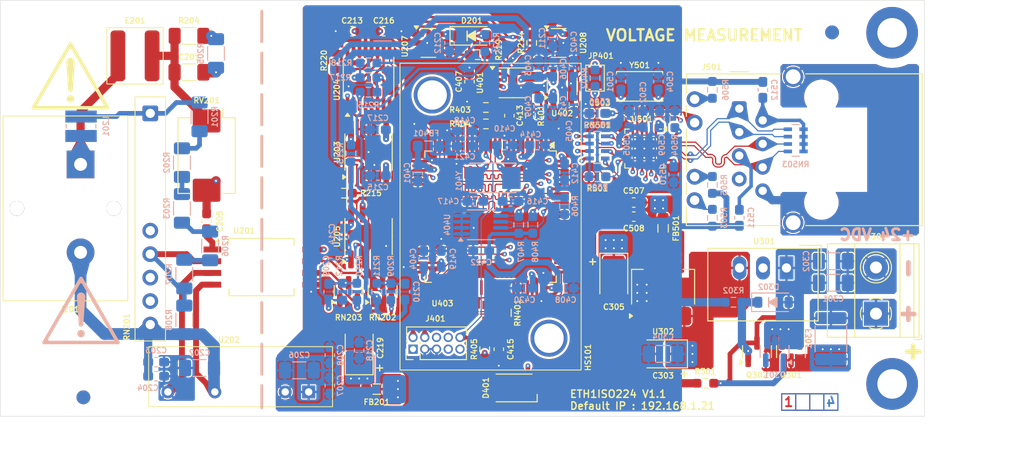
<source format=kicad_pcb>
(kicad_pcb (version 20240108) (generator "pcbnew") (generator_version "8.0")
  (layers (0 "F.Cu" signal) (1 "In1.Cu" signal) (2 "In2.Cu" signal) (31 "B.Cu" signal) (34 "B.Paste" user) (35 "F.Paste" user) (36 "B.SilkS" user "B.Silkscreen") (37 "F.SilkS" user "F.Silkscreen") (38 "B.Mask" user) (39 "F.Mask" user) (44 "Edge.Cuts" user))
  (net 0 "")
  (net 1 "GND1")
  (net 2 "Net-(C201-Pad1)")
  (net 3 "+15V")
  (net 4 "+5V")
  (net 5 "GND")
  (net 6 "Net-(C209-Pad2)")
  (net 7 "Net-(U205A--)")
  (net 8 "Net-(C419-Pad1)")
  (net 9 "Net-(U205A-+)")
  (net 10 "+5VA")
  (net 11 "Net-(C420-Pad1)")
  (net 12 "Net-(D301-K)")
  (net 13 "+3.3V")
  (net 14 "+3.3VADC")
  (net 15 "Net-(U401-OUT2)")
  (net 16 "Net-(U401--IN1)")
  (net 17 "/MCU/NRST")
  (net 18 "Net-(U403-PH0)")
  (net 19 "Net-(U403-PH1)")
  (net 20 "VDDA")
  (net 21 "Net-(RN201-common)")
  (net 22 "Net-(U501-XTAL1{slash}CLKIN)")
  (net 23 "Net-(U501-VDDCR)")
  (net 24 "Net-(U501-XTAL2)")
  (net 25 "VCCQ")
  (net 26 "Net-(D301-A)")
  (net 28 "Net-(D302-K)")
  (net 29 "Net-(D401-GK)")
  (net 30 "Net-(D401-RK)")
  (net 31 "Net-(D401-BK)")
  (net 32 "Net-(J201-Pin_1)")
  (net 33 "Net-(Q301-D)")
  (net 34 "Net-(J301-Pin_1)")
  (net 35 "/MCU/TCK_SWCLK")
  (net 39 "/MCU/TMS_SWDIO")
  (net 41 "/Ethernet/ETH_TXP")
  (net 42 "/Ethernet/ETH_RXN")
  (net 43 "Earth")
  (net 44 "/Ethernet/ETH_RXP")
  (net 46 "/Ethernet/LED1")
  (net 47 "Net-(J501-Pad11)")
  (net 48 "Net-(J501-Pad9)")
  (net 49 "/Ethernet/LED2")
  (net 50 "/Ethernet/ETH_TXN")
  (net 51 "/MCU/MCU_DEF")
  (net 52 "Net-(R201-Pad1)")
  (net 53 "Net-(R202-Pad1)")
  (net 54 "Net-(R203-Pad1)")
  (net 55 "Net-(U201-VCP)")
  (net 56 "Net-(RN201-R2)")
  (net 57 "Net-(U205B-+)")
  (net 58 "Net-(U201-OUT+)")
  (net 59 "Net-(R216-Pad2)")
  (net 60 "Net-(R217-Pad2)")
  (net 61 "/Analog/VOUT")
  (net 62 "VCOM")
  (net 63 "/MCU/VOUTP")
  (net 64 "/MCU/VOUTN")
  (net 65 "Net-(U403-BOOT0)")
  (net 66 "/MCU/I2C1_SDA")
  (net 67 "/MCU/I2C1_SCL")
  (net 68 "Net-(U501-RXER{slash}PHYAD0)")
  (net 69 "/Ethernet/RMII_MDIO")
  (net 70 "Net-(U501-RBIAS)")
  (net 73 "/MCU/LED_GREEN")
  (net 74 "/MCU/LED_RED")
  (net 75 "/MCU/LED_BLUE")
  (net 76 "/Ethernet/REF_CLK")
  (net 77 "/Ethernet/REFCLK0")
  (net 78 "/Ethernet/RMII_CRS_DV")
  (net 79 "/Ethernet/MODE1")
  (net 80 "/Ethernet/MODE2")
  (net 81 "/Ethernet/RMII_RXD1")
  (net 82 "/Ethernet/RMII_RXD0")
  (net 83 "/Ethernet/MODE0")
  (net 84 "/Analog/MCU_ZOFFS")
  (net 85 "/Analog/MCU_G1")
  (net 87 "Net-(U205B--)")
  (net 88 "/Analog/MCU_G10")
  (net 89 "/Analog/MCU_G100")
  (net 92 "/Ethernet/RMII_TXEN")
  (net 97 "/Ethernet/RMII_TXD1")
  (net 108 "/MCU/EEPROM_nWP")
  (net 112 "/Ethernet/RMII_TXD0")
  (net 146 "/Ethernet/RMII_MDC")
  (net 153 "Net-(U201-OUT-)")
  (net 154 "Net-(R204-Pad2)")
  (net 155 "Net-(R206-Pad1)")
  (net 156 "Net-(D201-A)")
  (net 157 "Net-(D201-K)")
  (net 158 "Net-(R213-Pad1)")
  (net 159 "Net-(R220-Pad1)")
  (net 160 "Net-(U204-Pad14)")
  (net 161 "Net-(R216-Pad1)")
  (net 162 "Net-(U208--)")
  (footprint "Resistor_SMD:R_Array_Concave_4x0603" (layer "F.Cu") (at 154.051 98.806 -90)
    (property "Reference" "RN401")
    (property "Value" "EXB-V8V102JV")
  )
  (footprint "Fiducial:Fiducial_1.5mm_Mask3mm" (layer "F.Cu") (at 190.5 68.453)
    (property "Reference" "FID103" (hide yes))
    (property "Value" "Fiducial")
  )
  (footprint "Resistor_SMD:R_Array_Concave_4x0603" (layer "F.Cu") (at 165.1 80.899)
    (property "Reference" "RN501")
    (property "Value" "EXB-V8V330JV")
  )
  (footprint "Resistor_SMD:R_1206_3216Metric_Pad1.30x1.75mm_HandSolder" (layer "F.Cu") (at 120.904 68.834)
    (property "Reference" "R204")
    (property "Value" "1M")
  )
  (footprint "TerminalBlock_Phoenix:TerminalBlock_Phoenix_MKDS-1,5-2_1x02_P5.00mm_Horizontal" (layer "F.Cu") (at 195.25 98.893 90)
    (property "Reference" "J301")
    (property "Value" "1715721")
  )
  (footprint "ETH1ISO224:NX5032GA" (layer "F.Cu") (at 169.672 74.295 180)
    (property "Reference" "Y501")
    (property "Value" "NX5032GA-25")
  )
  (footprint "Capacitor_Tantalum_SMD:CP_EIA-3528-21_Kemet-B_Pad1.50x2.35mm_HandSolder" (layer "F.Cu") (at 139.319 102.87 90)
    (property "Reference" "C219")
    (property "Value" "22u")
  )
  (footprint "Inductor_SMD:L_0805_2012Metric_Pad1.05x1.20mm_HandSolder" (layer "F.Cu") (at 141.224 107.061 180)
    (property "Reference" "FB201")
    (property "Value" "742792031")
  )
  (footprint "ETH1ISO224:960-19-12-S-AB-0" (layer "F.Cu") (at 153.543 88.392 90)
    (property "Reference" "HS101")
    (property "Value" "960-19-12-S-AB-0")
  )
  (footprint "Package_TO_SOT_SMD:SOT-23" (layer "F.Cu") (at 182.372 102.997 90)
    (property "Reference" "Q302")
    (property "Value" "MMBT3904")
  )
  (footprint "Jumper:SolderJumper-2_P1.3mm_Open_Pad1.0x1.5mm" (layer "F.Cu") (at 164.846 73.406 -90)
    (property "Reference" "JP401")
    (property "Value" "Open")
  )
  (footprint "Package_TO_SOT_SMD:SOT-23-5_HandSoldering" (layer "F.Cu") (at 161.29 74.295 90)
    (property "Reference" "U402")
    (property "Value" "REF1933AIDDCT")
  )
  (footprint "Fiducial:Fiducial_1.5mm_Mask3mm" (layer "F.Cu") (at 109.474 107.95)
    (property "Reference" "FID101" (hide yes))
    (property "Value" "Fiducial")
  )
  (footprint "ETH1ISO224:TBA 1HI" (layer "F.Cu") (at 126.238 105.664 180)
    (property "Reference" "U202")
    (property "Value" "TBA 1-0513HI")
  )
  (footprint "ETH1ISO224:1776-C68xx" (layer "F.Cu") (at 116.713 89.916 -90)
    (property "Reference" "RN201")
    (property "Value" "1776-C68xx")
  )
  (footprint "Connector_PinHeader_1.27mm:PinHeader_2x05_P1.27mm_Vertical" (layer "F.Cu") (at 145.151 102.733 90)
    (property "Reference" "J401")
    (property "Value" "20021111-00010T4LF")
  )
  (footprint "LED_SMD:LED_Avago_PLCC4_3.2x2.8mm_CW" (layer "F.Cu") (at 156.083 106.934 180)
    (property "Reference" "D401")
    (property "Value" "ASMB-MTB1-0B3A2")
  )
  (footprint "Capacitor_SMD:C_0603_1608Metric_Pad1.08x0.95mm_HandSolder" (layer "F.Cu") (at 141.986 68.326)
    (property "Reference" "C216")
    (property "Value" "0.1u")
  )
  (footprint "Connector_RJ:RJ45_Wuerth_7499010121A_Horizontal" (layer "F.Cu") (at 180.452 76.708)
    (property "Reference" "J501")
    (property "Value" "RJ45_Wuerth_7499010121A")
  )
  (footprint "MountingHole:MountingHole_3.2mm_M3_DIN965" (layer "F.Cu") (at 104 106.5)
    (property "Reference" "H102" (hide yes))
    (property "Value" "M3")
  )
  (footprint "Resistor_SMD:R_0603_1608Metric_Pad0.98x0.95mm_HandSolder" (layer "F.Cu") (at 152.908 102.743 90)
    (property "Reference" "R405")
    (property "Value" "10k")
  )
  (footprint "Package_SO:SOIC-8_3.9x4.9mm_P1.27mm" (layer "F.Cu") (at 140.335 81.407 90)
    (property "Reference" "U203")
    (property "Value" "DG419LEDY")
  )
  (footprint "Capacitor_SMD:C_0603_1608Metric_Pad1.08x0.95mm_HandSolder" (layer "F.Cu") (at 154.432 102.743 -90)
    (property "Reference" "C415")
    (property "Value" "0.1u")
  )
  (footprint "Inductor_SMD:L_0805_2012Metric_Pad1.05x1.20mm_HandSolder" (layer "F.Cu") (at 172.212 89.662 -90)
    (property "Reference" "FB501")
    (property "Value" "742792031")
  )
  (footprint "Capacitor_SMD:C_0603_1608Metric_Pad1.08x0.95mm_HandSolder" (layer "F.Cu") (at 122.809 88.9 -90)
    (property "Reference" "C205")
    (property "Value" "0.22u")
  )
  (footprint "Package_TO_SOT_SMD:SOT-23-5" (layer "F.Cu") (at 146.812 69.596)
    (property "Reference" "U207")
    (property "Value" "LT6015IS5")
  )
  (footprint "Package_QFP:LQFP-100_14x14mm_P0.5mm" (layer "F.Cu") (at 153.543 88.392 -90)
    (property "Reference" "U403")
    (property "Value" "STM32H743VITx")
  )
  (footprint "MountingHole:MountingHole_3.2mm_M3_DIN965" (layer "F.Cu") (at 104 68.5)
    (property "Reference" "H101" (hide yes))
    (property "Value" "M3")
  )
  (footprint "Capacitor_SMD:C_0603_1608Metric_Pad1.08x0.95mm_HandSolder" (layer "F.Cu") (at 165.1 77.216 180)
    (property "Reference" "C503")
    (property "Value" "470p")
  )
  (footprint "Converter_DCDC:Converter_DCDC_TRACO_TSR-1_THT" (layer "F.Cu") (at 185.5665 93.9485 180)
    (property "Reference" "U301")
    (property "Value" "TSR_1-2450")
  )
  (footprint "Resistor_SMD:R_0603_1608Metric_Pad0.98x0.95mm_HandSolder" (layer "F.Cu") (at 153.035 76.581 180)
    (property "Reference" "R403")
    (property "Value" "0")
  )
  (footprint "Capacitor_SMD:C_1206_3216Metric_Pad1.33x1.80mm_HandSolder" (layer "F.Cu") (at 120.904 72.771)
    (property "Reference" "C201")
    (property "Value" "0.01u/1.5k")
  )
  (footprint "Resistor_SMD:R_0603_1608Metric_Pad0.98x0.95mm_HandSolder" (layer "F.Cu") (at 136.652 71.501 -90)
    (property "Reference" "R220")
    (property "Value" "10k")
  )
  (footprint "Capacitor_SMD:C_0603_1608Metric_Pad1.08x0.95mm_HandSolder" (layer "F.Cu") (at 155.575 77.47 -90)
    (property "Reference" "C413")
    (property "Value" "DNP")
  )
  (footprint "Package_SO:SSO-8_6.8x5.9mm_P1.27mm_Clearance8mm" (layer "F.Cu") (at 128.778 93.853)
    (property "Reference" "U201")
    (property "Value" "ISO224")
  )
  (footprint "ETH1ISO224:1710072" (layer "F.Cu") (at 107.9 87.5 -90)
    (property "Reference" "J201")
    (property "Value" "1710072")
  )
  (footprint "Package_TO_SOT_SMD:SOT-23" (layer "F.Cu") (at 186.055 102.997 -90)
    (property "Reference" "Q301")
    (property "Value" "SI5618A")
  )
  (footprint "MountingHole:MountingHole_3.2mm_M3_DIN965_Pad" (layer "F.Cu") (at 197 106.5)
    (property "Reference" "H104" (hide yes))
    (property "Value" "M3")
  )
  (footprint "Package_TO_SOT_SMD:SOT-23" (layer "F.Cu") (at 141.859 96.4965 90)
    (property "Reference" "RN202")
    (property "Value" "MPMT50011002AT5")
  )
  (footprint "Resistor_SMD:R_0603_1608Metric_Pad0.98x0.95mm_HandSolder" (layer "F.Cu") (at 152.146 70.866)
    (property "Reference" "R219")
    (property "Value" "0")
  )
  (footprint "Capacitor_SMD:C_0603_1608Metric_Pad1.08x0.95mm_HandSolder" (layer "F.Cu") (at 138.557 68.326 180)
    (property "Reference" "C213")
    (property "Value" "0.1u")
  )
  (footprint "Resistor_SMD:R_0603_1608Metric_Pad0.98x0.95mm_HandSolder" (layer "F.Cu") (at 137.668 85.852 180)
    (property "Reference" "R215")
    (property "Value" "100k/0.05%")
  )
  (footprint "Capacitor_SMD:C_0603_1608Metric_Pad1.08x0.95mm_HandSolder" (layer "F.Cu") (at 151.257 73.787 90)
    (property "Reference" "C407")
    (property "Value" "0.1u")
  )
  (footprint "MountingHole:MountingHole_3.2mm_M3_DIN965_Pad" (layer "F.Cu") (at 197 68.5)
    (property "Reference" "H103" (hide yes))
    (property "Value" "M3")
  )
  (footprint "Capacitor_Tantalum_SMD:CP_EIA-3528-21_Kemet-B_Pad1.50x2.35mm_HandSolder" (layer "F.Cu") (at 172.212 103.251 180)
    (property "Reference" "C303")
    (property "Value" "22u")
  )
  (footprint "Package_TO_SOT_SMD:SOT-23-5" (layer "F.Cu") (at 160.909 69.596)
    (property "Reference" "U208")
    (property "Value" "MCP6001-OT")
  )
  (footprint "Package_TO_SOT_SMD:SOT-223-3_TabPin2" (layer "F.Cu") (at 172.212 96.012 90)
    (property "Reference" "U302")
    (property "Value" "LM1117MP-3.3/NOPB")
  )
  (footprint "Resistor_SMD:R_0603_1608Metric_Pad0.98x0.95mm_HandSolder" (layer "F.Cu") (at 157.988 69.596 90)
    (property "Reference" "R214")
    (property "Value" "0")
  )
  (footprint "Diode_SMD:D_SOD-123" (layer "F.Cu") (at 151.511 68.834)
    (property "Reference" "D201")
    (property "Value" "1N4148W")
  )
  (footprint "Capacitor_Tantalum_SMD:CP_EIA-3528-21_Kemet-B_Pad1.50x2.35mm_HandSolder" (layer "F.Cu") (at 166.878 94.996 -90)
    (property "Reference" "C305")
    (property "Value" "22u")
  )
  (footprint "Resistor_SMD:R_0603_1608Metric_Pad0.98x0.95mm_HandSolder" (layer "F.Cu") (at 176.784 106.426 180)
    (property "Reference" "R301")
    (property "Value" "100k")
  )
  (footprint "Package_DFN_QFN:VQFN-24-1EP_4x4mm_P0.5mm_EP2.5x2.5mm_ThermalVias" (layer "F.Cu") (at 170.18 81.026 -90)
    (property "Reference" "U501")
    (property "Value" "LAN8742A")
  )
  (footprint "Resistor_SMD:R_0603_1608Metric_Pad0.98x0.95mm_HandSolder" (layer "F.Cu") (at 153.035 78.359 180)
    (property "Reference" "R404")
    (property "Value" "0")
  )
  (footprint "ETH1ISO224:2087" (layer "F.Cu") (at 115.062 70.993 180)
    (property "Reference" "E201")
    (property "Value" "2087-150-SM-RPLF")
  )
  (footprint "Package_SO:MSOP-8_3x3mm_P0.65mm" (layer "F.Cu") (at 155.956 73.914)
    (property "Reference" "U401")
    (property "Value" "LT6350IMS8")
  )
  (footprint "ETH1ISO224:Symbol_Attention_Triangle_8x7mm_Copper" (layer "F.Cu") (at 108.077 73.152)
    (property "Reference" "SYM201" (hide yes))
    (property "Value" "SYM_Flash_Small" (hide yes))
  )
  (footprint "Resistor_SMD:R_0603_1608Metric_Pad0.98x0.95mm_HandSolder" (layer "F.Cu") (at 157.861 77.47 -90)
    (property "Reference" "R401")
    (property "Value" "0")
  )
  (footprint "Varistor:Varistor_Panasonic_VF" (layer "F.Cu") (at 122.809 81.788 -90)
    (property "Reference" "RV201")
    (property "Value" "B72650M0301")
  )
  (footprint "Package_SO:SOIC-8_3.9x4.9mm_P1.27mm" (layer "F.Cu") (at 140.335 90.551 90)
    (property "Reference" "U205")
    (property "Value" "OPA2340UA")
  )
  (footprint "Package_TO_SOT_SMD:SOT-23" (layer "F.Cu") (at 138.176 96.4965 90)
    (property "Reference" "RN203")
    (property "Value" "MPMT50011002AT5")
  )
  (footprint "Capacitor_SMD:C_0603_1608Metric_Pad1.08x0.95mm_HandSolder" (layer "F.Cu") (at 169.037 88.392 180)
    (property "Reference" "C508")
    (property "Value" "0.1u")
  )
  (footprint "Resistor_SMD:R_0603_1608Metric_Pad0.98x0.95mm_HandSolder" (layer "F.Cu") (at 165.1 84.074)
    (property "Reference" "R501")
    (property "Value" "10k")
  )
  (footprint "Capacitor_SMD:C_0603_1608Metric_Pad1.08x0.95mm_HandSolder" (layer "F.Cu") (at 169.037 86.868 180)
    (property "Reference" "C507")
    (property "Value" "1u")
  )
  (footprint "Package_SO:TSSOP-16_4.4x5mm_P0.65mm" (layer "F.Cu") (at 140.335 73.3455 90)
    (property "Reference" "U204")
    (property "Value" "DG412LEDQ")
  )
  (footprint "Capacitor_SMD:C_0603_1608Metric_Pad1.08x0.95mm_HandSolder" (layer "B.Cu") (at 171.831 77.851 90)
    (property "Reference" "C509")
    (property "Value" "0.1u")
  )
  (footprint "Resistor_SMD:R_0603_1608Metric_Pad0.98x0.95mm_HandSolder" (layer "B.Cu") (at 164.846 73.406 -90)
    (property "Reference" "R402")
    (property "Value" "10k")
  )
  (footprint "Capacitor_SMD:C_0603_1608Metric_Pad1.08x0.95mm_HandSolder" (layer "B.Cu") (at 171.704 73.787 90)
    (property "Reference" "C504")
    (property "Value" "8p")
  )
  (footprint "Inductor_SMD:L_Wuerth_MAPI-3015" (layer "B.Cu") (at 109.22 78.613 90)
    (property "Reference" "L201")
    (property "Value" "74438336100")
  )
  (footprint "Capacitor_SMD:C_0603_1608Metric_Pad1.08x0.95mm_HandSolder" (layer "B.Cu") (at 141.351 83.947 180)
    (property "Reference" "C215")
    (property "Value" "0.1u")
  )
  (footprint "Capacitor_SMD:C_0603_1608Metric_Pad1.08x0.95mm_HandSolder" (layer "B.Cu") (at 173.355 83.82 -90)
    (property "Reference" "C510")
    (property "Value" "0.1u")
  )
  (footprint "Capacitor_SMD:C_0603_1608Metric_Pad1.08x0.95mm_HandSolder" (layer "B.Cu") (at 136.017 96.52 -90)
    (property "Reference" "C209")
    (property "Value" "68p")
  )
  (footprint "Resistor_SMD:R_0603_1608Metric_Pad0.98x0.95mm_HandSolder" (layer "B.Cu") (at 140.335 71.755)
    (property "Reference" "R218")
    (property "Value" "2k/.05%")
  )
  (footprint "ETH1ISO224:Symbol_Attention_Triangle_8x7mm_Copper" (layer "B.Cu") (at 109.22 98.552 180)
    (property "Reference" "SYM202" (hide yes))
    (property "Value" "SYM_Flash_Small" (hide yes))
  )
  (footprint "Capacitor_SMD:C_1206_3216Metric_Pad1.33x1.80mm_HandSolder" (layer "B.Cu") (at 190.627 95.552)
    (property "Reference" "C301")
    (property "Value" "10u/50V")
  )
  (footprint "Resistor_SMD:R_Array_Concave_4x0603" (layer "B.Cu") (at 165.1 80.899 180)
    (property "Reference" "RN502")
    (property "Value" "EXB-V8V103JV")
  )
  (footprint "Capacitor_SMD:C_0603_1608Metric_Pad1.08x0.95mm_HandSolder" (layer "B.Cu") (at 151.892 86.741 180)
    (property "Reference" "C417")
    (property "Value" "8p")
  )
  (footprint "Resistor_SMD:R_0603_1608Metric_Pad0.98x0.95mm_HandSolder" (layer "B.Cu") (at 173.482 77.851 -90)
    (property "Reference" "R504")
    (property "Value" "12k1")
  )
  (footprint "ETH1ISO224:NX5032GA" (layer "B.Cu") (at 153.797 84.201 180)
    (property "Reference" "Y401")
    (property "Value" "NX5032GA-16")
  )
  (footprint "Fuse:Fuse_1812_4532Metric_Pad1.30x3.40mm_HandSolder" (layer "B.Cu") (at 190.373 101.6 -90)
    (property "Reference" "F301")
    (property "Value" "1812L075/33DR")
  )
  (footprint "Resistor_SMD:R_Array_Concave_4x0603" (layer "B.Cu") (at 186.563 80.137)
    (property "Reference" "RN503")
    (property "Value" "EXB-38V510JV")
  )
  (footprint "Resistor_SMD:R_0603_1608Metric_Pad0.98x0.95mm_HandSolder" (layer "B.Cu") (at 141.224 96.52 90)
    (property "Reference" "R211")
    (property "Value" "5k/.05%")
  )
  (footprint "Resistor_SMD:R_1206_3216Metric_Pad1.30x1.75mm_HandSolder" (layer "B.Cu") (at 120.396 94.615 90)
    (property "Reference" "R207")
    (property "Value" "1M1")
  )
  (footprint "Capacitor_SMD:C_0603_1608Metric_Pad1.08x0.95mm_HandSolder" (layer "B.Cu") (at 158.623 80.645)
    (property "Reference" "C414")
    (property "Value" "1u")
  )
  (footprint "Resistor_SMD:R_0603_1608Metric_Pad0.98x0.95mm_HandSolder" (layer "B.Cu") (at 140.335 73.3455 180)
    (property "Reference" "R217")
    (property "Value" "18k/.05%")
  )
  (footprint "Capacitor_SMD:C_0603_1608Metric_Pad1.08x0.95mm_HandSolder" (layer "B.Cu") (at 167.64 73.787 90)
    (property "Reference" "C501")
    (property "Value" "8p")
  )
  (footprint "Capacitor_SMD:C_0603_1608Metric_Pad1.08x0.95mm_HandSolder" (layer "B.Cu") (at 152.527 92.075)
    (property "Reference" "C422")
    (property "Value" "0.1u")
  )
  (footprint "Capacitor_SMD:C_0603_1608Metric_Pad1.08x0.95mm_HandSolder" (layer "B.Cu") (at 161.671 96.139)
    (property "Reference" "C408")
    (property "Value" "0.1u")
  )
  (footprint "Fiducial:Fiducial_1.5mm_Mask3mm" (layer "B.Cu") (at 190.5 68.453 180)
    (property "Reference" "FID104" (hide yes))
    (property "Value" "Fiducial")
  )
  (footprint "Resistor_SMD:R_0603_1608Metric_Pad0.98x0.95mm_HandSolder" (layer "B.Cu") (at 142.748 96.52 90)
    (property "Reference" "R209")
    (property "Value" "10k/.05%")
  )
  (footprint "Resistor_SMD:R_1206_3216Metric_Pad1.30x1.75mm_HandSolder" (layer "B.Cu") (at 123.825 70.739 -90)
    (property "Reference" "R205")
    (property "Value" "1M")
  )
  (footprint "Capacitor_SMD:C_0603_1608Metric_Pad1.08x0.95mm_HandSolder" (layer "B.Cu") (at 136.144 106.68 -90)
    (property "Reference" "C207")
    (property "Value" "1u")
  )
  (footprint "Resistor_SMD:R_0603_1608Metric_Pad0.98x0.95mm_HandSolder" (layer "B.Cu") (at 139.065 96.52 90)
    (property "Reference" "R210")
    (property "Value" "10k/.05%")
  )
  (footprint "Resistor_SMD:R_1206_3216Metric_Pad1.30x1.75mm_HandSolder" (layer "B.Cu") (at 120.142 82.55 90)
    (property "Reference" "R202")
    (property "Value" "2M2")
  )
  (footprint "Capacitor_SMD:C_0603_1608Metric_Pad1.08x0.95mm_HandSolder" (layer "B.Cu") (at 162.56 72.39 90)
    (property "Reference" "C402")
    (property "Value" "1u")
  )
  (footprint "Resistor_SMD:R_1206_3216Metric_Pad1.30x1.75mm_HandSolder" (layer "B.Cu") (at 122.047 77.597 90)
    (property "Reference" "R201")
    (property "Value" "2M2")
  )
  (footprint "Capacitor_SMD:C_0603_1608Metric_Pad1.08x0.95mm_HandSolder" (layer "B.Cu") (at 150.749 80.772)
    (property "Reference" "C421")
    (property "Value" "0.1u")
  )
  (footprint "Capacitor_SMD:C_0603_1608Metric_Pad1.08x0.95mm_HandSolder" (layer "B.Cu") (at 117.348 104.14 180)
    (property "Reference" "C203")
    (property "Value" "1u")
  )
  (footprint "Capacitor_SMD:C_0603_1608Metric_Pad1.08x0.95mm_HandSolder" (layer "B.Cu") (at 160.274 72.39 90)
    (property "Reference" "C406")
    (property "Value" "1u")
  )
  (footprint "Capacitor_SMD:C_0603_1608Metric_Pad1.08x0.95mm_HandSolder" (layer "B.Cu") (at 168.529 77.851 90)
    (property "Reference" "C505")
    (property "Value" "1u")
  )
  (footprint "Resistor_SMD:R_1206_3216Metric_Pad1.30x1.75mm_HandSolder" (layer "B.Cu") (at 120.142 87.503 90)
    (property "Reference" "R203")
    (property "Value" "2M2")
  )
  (footprint "Resistor_SMD:R_0603_1608Metric_Pad0.98x0.95mm_HandSolder" (layer "B.Cu") (at 177.546 88.519 -90)
    (property "Reference" "R503")
    (property "Value" "10k")
  )
  (footprint "Capacitor_SMD:C_0603_1608Metric_Pad1.08x0.95mm_HandSolder" (layer "B.Cu") (at 180.467 88.519 -90)
    (property "Reference" "C511")
    (property "Value" "0.1u")
  )
  (footprint "Resistor_SMD:R_0603_1608Metric_Pad0.98x0.95mm_HandSolder" (layer "B.Cu") (at 156.591 89.281 90)
    (property "Reference" "R407")
    (property "Value" "4k7")
  )
  (footprint "Resistor_SMD:R_0603_1608Metric_Pad0.98x0.95mm_HandSolder" (layer "B.Cu") (at 161.544 87.249 -90)
    (property "Reference" "R406")
    (property "Value" "0")
  )
  (footprint "Capacitor_SMD:C_0603_1608Metric_Pad1.08x0.95mm_HandSolder" (layer "B.Cu") (at 183.007 74.676 90)
    (property "Reference" "C512")
    (property "Value" "0.1u")
  )
  (footprint "Capacitor_SMD:C_1206_3216Metric_Pad1.33x1.80mm_HandSolder" (layer "B.Cu") (at 132.842 105.029 180)
    (property "Reference" "C206")
    (property "Value" "10u")
  )
  (footprint "Capacitor_SMD:C_0603_1608Metric_Pad1.08x0.95mm_HandSolder" (layer "B.Cu") (at 117.348 105.664 180)
    (property "Reference" "C204")
    (property "Value" "0.1u")
  )
  (footprint "Diode_SMD:D_SOD-123" (layer "B.Cu") (at 184.15 97.663)
    (property "Reference" "D302")
    (property "Value" "1N4148W")
  )
  (footprint "Package_SO:MSOP-8_3x3mm_P0.65mm" (layer "B.Cu") (at 152.527 89.281)
    (property "Reference" "U404")
    (property "Value" "24LC08B-E/MS")
  )
  (footprint "Capacitor_SMD:C_0603_1608Metric_Pad1.08x0.95mm_HandSolder" (layer "B.Cu") (at 165.1 77.216 180)
    (property "Reference" "C506")
    (property "Value" "1u")
  )
  (footprint "Capacitor_SMD:C_0603_1608Metric_Pad1.08x0.95mm_HandSolder" (layer "B.Cu") (at 160.274 69.088 -90)
    (property "Reference" "C211")
    (property "Value" "0.1u")
  )
  (footprint "Capacitor_SMD:C_0603_1608Metric_Pad1.08x0.95mm_HandSolder" (layer "B.Cu") (at 141.351 78.994 180)
    (property "Reference" "C217")
    (property "Value" "0.1u")
  )
  (footprint "Resistor_SMD:R_1206_3216Metric_Pad1.30x1.75mm_HandSolder" (layer "B.Cu") (at 120.396 99.568 90)
    (property "Reference" "R208")
    (property "Value" "100k")
  )
  (footprint "Resistor_SMD:R_0603_1608Metric_Pad0.98x0.95mm_HandSolder" (layer "B.Cu") (at 177.546 84.963 -90)
    (property "Reference" "R505")
    (property "Value" "560")
  )
  (footprint "Package_TO_SOT_SMD:SOT-23" (layer "B.Cu") (at 184.277 102.997 90)
    (property "Reference" "D301")
    (property "Value" "BZX84C10LT1G")
  )
  (footprint "Fiducial:Fiducial_1.5mm_Mask3mm" (layer "B.Cu") (at 109.474 107.95 180)
    (property "Reference" "FID102" (hide yes))
    (property "Value" "Fiducial")
  )
  (footprint "Capacitor_SMD:C_0603_1608Metric_Pad1.08x0.95mm_HandSolder" (layer "B.Cu") (at 158.75 72.39 90)
    (property "Reference" "C403")
    (property "Value" "0.1u")
  )
  (footprint "Capacitor_SMD:C_0603_1608Metric_Pad1.08x0.95mm_HandSolder" (layer "B.Cu") (at 150.749 79.121)
    (property "Reference" "C418")
    (property "Value" "10u")
  )
  (footprint "Capacitor_SMD:C_0603_1608Metric_Pad1.08x0.95mm_HandSolder" (layer "B.Cu") (at 162.56 76.2 -90)
    (property "Reference" "C405")
    (property "Value" "0.1u")
  )
  (footprint "Capacitor_SMD:C_0603_1608Metric_Pad1.08x0.95mm_HandSolder" (layer "B.Cu") (at 145.669 83.693 -90)
    (property "Reference" "C401")
    (property "Value" "0.1u")
  )
  (footprint "Resistor_SMD:R_0603_1608Metric_Pad0.98x0.95mm_HandSolder" (layer "B.Cu") (at 137.541 96.52 -90)
    (property "Reference" "R212")
    (property "Value" "5k/.05%")
  )
  (footprint "Resistor_SMD:R_0603_1608Metric_Pad0.98x0.95mm_HandSolder" (layer "B.Cu") (at 179.832 97.663 180)
    (property "Reference" "R302")
    (property "Value" "100k")
  )
  (footprint "Capacitor_SMD:C_0603_1608Metric_Pad1.08x0.95mm_HandSolder" (layer "B.Cu") (at 160.274 76.454 -90)
    (property "Reference" "C411")
    (property "Value" "1u")
  )
  (footprint "Capacitor_SMD:C_1206_3216Metric_Pad1.33x1.80mm_HandSolder" (layer "B.Cu") (at 172.212 103.251 180)
    (property "Reference" "C304")
    (property "Value" "10u")
  )
  (footprint "Capacitor_SMD:C_1206_3216Metric_Pad1.33x1.80mm_HandSolder" (layer "B.Cu") (at 190.627 93.218)
    (property "Reference" "C302")
    (property "Value" "4u7/50V")
  )
  (footprint "Capacitor_SMD:C_0603_1608Metric_Pad1.08x0.95mm_HandSolder" (layer "B.Cu") (at 155.067 80.645)
    (property "Reference" "C410")
    (property "Value" "0.1u")
  )
  (footprint "Capacitor_SMD:C_0603_1608Metric_Pad1.08x0.95mm_HandSolder" (layer "B.Cu") (at 155.702 86.741)
    (property "Reference" "C416")
    (property "Value" "8p")
  )
  (footprint "Capacitor_SMD:C_0603_1608Metric_Pad1.08x0.95mm_HandSolder" (layer "B.Cu") (at 137.668 90.551 -90)
    (property "Reference" "C214")
    (property "Value" "0.1u")
  )
  (footprint "Resistor_SMD:R_0603_1608Metric_Pad0.98x0.95mm_HandSolder" (layer "B.Cu") (at 165.1 84.074)
    (property "Reference" "R502")
    (property "Value" "1k5")
  )
  (footprint "Resistor_SMD:R_0603_1608Metric_Pad0.98x0.95mm_HandSolder" (layer "B.Cu") (at 138.43 81.5475 -90)
    (property "Reference" "R213")
    (property "Value" "0")
  )
  (footprint "Capacitor_SMD:C_0603_1608Metric_Pad1.08x0.95mm_HandSolder" (layer "B.Cu") (at 148.209 92.964 90)
    (property "Reference" "C419")
    (property "Value" "2u2")
  )
  (footprint "Capacitor_SMD:C_0603_1608Metric_Pad1.08x0.95mm_HandSolder" (layer "B.Cu") (at 170.053 77.851 90)
    (property "Reference" "C502")
    (property "Value" "0.1u")
  )
  (footprint "Resistor_SMD:R_0603_1608Metric_Pad0.98x0.95mm_HandSolder" (layer "B.Cu") (at 152.908 69.596 90)
    (property "Reference" "R221")
    (property "Value" "1k")
  )
  (footprint "Capacitor_SMD:C_0603_1608Metric_Pad1.08x0.95mm_HandSolder" (layer "B.Cu") (at 136.144 103.378 90)
    (property "Reference" "C208")
    (property "Value" "0.1u")
  )
  (footprint "Capacitor_SMD:C_0603_1608Metric_Pad1.08x0.95mm_HandSolder" (layer "B.Cu") (at 139.319 102.87 90)
    (property "Reference" "C218")
    (property "Value" "0.1u")
  )
  (footprint "Capacitor_SMD:C_1206_3216Metric_Pad1.33x1.80mm_HandSolder" (layer "B.Cu") (at 122.047 104.775)
    (property "Reference" "C202")
    (property "Value" "10u")
  )
  (footprint "Capacitor_SMD:C_0603_1608Metric_Pad1.08x0.95mm_HandSolder" (layer "B.Cu") (at 157.226 96.139 180)
    (property "Reference" "C420")
    (property "Value" "2u2")
  )
  (footprint "Capacitor_SMD:C_0603_1608Metric_Pad1.08x0.95mm_HandSolder" (layer "B.Cu") (at 149.098 69.596 -90)
    (property "Reference" "C212")
    (property "Value" "0.1u")
  )
  (footprint "Resistor_SMD:R_1206_3216Metric_Pad1.30x1.75mm_HandSolder" (layer "B.Cu") (at 123.19 91.567 90)
    (property "Reference" "R206")
    (property "Value" "2M2")
  )
  (footprint "Capacitor_SMD:C_0603_1608Metric_Pad1.08x0.95mm_HandSolder" (layer "B.Cu") (at 146.304 92.964 90)
    (property "Reference" "C404")
    (property "Value" "0.1u")
  )
  (footprint "Capacitor_SMD:C_0603_1608Metric_Pad1.08x0.95mm_HandSolder" (layer "B.Cu") (at 144.272 96.52 -90)
    (property "Reference" "C210")
    (property "Value" "68p")
  )
  (footprint "Resistor_SMD:R_0603_1608Metric_Pad0.98x0.95mm_HandSolder" (layer "B.Cu") (at 140.335 74.93)
    (property "Reference" "R216")
    (property "Value" "180k/.05%")
  )
  (footprint "Capacitor_SMD:C_0603_1608Metric_Pad1.08x0.95mm_HandSolder" (layer "B.Cu") (at 161.544 83.566 -90)
    (property "Reference" "C412")
    (property "Value" "0.1u")
  )
  (footprint "Resistor_SMD:R_0603_1608Metric_Pad0.98x0.95mm_HandSolder" (layer "B.Cu") (at 177.546 74.676 90)
    (property "Reference" "R506")
    (property "Value" "560")
  )
  (footprint "Resistor_SMD:R_0603_1608Metric_Pad0.98x0.95mm_HandSolder" (layer "B.Cu") (at 158.115 89.281 90)
    (property "Reference" "R408")
    (property "Value" "4k7")
  )
  (footprint "Capacitor_SMD:C_0603_1608Metric_Pad1.08x0.95mm_HandSolder" (layer "B.Cu") (at 158.75 76.454 -90)
    (property "Reference" "C409")
    (property "Value" "0.1u")
  )
  (footprint "Inductor_SMD:L_0805_2012Metric_Pad1.05x1.20mm_HandSolder" (layer "B.Cu") (at 146.812 80.772 180)
    (property "Reference" "FB401")
    (property "Value" "742792031")
  )
  (gr_line (start 184.277 97.409) (end 184.277 97.917) (stroke (width 0.15)) (layer "B.SilkS"))
  (gr_line (start 198.755 94.615) (end 198.755 93.345) (stroke (width 0.5)) (layer "B.SilkS"))
  (gr_line (start 184.404 98.044) (end 183.769 97.663) (stroke (width 0.15)) (layer "B.SilkS"))
  (gr_line (start 184.277 97.917) (end 183.896 97.663) (stroke (width 0.15)) (layer "B.SilkS"))
  (gr_line (start 184.531 97.155) (end 184.531 98.171) (stroke (width 0.15)) (layer "B.SilkS"))
  (gr_line (start 198.755 99.568) (end 198.755 98.298) (stroke (width 0.5)) (layer "B.SilkS"))
  (gr_line (start 184.531 98.171) (end 183.642 97.663) (stroke (width 0.15)) (layer "B.SilkS"))
  (gr_line (start 128.778 66.167) (end 128.778 109.093) (stroke (width 0.3) (type dash)) (layer "B.SilkS"))
  (gr_line (start 184.15 97.536) (end 184.15 97.79) (stroke (width 0.15)) (layer "B.SilkS"))
  (gr_line (start 198.12 98.933) (end 199.39 98.933) (stroke (width 0.5)) (layer "B.SilkS"))
  (gr_line (start 183.769 97.663) (end 184.277 97.409) (stroke (width 0.15)) (layer "B.SilkS"))
  (gr_line (start 183.642 97.663) (end 184.531 97.155) (stroke (width 0.15)) (layer "B.SilkS"))
  (gr_line (start 183.896 97.663) (end 184.15 97.536) (stroke (width 0.15)) (layer "B.SilkS"))
  (gr_line (start 184.404 97.282) (end 184.404 98.044) (stroke (width 0.15)) (layer "B.SilkS"))
  (gr_line (start 184.15 97.79) (end 184.023 97.663) (stroke (width 0.15)) (layer "B.SilkS"))
  (gr_line (start 183.642 97.155) (end 183.642 98.171) (stroke (width 0.15)) (layer "B.SilkS"))
  (gr_line (start 151.003 68.834) (end 151.892 68.326) (stroke (width 0.15)) (layer "F.SilkS"))
  (gr_line (start 164.592 92.964) (end 164.592 93.599) (stroke (width 0.15)) (layer "F.SilkS"))
  (gr_line (start 151.638 68.58) (end 151.638 69.088) (stroke (width 0.15)) (layer "F.SilkS"))
  (gr_line (start 128.778 66.167) (end 128.778 89.916) (stroke (width 0.3) (type dash)) (layer "F.SilkS"))
  (gr_line (start 151.511 68.707) (end 151.511 68.961) (stroke (width 0.15)) (layer "F.SilkS"))
  (gr_line (start 151.892 68.326) (end 151.892 69.342) (stroke (width 0.15)) (layer "F.SilkS"))
  (gr_line (start 151.511 68.961) (end 151.257 68.834) (stroke (width 0.15)) (layer "F.SilkS"))
  (gr_line (start 198.628 102.997) (end 199.898 102.997) (stroke (width 0.5)) (layer "F.SilkS"))
  (gr_line (start 174.1805 105.41) (end 174.8155 105.41) (stroke (width 0.15)) (layer "F.SilkS"))
  (gr_line (start 141.5415 104.4575) (end 141.5415 105.0925) (stroke (width 0.15)) (layer "F.SilkS"))
  (gr_line (start 151.003 68.326) (end 151.003 69.342) (stroke (width 0.15)) (layer "F.SilkS"))
  (gr_line (start 151.257 68.834) (end 151.638 68.58) (stroke (width 0.15)) (layer "F.SilkS"))
  (gr_line (start 151.892 69.342) (end 151.003 68.834) (stroke (width 0.15)) (layer "F.SilkS"))
  (gr_line (start 151.384 68.834) (end 151.511 68.707) (stroke (width 0.15)) (layer "F.SilkS"))
  (gr_line (start 164.2745 93.2815) (end 164.9095 93.2815) (stroke (width 0.15)) (layer "F.SilkS"))
  (gr_line (start 151.13 68.834) (end 151.765 68.453) (stroke (width 0.15)) (layer "F.SilkS"))
  (gr_line (start 151.638 69.088) (end 151.13 68.834) (stroke (width 0.15)) (layer "F.SilkS"))
  (gr_line (start 141.224 104.775) (end 141.859 104.775) (stroke (width 0.15)) (layer "F.SilkS"))
  (gr_line (start 199.263 103.632) (end 199.263 102.362) (stroke (width 0.5)) (layer "F.SilkS"))
  (gr_line (start 151.765 68.453) (end 151.765 69.215) (stroke (width 0.15)) (layer "F.SilkS"))
  (gr_line (start 174.498 105.0925) (end 174.498 105.7275) (stroke (width 0.15)) (layer "F.SilkS"))
  (gr_line (start 128.778 97.7265) (end 128.778 101.4095) (stroke (width 0.3) (type dash)) (layer "F.SilkS"))
  (gr_rect (start 100.5 65) (end 200.5 110) (stroke (width 0.05)) (fill none) (layer "Edge.Cuts"))
  (gr_text "1" (at 185.801 108.458 0) (layer "F.Cu") (effects (font (size 1 1) (thickness 0.2))))
  (gr_text "4" (at 190.373 108.458 0) (layer "B.Cu") (effects (font (size 1 1) (thickness 0.2)) (justify mirror)))
  (gr_text "+24 VDC" (at 199.644 91.059 0) (layer "B.SilkS") (effects (font (size 1.2 1.2) (thickness 0.3) (bold yes)) (justify left bottom mirror)))
  (gr_text "VOLTAGE MEASUREMENT" (at 176.657 69.469 0) (layer "F.SilkS") (effects (font (size 1.2 1.2) (thickness 0.25) (bold yes)) (justify bottom)))
  (gr_text "ETH1ISO224 V1.1\nDefault IP : 192.168.1.21" (at 162.052 109.347 0) (layer "F.SilkS") (effects (font (size 0.8 0.8) (thickness 0.15) (bold yes)) (justify left bottom)))
  (segment (start 191.135 109.347) (end 191.135 107.569) (width 0.127) (layer "F.Cu") (net 0))
  (segment (start 185.039 107.569) (end 191.135 107.569) (width 0.127) (layer "F.Cu") (net 0))
  (segment (start 186.563 109.347) (end 186.563 107.569) (width 0.127) (layer "F.Cu") (net 0))
  (segment (start 185.039 109.347) (end 185.039 107.569) (width 0.127) (layer "F.Cu") (net 0))
  (segment (start 189.611 107.569) (end 189.611 109.347) (width 0.127) (layer "F.Cu") (net 0))
  (segment (start 191.135 109.347) (end 185.039 109.347) (width 0.127) (layer "F.Cu") (net 0))
  (segment (start 188.087 107.569) (end 188.087 109.347) (width 0.127) (layer "F.Cu") (net 0))
  (segment (start 189.611 107.569) (end 189.611 109.347) (width 0.127) (layer "B.Cu") (net 0))
  (segment (start 185.039 109.347) (end 185.039 107.569) (width 0.127) (layer "B.Cu") (net 0))
  (segment (start 185.039 107.569) (end 191.135 107.569) (width 0.127) (layer "B.Cu") (net 0))
  (segment (start 191.135 109.347) (end 191.135 107.569) (width 0.127) (layer "B.Cu") (net 0))
  (segment (start 191.135 109.347) (end 185.039 109.347) (width 0.127) (layer "B.Cu") (net 0))
  (segment (start 186.563 109.347) (end 186.563 107.569) (width 0.127) (layer "B.Cu") (net 0))
  (segment (start 188.087 107.569) (end 188.087 109.347) (width 0.127) (layer "B.Cu") (net 0))
  (segment (start 123.825 84.522) (end 122.809 85.538) (width 1.016) (layer "F.Cu") (net 1))
  (segment (start 122.301 95.758) (end 123.4305 95.758) (width 0.635) (layer "F.Cu") (net 1))
  (segment (start 122.809 88.0375) (end 122.809 85.538) (width 0.889) (layer "F.Cu") (net 1))
  (segment (start 123.698 107.366) (end 121.666 105.334) (width 0.635) (layer "F.Cu") (net 1))
  (segment (start 122.4665 72.771) (end 123.825 72.771) (width 1.143) (layer "F.Cu") (net 1))
  (segment (start 121.666 105.334) (end 121.666 96.393) (width 0.635) (layer "F.Cu") (net 1))
  (segment (start 121.666 96.393) (end 122.301 95.758) (width 0.635) (layer "F.Cu") (net 1))
  (via (at 123.825 72.771) (size 0.5) (drill 0.2) (layers "F.Cu" "B.Cu") (net 1))
  (via (at 123.825 84.522) (size 0.5) (drill 0.2) (layers "F.Cu" "B.Cu") (net 1))
  (segment (start 115.697 101.092) (end 116.485 101.092) (width 1.27) (layer "B.Cu") (net 1))
  (segment (start 123.644 107.166) (end 123.6095 107.1315) (width 1.27) (layer "B.Cu") (net 1))
  (segment (start 117.475 101.118) (end 116.967 101.118) (width 1.27) (layer "B.Cu") (net 1))
  (segment (start 123.6095 102.4005) (end 122.327 101.118) (width 1.27) (layer "B.Cu") (net 1))
  (segment (start 122.327 101.118) (end 120.396 101.118) (width 1.27) (layer "B.Cu") (net 1))
  (segment (start 123.825 72.771) (end 123.698 72.644) (width 0.889) (layer "B.Cu") (net 1))
  (segment (start 123.6095 107.1315) (end 123.6095 104.775) (width 1.27) (layer "B.Cu") (net 1))
  (segment (start 123.6095 104.775) (end 123.6095 102.4005) (width 1.27) (layer "B.Cu") (net 1))
  (segment (start 109.17 98.502) (end 111.76 101.092) (width 1.27) (layer "B.Cu") (net 1))
  (segment (start 111.76 101.092) (end 115.697 101.092) (width 1.27) (layer "B.Cu") (net 1))
  (segment (start 116.4855 101.0925) (end 116.485 101.092) (width 0.889) (layer "B.Cu") (net 1))
  (segment (start 116.4855 104.14) (end 116.4855 101.0925) (width 0.889) (layer "B.Cu") (net 1))
  (segment (start 116.713 100.076) (end 117.755 101.118) (width 1.27) (layer "B.Cu") (net 1))
  (segment (start 123.825 72.771) (end 123.825 72.289) (width 1.143) (layer "B.Cu") (net 1))
  (segment (start 116.485 101.092) (end 116.713 100.864) (width 1.27) (layer "B.Cu") (net 1))
  (segment (start 123.698 72.644) (end 123.698 72.289) (width 0.889) (layer "B.Cu") (net 1))
  (segment (start 116.4855 104.14) (end 116.4855 105.664) (width 0.889) (layer "B.Cu") (net 1))
  (segment (start 116.967 101.118) (end 116.713 100.864) (width 1.27) (layer "B.Cu") (net 1))
  (segment (start 116.713 100.864) (end 116.713 100.076) (width 1.27) (layer "B.Cu") (net 1))
  (segment (start 120.396 101.118) (end 117.475 101.118) (width 1.27) (layer "B.Cu") (net 1))
  (segment (start 109.17 92.26) (end 109.17 98.502) (width 1.27) (layer "B.Cu") (net 1))
  (segment (start 116.713 100.076) (end 115.697 101.092) (width 1.27) (layer "B.Cu") (net 1))
  (segment (start 119.2145 70.993) (end 119.3415 71.12) (width 0.889) (layer "F.Cu") (net 2))
  (segment (start 119.3415 71.12) (end 119.3415 68.8465) (width 0.889) (layer "F.Cu") (net 2))
  (segment (start 119.3415 68.8465) (end 119.354 68.834) (width 0.889) (layer "F.Cu") (net 2))
  (segment (start 122.809 77.851) (end 119.3415 74.3835) (width 0.889) (layer "F.Cu") (net 2))
  (segment (start 116.912 70.993) (end 119.2145 70.993) (width 0.889) (layer "F.Cu") (net 2))
  (segment (start 119.3415 74.3835) (end 119.3415 72.771) (width 0.889) (layer "F.Cu") (net 2))
  (segment (start 122.809 78.038) (end 122.809 77.851) (width 0.889) (layer "F.Cu") (net 2))
  (segment (start 119.3415 72.771) (end 119.3415 71.12) (width 0.889) (layer "F.Cu") (net 2))
  (segment (start 123.4305 94.488) (end 121.412 94.488) (width 0.635) (layer "F.Cu") (net 3))
  (segment (start 121.412 94.488) (end 120.142 95.758) (width 0.635) (layer "F.Cu") (net 3))
  (segment (start 120.142 105.842) (end 118.618 107.366) (width 0.635) (layer "F.Cu") (net 3))
  (segment (start 120.142 95.758) (end 120.142 105.842) (width 0.635) (layer "F.Cu") (net 3))
  (segment (start 118.618 107.366) (end 118.618 107.112) (width 0.635) (layer "F.Cu") (net 3))
  (via (at 143.51 107.061) (size 0.5) (drill 0.2) (layers "F.Cu" "B.Cu") (net 4))
  (via (at 175.387 102.362) (size 0.5) (drill 0.2) (layers "F.Cu" "B.Cu") (net 4))
  (via (at 143.51 107.95) (size 0.5) (drill 0.2) (layers "F.Cu" "B.Cu") (net 4))
  (via (at 143.51 106.172) (size 0.5) (drill 0.2) (layers "F.Cu" "B.Cu") (net 4))
  (via (at 175.387 103.251) (size 0.5) (drill 0.2) (layers "F.Cu" "B.Cu") (net 4))
  (via (at 175.387 104.14) (size 0.5) (drill 0.2) (layers "F.Cu" "B.Cu") (net 4))
  (segment (start 156.845 74.422) (end 157.028 74.239) (width 0.127) (layer "F.Cu") (net 5))
  (segment (start 140.335 81.407) (end 139.7 80.772) (width 0.127) (layer "F.Cu") (net 5))
  (segment (start 144.184 93.892) (end 145.868 93.892) (width 0.127) (layer "F.Cu") (net 5))
  (segment (start 161.29 78.486) (end 160.909 78.867) (width 0.127) (layer "F.Cu") (net 5))
  (segment (start 147.193 82.296) (end 147.097 82.392) (width 0.127) (layer "F.Cu") (net 5))
  (segment (start 140.01 74.732) (end 140.01 76.208) (width 0.127) (layer "F.Cu") (net 5))
  (segment (start 142.24 93.026) (end 142.24 91.567) (width 0.127) (layer "F.Cu") (net 5))
  (segment (start 164.2375 76.6075) (end 164.2375 77.216) (width 0.127) (layer "F.Cu") (net 5))
  (segment (start 145.868 79.447) (end 145.868 82.392) (width 0.127) (layer "F.Cu") (net 5))
  (segment (start 142.8485 68.326) (end 143.891 68.326) (width 0.127) (layer "F.Cu") (net 5))
  (segment (start 145.288 78.867) (end 145.868 79.447) (width 0.127) (layer "F.Cu") (net 5))
  (segment (start 140.97 83.882) (end 140.97 82.804) (width 0.508) (layer "F.Cu") (net 5))
  (segment (start 138.176 74.295) (end 139.573 74.295) (width 0.127) (layer "F.Cu") (net 5))
  (segment (start 154.432 103.6055) (end 154.432 104.521) (width 0.127) (layer "F.Cu") (net 5))
  (segment (start 155.043 81.613) (end 155.448 82.018) (width 0.254) (layer "F.Cu") (net 5))
  (segment (start 155.043 79.629) (end 155.043 80.717) (width 0.254) (layer "F.Cu") (net 5))
  (segment (start 145.6745 69.596) (end 146.685 69.596) (width 0.254) (layer "F.Cu") (net 5))
  (segment (start 155.448 82.018) (end 155.448 82.169) (width 0.254) (layer "F.Cu") (net 5))
  (segment (start 159.043 96.067) (end 159.043 94.703) (width 0.127) (layer "F.Cu") (net 5))
  (segment (start 159.7406 83.2104) (end 160.059 82.892) (width 0.127) (layer "F.Cu") (net 5))
  (segment (start 134.1255 96.52) (end 134.1255 95.758) (width 0.127) (layer "F.Cu") (net 5))
  (segment (start 149.86 82.677) (end 150.543 81.994) (width 0.254) (layer "F.Cu") (net 5))
  (segment (start 151.257 72.9245) (end 151.257 72.263) (width 0.635) (layer "F.Cu") (net 5))
  (segment (start 163.83 76.2) (end 164.2375 76.6075) (width 0.127) (layer "F.Cu") (net 5))
  (segment (start 150.543 76.406) (end 151.003 75.946) (width 0.254) (layer "F.Cu") (net 5))
  (segment (start 157.028 74.239) (end 158.0685 74.239) (width 0.127) (layer "F.Cu") (net 5))
  (segment (start 145.288 78.359) (end 145.288 78.867) (width 0.127) (layer "F.Cu") (net 5))
  (segment (start 139.7 80.772) (end 139.7 78.932) (width 0.127) (layer "F.Cu") (net 5))
  (segment (start 161.29 75.645) (end 161.29 78.486) (width 0.127) (layer "F.Cu") (net 5))
  (segment (start 139.573 74.295) (end 140.01 74.732) (width 0.127) (layer "F.Cu") (net 5))
  (segment (start 144.145 93.853) (end 144.184 93.892) (width 0.127) (layer "F.Cu") (net 5))
  (segment (start 157.4292 83.2104) (end 159.7406 83.2104) (width 0.127) (layer "F.Cu") (net 5))
  (segment (start 150.543 81.994) (end 150.543 80.717) (width 0.254) (layer "F.Cu") (net 5))
  (segment (start 161.29 75.645) (end 161.29 74.422) (width 0.127) (layer "F.Cu") (net 5))
  (segment (start 155.043 80.717) (end 155.043 81.613) (width 0.254) (layer "F.Cu") (net 5))
  (segment (start 150.543 80.717) (end 150.543 76.406) (width 0.254) (layer "F.Cu") (net 5))
  (segment (start 159.043 97.536) (end 159.043 96.067) (width 0.127) (layer "F.Cu") (net 5))
  (segment (start 137.6945 68.326) (end 136.779 68.326) (width 0.127) (layer "F.Cu") (net 5))
  (segment (start 147.097 82.392) (end 145.868 82.392) (width 0.127) (layer "F.Cu") (net 5))
  (segment (start 161.417 69.596) (end 159.7715 69.596) (width 0.254) (layer "F.Cu") (net 5))
  (segment (start 159.329 74.239) (end 158.0685 74.239) (width 0.127) (layer "F.Cu") (net 5))
  (segment (start 159.043 94.703) (end 159.258 94.488) (width 0.127) (layer "F.Cu") (net 5))
  (segment (start 160.059 82.892) (end 161.218 82.892) (width 0.127) (layer "F.Cu") (net 5))
  (segment (start 175.8715 106.426) (end 173.609 106.426) (width 0.889) (layer "F.Cu") (net 5))
  (via (at 160.909 78.867) (size 0.5) (drill 0.2) (layers "F.Cu" "B.Cu") (net 5))
  (via (at 147.193 82.296) (size 0.5) (drill 0.2) (layers "F.Cu" "B.Cu") (net 5))
  (via (at 144.145 93.853) (size 0.5) (drill 0.2) (layers "F.Cu" "B.Cu") (net 5))
  (via (at 156.845 74.422) (size 0.5) (drill 0.2) (layers "F.Cu" "B.Cu") (net 5))
  (via (at 151.257 72.263) (size 0.5) (drill 0.2) (layers "F.Cu" "B.Cu") (net 5))
  (via (at 138.176 74.295) (size 0.5) (drill 0.2) (layers "F.Cu" "B.Cu") (net 5))
  (via (at 140.97 82.804) (size 0.5) (drill 0.2) (layers "F.Cu" "B.Cu") (net 5))
  (via (at 169.418 97.536) (size 0.5) (drill 0.2) (layers "F.Cu" "B.Cu") (net 5))
  (via (at 169.418 96.647) (size 0.5) (drill 0.2) (layers "F.Cu" "B.Cu") (net 5))
  (via (at 151.003 75.946) (size 0.5) (drill 0.2) (layers "F.Cu" "B.Cu") (net 5))
  (via (at 163.83 76.2) (size 0.5) (drill 0.2) (layers "F.Cu" "B.Cu") (net 5))
  (via (at 159.258 94.488) (size 0.5) (drill 0.2) (layers "F.Cu" "B.Cu") (net 5))
  (via (at 136.779 68.326) (size 0.5) (drill 0.2) (layers "F.Cu" "B.Cu") (net 5))
  (via (at 134.1255 96.52) (size 0.5) (drill 0.2) (layers "F.Cu" "B.Cu") (net 5))
  (via (at 155.043 79.629) (size 0.5) (drill 0.2) (layers "F.Cu" "B.Cu") (net 5))
  (via (at 142.24 91.567) (size 0.5) (drill 0.2) (layers "F.Cu" "B.Cu") (net 5))
  (via (at 161.417 69.596) (size 0.5) (drill 0.2) (layers "F.Cu" "B.Cu") (net 5))
  (via (at 154.432 104.521) (size 0.5) (drill 0.2) (layers "F.Cu" "B.Cu") (net 5))
  (via (at 169.418 95.758) (size 0.5) (drill 0.2) (layers "F.Cu" "B.Cu") (net 5))
  (via (at 151.709 89.606) (size 0.5) (drill 0.2) (layers "F.Cu" "B.Cu") (net 5))
  (via (at 155.448 82.169) (size 0.5) (drill 0.2) (layers "F.Cu" "B.Cu") (net 5))
  (via (at 149.86 82.677) (size 0.5) (drill 0.2) (layers "F.Cu" "B.Cu") (net 5))
  (via (at 161.29 74.422) (size 0.5) (drill 0.2) (layers "F.Cu" "B.Cu") (net 5))
  (via (at 159.329 74.239) (size 0.5) (drill 0.2) (layers "F.Cu" "B.Cu") (net 5))
  (via (at 159.043 97.536) (size 0.5) (drill 0.2) (layers "F.Cu" "B.Cu") (net 5))
  (via (at 171.704 71.755) (size 0.5) (drill 0.2) (layers "F.Cu" "B.Cu") (net 5))
  (via (at 170.434 97.536) (size 0.5) (drill 0.2) (layers "F.Cu" "B.Cu") (net 5))
  (via (at 140.335 81.407) (size 0.5) (drill 0.2) (layers "F.Cu" "B.Cu") (net 5))
  (via (at 145.288 78.359) (size 0.5) (drill 0.2) (layers "F.Cu" "B.Cu") (net 5))
  (via (at 143.891 68.326) (size 0.5) (drill 0.2) (layers "F.Cu" "B.Cu") (net 5))
  (via (at 170.434 95.758) (size 0.5) (drill 0.2) (layers "F.Cu" "B.Cu") (net 5))
  (via (at 167.64 71.755) (size 0.5) (drill 0.2) (layers "F.Cu" "B.Cu") (net 5))
  (via (at 148.209 90.805) (size 0.5) (drill 0.2) (layers "F.Cu" "B.Cu") (net 5))
  (via (at 146.685 69.596) (size 0.5) (drill 0.2) (layers "F.Cu" "B.Cu") (net 5))
  (via (at 170.434 96.647) (size 0.5) (drill 0.2) (layers "F.Cu" "B.Cu") (net 5))
  (via (at 157.4292 83.2104) (size 0.5) (drill 0.2) (layers "F.Cu" "B.Cu") (net 5))
  (segment (start 183.007 73.8135) (end 177.596 73.8135) (width 0.635) (layer "B.Cu") (net 5))
  (segment (start 179.07 89.408) (end 177.5695 89.408) (width 0.635) (layer "B.Cu") (net 5))
  (segment (start 178.9195 97.663) (end 173.482 97.663) (width 0.889) (layer "B.Cu") (net 5))
  (segment (start 177.546 73.7635) (end 173.8865 73.7635) (width 0.635) (layer "B.Cu") (net 5))
  (segment (start 151.709 89.606) (end 150.4145 89.606) (width 0.127) (layer "B.Cu") (net 5))
  (segment (start 167.64 72.9245) (end 167.64 71.755) (width 0.127) (layer "B.Cu") (net 5))
  (segment (start 179.07 86.36) (end 178.5855 85.8755) (width 0.635) (layer "B.Cu") (net 5))
  (segment (start 148.209 92.1015) (end 148.209 90.805) (width 0.127) (layer "B.Cu") (net 5))
  (segment (start 178.5855 85.8755) (end 177.546 85.8755) (width 0.635) (layer "B.Cu") (net 5))
  (segment (start 179.07 89.408) (end 179.07 86.36) (width 0.635) (layer "B.Cu") (net 5))
  (segment (start 177.596 73.8135) (end 177.546 73.7635) (width 0.635) (layer "B.Cu") (net 5))
  (segment (start 173.863 73.787) (end 173.8865 73.7635) (width 0.635) (layer "B.Cu") (net 5))
  (segment (start 180.467 89.3815) (end 180.4405 89.408) (width 0.635) (layer "B.Cu") (net 5))
  (segment (start 177.546 89.4315) (end 173.6325 89.4315) (width 0.635) (layer "B.Cu") (net 5))
  (segment (start 171.704 72.9245) (end 171.704 71.755) (width 0.127) (layer "B.Cu") (net 5))
  (segment (start 180.4405 89.408) (end 179.07 89.408) (width 0.635) (layer "B.Cu") (net 5))
  (segment (start 177.5695 89.408) (end 177.546 89.4315) (width 0.635) (layer "B.Cu") (net 5))
  (segment (start 136.246 97.434) (end 137.226 97.434) (width 0.254) (layer "F.Cu") (net 6))
  (segment (start 136.017 97.663) (end 136.246 97.434) (width 0.254) (layer "F.Cu") (net 6))
  (segment (start 138.176 82.296) (end 139.319 82.296) (width 0.254) (layer "F.Cu") (net 6))
  (segment (start 136.017 98.298) (end 136.017 97.663) (width 0.254) (layer "F.Cu") (net 6))
  (segment (start 139.7 82.677) (end 139.7 83.882) (width 0.254) (layer "F.Cu") (net 6))
  (segment (start 137.668 91.567) (end 137.668 82.804) (width 0.254) (layer "F.Cu") (net 6))
  (segment (start 137.668 82.804) (end 138.176 82.296) (width 0.254) (layer "F.Cu") (net 6))
  (segment (start 138.43 93.026) (end 137.984 93.026) (width 0.508) (layer "F.Cu") (net 6))
  (segment (start 138.43 93.026) (end 138.43 92.329) (width 0.254) (layer "F.Cu") (net 6))
  (segment (start 139.319 82.296) (end 139.7 82.677) (width 0.254) (layer "F.Cu") (net 6))
  (segment (start 138.43 92.329) (end 137.668 91.567) (width 0.254) (layer "F.Cu") (net 6))
  (via (at 136.017 98.298) (size 0.5) (drill 0.2) (layers "F.Cu" "B.Cu") (net 6))
  (via (at 137.984 93.026) (size 0.5) (drill 0.2) (layers "F.Cu" "B.Cu") (net 6))
  (segment (start 136.067 97.4325) (end 136.017 97.3825) (width 0.254) (layer "B.Cu") (net 6))
  (segment (start 135.955 93.026) (end 137.984 93.026) (width 0.254) (layer "B.Cu") (net 6))
  (segment (start 136.017 98.298) (end 136.017 97.3825) (width 0.635) (layer "B.Cu") (net 6))
  (segment (start 136.017 97.3825) (end 135.9905 97.3825) (width 0.254) (layer "B.Cu") (net 6))
  (segment (start 135.9905 97.3825) (end 135.128 96.52) (width 0.254) (layer "B.Cu") (net 6))
  (segment (start 135.128 93.853) (end 135.955 93.026) (width 0.254) (layer "B.Cu") (net 6))
  (segment (start 135.128 96.52) (end 135.128 93.853) (width 0.254) (layer "B.Cu") (net 6))
  (segment (start 137.541 97.4325) (end 136.067 97.4325) (width 0.254) (layer "B.Cu") (net 6))
  (segment (start 137.237 97.3825) (end 137.287 97.4325) (width 0.254) (layer "B.Cu") (net 6))
  (segment (start 138.176 95.559) (end 137.867 95.559) (width 0.508) (layer "F.Cu") (net 7))
  (segment (start 138.938 91.44) (end 139.446 91.44) (width 0.254) (layer "F.Cu") (net 7))
  (segment (start 139.446 91.44) (end 139.7 91.694) (width 0.254) (layer "F.Cu") (net 7))
  (segment (start 139.7 91.694) (end 139.7 93.026) (width 0.254) (layer "F.Cu") (net 7))
  (via (at 138.938 91.44) (size 0.5) (drill 0.2) (layers "F.Cu" "B.Cu") (net 7))
  (via (at 137.867 95.559) (size 0.5) (drill 0.2) (layers "F.Cu" "B.Cu") (net 7))
  (segment (start 139.0885 95.6075) (end 139.065 95.6075) (width 0.254) (layer "B.Cu") (net 7))
  (segment (start 137.867 95.559) (end 137.9155 95.6075) (width 0.254) (layer "B.Cu") (net 7))
  (segment (start 137.9155 95.6075) (end 138.1995 95.6075) (width 0.254) (layer "B.Cu") (net 7))
  (segment (start 138.938 91.44) (end 138.9 91.478) (width 0.254) (layer "B.Cu") (net 7))
  (segment (start 138.1995 95.6075) (end 139.065 95.6075) (width 0.254) (layer "B.Cu") (net 7))
  (segment (start 139.192 93.092) (end 139.192 95.504) (width 0.254) (layer "B.Cu") (net 7))
  (segment (start 139.192 95.504) (end 139.0885 95.6075) (width 0.254) (layer "B.Cu") (net 7))
  (segment (start 136.067 95.6075) (end 136.017 95.6575) (width 0.254) (layer "B.Cu") (net 7))
  (segment (start 138.9 91.478) (end 138.9 92.8) (width 0.254) (layer "B.Cu") (net 7))
  (segment (start 138.9 92.8) (end 139.192 93.092) (width 0.254) (layer "B.Cu") (net 7))
  (segment (start 137.541 95.6075) (end 136.067 95.6075) (width 0.254) (layer "B.Cu") (net 7))
  (segment (start 148.035 93.392) (end 145.868 93.392) (width 0.254) (layer "F.Cu") (net 8))
  (segment (start 148.209 93.218) (end 148.035 93.392) (width 0.254) (layer "F.Cu") (net 8))
  (via (at 148.209 93.218) (size 0.5) (drill 0.2) (layers "F.Cu" "B.Cu") (net 8))
  (segment (start 148.209 93.218) (end 148.209 93.8265) (width 0.635) (layer "B.Cu") (net 8))
  (segment (start 141.859 95.123) (end 141.859 95.559) (width 0.254) (layer "F.Cu") (net 9))
  (segment (start 141.859 95.559) (end 142.185 95.559) (width 0.508) (layer "F.Cu") (net 9))
  (segment (start 140.97 93.026) (end 140.97 94.234) (width 0.254) (layer "F.Cu") (net 9))
  (segment (start 140.97 94.234) (end 141.859 95.123) (width 0.254) (layer "F.Cu") (net 9))
  (via (at 142.185 95.559) (size 0.5) (drill 0.2) (layers "F.Cu" "B.Cu") (net 9))
  (segment (start 142.748 95.6075) (end 142.2335 95.6075) (width 0.254) (layer "B.Cu") (net 9))
  (segment (start 144.272 95.6575) (end 142.798 95.6575) (width 0.254) (layer "B.Cu") (net 9))
  (segment (start 144.222 95.6075) (end 144.272 95.6575) (width 0.254) (layer "B.Cu") (net 9))
  (segment (start 141.224 95.6075) (end 142.1365 95.6075) (width 0.254) (layer "B.Cu") (net 9))
  (segment (start 142.2335 95.6075) (end 142.185 95.559) (width 0.254) (layer "B.Cu") (net 9))
  (segment (start 142.798 95.6575) (end 142.748 95.6075) (width 0.254) (layer "B.Cu") (net 9))
  (segment (start 142.1365 95.6075) (end 142.185 95.559) (width 0.254) (layer "B.Cu") (net 9))
  (segment (start 138.43 88.076) (end 138.43 89.281) (width 0.635) (layer "F.Cu") (net 10))
  (segment (start 134.1255 91.948) (end 135.509 91.948) (width 0.635) (layer "F.Cu") (net 10))
  (segment (start 162.0465 68.646) (end 161.351 68.646) (width 0.508) (layer "F.Cu") (net 10))
  (segment (start 142.24 82.857) (end 142.2135 82.8305) (width 0.635) (layer "F.Cu") (net 10))
  (segment (start 148.6775 68.646) (end 147.9495 68.646) (width 0.508) (layer "F.Cu") (net 10))
  (segment (start 140.01 70.483) (end 140.01 68.9165) (width 0.381) (layer "F.Cu") (net 10))
  (segment (start 162.24 75.645) (end 162.24 73.98) (width 0.635) (layer "F.Cu") (net 10))
  (segment (start 162.24 73.98) (end 162.24 72.945) (width 0.635) (layer "F.Cu") (net 10))
  (segment (start 140.01 68.9165) (end 139.4195 68.326) (width 0.381) (layer "F.Cu") (net 10))
  (segment (start 139.4195 68.326) (end 138.811 68.326) (width 0.635) (layer "F.Cu") (net 10))
  (segment (start 142.24 83.882) (end 142.24 82.857) (width 0.635) (layer "F.Cu") (net 10))
  (via (at 135.509 91.948) (size 0.5) (drill 0.2) (layers "F.Cu" "B.Cu") (net 10))
  (via (at 148.6775 68.646) (size 0.5) (drill 0.2) (layers "F.Cu" "B.Cu") (net 10))
  (via (at 161.351 68.646) (size 0.5) (drill 0.2) (layers "F.Cu" "B.Cu") (net 10))
  (via (at 138.43 105.918) (size 0.5) (drill 0.2) (layers "F.Cu" "B.Cu") (net 10))
  (via (at 139.319 105.918) (size 0.5) (drill 0.2) (layers "F.Cu" "B.Cu") (net 10))
  (via (at 138.811 68.326) (size 0.5) (drill 0.2) (layers "F.Cu" "B.Cu") (net 10))
  (via (at 140.208 105.918) (size 0.5) (drill 0.2) (layers "F.Cu" "B.Cu") (net 10))
  (via (at 138.43 89.281) (size 0.5) (drill 0.2) (layers "F.Cu" "B.Cu") (net 10))
  (via (at 142.2135 82.8305) (size 0.5) (drill 0.2) (layers "F.Cu" "B.Cu") (net 10))
  (via (at 162.24 73.98) (size 0.5) (drill 0.2) (layers "F.Cu" "B.Cu") (net 10))
  (segment (start 162.56 74.041) (end 162.56 73.2525) (width 0.635) (layer "B.Cu") (net 10))
  (segment (start 162.56 73.2525) (end 162.56 73.66) (width 0.635) (layer "B.Cu") (net 10))
  (segment (start 149.098 68.7335) (end 148.765 68.7335) (width 0.635) (layer "B.Cu") (net 10))
  (segment (start 142.2135 82.8305) (end 142.2135 83.947) (width 0.635) (layer "B.Cu") (net 10))
  (segment (start 137.668 89.6885) (end 138.0225 89.6885) (width 0.635) (layer "B.Cu") (net 10))
  (segment (start 138.0225 89.6885) (end 138.43 89.281) (width 0.635) (layer "B.Cu") (net 10))
  (segment (start 162.56 73.66) (end 162.24 73.98) (width 0.635) (layer "B.Cu") (net 10))
  (segment (start 162.56 74.041) (end 162.301 74.041) (width 0.635) (layer "B.Cu") (net 10))
  (segment (start 162.301 74.041) (end 162.24 73.98) (width 0.635) (layer "B.Cu") (net 10))
  (segment (start 162.56 75.3375) (end 162.56 74.041) (width 0.635) (layer "B.Cu") (net 10))
  (segment (start 148.765 68.7335) (end 148.6775 68.646) (width 0.635) (layer "B.Cu") (net 10))
  (segment (start 160.274 68.2255) (end 160.9305 68.2255) (width 0.635) (layer "B.Cu") (net 10))
  (segment (start 160.9305 68.2255) (end 161.351 68.646) (width 0.635) (layer "B.Cu") (net 10))
  (segment (start 158.543 95.17) (end 158.543 96.067) (width 0.254) (layer "F.Cu") (net 11))
  (segment (start 157.988 94.615) (end 158.543 95.17) (width 0.254) (layer "F.Cu") (net 11))
  (via (at 157.988 94.615) (size 0.5) (drill 0.2) (layers "F.Cu" "B.Cu") (net 11))
  (segment (start 157.988 94.615) (end 158.0885 94.7155) (width 0.635) (layer "B.Cu") (net 11))
  (segment (start 158.0885 94.7155) (end 158.0885 96.139) (width 0.635) (layer "B.Cu") (net 11))
  (via (at 184.912 100.584) (size 0.5) (drill 0.2) (layers "F.Cu" "B.Cu") (net 12))
  (via (at 184.023 100.584) (size 0.5) (drill 0.2) (layers "F.Cu" "B.Cu") (net 12))
  (via (at 185.801 100.584) (size 0.5) (drill 0.2) (layers "F.Cu" "B.Cu") (net 12))
  (segment (start 140.66 68.7895) (end 141.1235 68.326) (width 0.381) (layer "F.Cu") (net 13))
  (segment (start 146.304 94.996) (end 146.304 94.488) (width 0.254) (layer "F.Cu") (net 13))
  (segment (start 157.583 104.545) (end 157.583 106.184) (width 0.508) (layer "F.Cu") (net 13))
  (segment (start 142.24 78.932) (end 142.24 80.01) (width 0.635) (layer "F.Cu") (net 13))
  (segment (start 140.66 69.215) (end 140.66 68.7895) (width 0.381) (layer "F.Cu") (net 13))
  (segment (start 154.543 81.899) (end 154.559 81.915) (width 0.254) (layer "F.Cu") (net 13))
  (segment (start 167.445481 80.716519) (end 167.504962 80.776) (width 0.254) (layer "F.Cu") (net 13))
  (segment (start 172.212 99.162) (end 172.212 92.862) (width 1.27) (layer "F.Cu") (net 13))
  (segment (start 139.6765 72.4135) (end 140.66 71.43) (width 0.254) (layer "F.Cu") (net 13))
  (segment (start 146.208 94.392) (end 145.868 94.392) (width 0.254) (layer "F.Cu") (net 13))
  (segment (start 147.027 82.892) (end 145.868 82.892) (width 0.254) (layer "F.Cu") (net 13))
  (segment (start 140.66 71.43) (end 140.66 70.483) (width 0.254) (layer "F.Cu") (net 13))
  (segment (start 152.908 103.6555) (end 152.908 103.124) (width 0.635) (layer "F.Cu") (net 13))
  (segment (start 167.504962 80.776) (end 168.2425 80.776) (width 0.254) (layer "F.Cu") (net 13))
  (segment (start 154.543 80.717) (end 154.543 81.899) (width 0.254) (layer "F.Cu") (net 13))
  (segment (start 157.043 81.717) (end 157.043 80.717) (width 0.254) (layer "F.Cu") (net 13))
  (segment (start 146.304 94.488) (end 146.208 94.392) (width 0.254) (layer "F.Cu") (net 13))
  (segment (start 142.875 69.215) (end 140.66 69.215) (width 0.254) (layer "F.Cu") (net 13))
  (segment (start 161.218 81.86) (end 161.218 82.392) (width 0.254) (layer "F.Cu") (net 13))
  (segment (start 140.66 70.483) (end 140.66 69.215) (width 0.381) (layer "F.Cu") (net 13))
  (segment (start 156.845 81.915) (end 157.043 81.717) (width 0.254) (layer "F.Cu") (net 13))
  (segment (start 145.6745 70.546) (end 144.206 70.546) (width 0.254) (layer "F.Cu") (net 13))
  (segment (start 141.1235 68.326) (end 141.605 68.326) (width 0.635) (layer "F.Cu") (net 13))
  (segment (start 147.447 83.312) (end 147.027 82.892) (width 0.254) (layer "F.Cu") (net 13))
  (segment (start 136.652 72.4135) (end 139.6765 72.4135) (width 0.254) (layer "F.Cu") (net 13))
  (segment (start 160.147 96.139) (end 160.075 96.067) (width 0.254) (layer "F.Cu") (net 13))
  (segment (start 144.206 70.546) (end 142.875 69.215) (width 0.254) (layer "F.Cu") (net 13))
  (segment (start 160.075 96.067) (end 159.543 96.067) (width 0.254) (layer "F.Cu") (net 13))
  (via (at 147.447 83.312) (size 0.5) (drill 0.2) (layers "F.Cu" "B.Cu") (net 13))
  (via (at 142.24 80.01) (size 0.5) (drill 0.2) (layers "F.Cu" "B.Cu") (net 13))
  (via (at 165.989 90.932) (size 0.5) (drill 0.2) (layers "F.Cu" "B.Cu") (net 13))
  (via (at 160.147 96.139) (size 0.5) (drill 0.2) (layers "F.Cu" "B.Cu") (net 13))
  (via (at 157.583 104.545) (size 0.5) (drill 0.2) (layers "F.Cu" "B.Cu") (net 13))
  (via (at 167.767 91.821) (size 0.5) (drill 0.2) (layers "F.Cu" "B.Cu") (net 13))
  (via (at 166.878 91.821) (size 0.5) (drill 0.2) (layers "F.Cu" "B.Cu") (net 13))
  (via (at 141.605 68.326) (size 0.5) (drill 0.2) (layers "F.Cu" "B.Cu") (net 13))
  (via (at 156.845 81.915) (size 0.5) (drill 0.2) (layers "F.Cu" "B.Cu") (net 13))
  (via (at 161.218 81.86) (size 0.5) (drill 0.2) (layers "F.Cu" "B.Cu") (net 13))
  (via (at 152.908 103.124) (size 0.5) (drill 0.2) (layers "F.Cu" "B.Cu") (net 13))
  (via (at 146.304 94.996) (size 0.5) (drill 0.2) (layers "F.Cu" "B.Cu") (net 13))
  (via (at 166.878 90.932) (size 0.5) (drill 0.2) (layers "F.Cu" "B.Cu") (net 13))
  (via (at 167.445481 80.716519) (size 0.5) (drill 0.2) (layers "F.Cu" "B.Cu") (net 13))
  (via (at 154.559 81.915) (size 0.5) (drill 0.2) (layers "F.Cu" "B.Cu") (net 13))
  (via (at 164.846 75.057) (size 0.5) (drill 0.2) (layers "F.Cu" "B.Cu") (net 13))
  (via (at 167.767 90.932) (size 0.5) (drill 0.2) (layers "F.Cu" "B.Cu") (net 13))
  (via (at 165.989 91.821) (size 0.5) (drill 0.2) (layers "F.Cu" "B.Cu") (net 13))
  (segment (start 161.544 82.7035) (end 161.544 82.186) (width 0.635) (layer "B.Cu") (net 13))
  (segment (start 168.529 78.7135) (end 167.445481 79.797019) (width 0.635) (layer "B.Cu") (net 13))
  (segment (start 159.766 93.345) (end 157.226 93.345) (width 0.635) (layer "B.Cu") (net 13))
  (segment (start 164.25 84.0115) (end 164.1875 84.074) (width 0.254) (layer "B.Cu") (net 13))
  (segment (start 164.25 79.209) (end 165.1 78.359) (width 0.254) (layer "B.Cu") (net 13))
  (segment (start 156.845 81.915) (end 157.353 81.915) (width 0.635) (layer "B.Cu") (net 13))
  (segment (start 160.8085 94.3875) (end 159.766 93.345) (width 0.635) (layer "B.Cu") (net 13))
  (segment (start 165.1 78.359) (end 165.1 75.8545) (width 0.254) (layer "B.Cu") (net 13))
  (segment (start 142.2135 78.994) (end 142.2135 79.9835) (width 0.635) (layer "B.Cu") (net 13))
  (segment (start 153.3895 90.5775) (end 153.3895 92.075) (width 0.381) (layer "B.Cu") (net 13))
  (segment (start 154.6395 90.256) (end 153.711 90.256) (width 0.381) (layer "B.Cu") (net 13))
  (segment (start 164.25 79.699) (end 164.25 79.209) (width 0.254) (layer "B.Cu") (net 13))
  (segment (start 164.25 81.299) (end 164.25 80.499) (width 0.254) (layer "B.Cu") (net 13))
  (segment (start 154.2045 81.5605) (end 154.559 81.915) (width 0.635) (layer "B.Cu") (net 13))
  (segment (start 170.053 78.7135) (end 168.529 78.7135) (width 0.635) (layer "B.Cu") (net 13))
  (segment (start 154.2045 80.645) (end 154.2045 81.5605) (width 0.635) (layer "B.Cu") (net 13))
  (segment (start 145.669 82.8305) (end 145.669 80.779) (width 0.635) (layer "B.Cu") (net 13))
  (segment (start 146.939 83.312) (end 147.447 83.312) (width 0.635) (layer "B.Cu") (net 13))
  (segment (start 161.544 82.186) (end 161.218 81.86) (width 0.635) (layer "B.Cu") (net 13))
  (segment (start 157.226 93.345) (end 155.956 94.615) (width 0.635) (layer "B.Cu") (net 13))
  (segment (start 153.711 90.256) (end 153.3895 90.5775) (width 0.381) (layer "B.Cu") (net 13))
  (segment (start 167.445481 79.797019) (end 167.445481 80.716519) (width 0.635) (layer "B.Cu") (net 13))
  (segment (start 146.4575 82.8305) (end 146.939 83.312) (width 0.635) (layer "B.Cu") (net 13))
  (segment (start 155.956 94.615) (end 154.305 94.615) (width 0.635) (layer "B.Cu") (net 13))
  (segment (start 160.8085 96.139) (end 160.8085 94.3875) (width 0.635) (layer "B.Cu") (net 13))
  (segment (start 145.669 82.8305) (end 146.4575 82.8305) (width 0.635) (layer "B.Cu") (net 13))
  (segment (start 156.591 90.1935) (end 158.115 90.1935) (width 0.381) (layer "B.Cu") (net 13))
  (segment (start 156.5285 90.256) (end 156.591 90.1935) (width 0.381) (layer "B.Cu") (net 13))
  (segment (start 153.3895 93.6995) (end 153.3895 92.075) (width 0.635) (layer "B.Cu") (net 13))
  (segment (start 157.353 81.915) (end 157.7605 81.5075) (width 0.635) (layer "B.Cu") (net 13))
  (segment (start 142.2135 79.9835) (end 142.24 80.01) (width 0.635) (layer "B.Cu") (net 13))
  (segment (start 164.25 80.499) (end 164.25 79.699) (width 0.254) (layer "B.Cu") (net 13))
  (segment (start 160.147 96.139) (end 160.8085 96.139) (width 0.635) (layer "B.Cu") (net 13))
  (segment (start 154.305 94.615) (end 153.3895 93.6995) (width 0.635) (layer "B.Cu") (net 13))
  (segment (start 157.7605 81.5075) (end 157.7605 80.645) (width 0.635) (layer "B.Cu") (net 13))
  (segment (start 165.1 75.8545) (end 164.846 75.6005) (width 0.254) (layer "B.Cu") (net 13))
  (segment (start 164.25 82.099) (end 164.25 84.0115) (width 0.254) (layer "B.Cu") (net 13))
  (segment (start 145.669 80.779) (end 145.662 80.772) (width 0.635) (layer "B.Cu") (net 13))
  (segment (start 154.6395 90.256) (end 156.5285 90.256) (width 0.381) (layer "B.Cu") (net 13))
  (segment (start 164.25 82.099) (end 164.25 81.299) (width 0.254) (layer "B.Cu") (net 13))
  (segment (start 146.304 94.996) (end 146.304 93.8265) (width 0.635) (layer "B.Cu") (net 13))
  (segment (start 164.846 75.6005) (end 164.846 75.057) (width 0.254) (layer "B.Cu") (net 13))
  (segment (start 164.846 74.3185) (end 164.846 75.057) (width 0.635) (layer "B.Cu") (net 13))
  (segment (start 152.2435 74.6495) (end 151.257 74.6495) (width 0.381) (layer "F.Cu") (net 14))
  (segment (start 150.043 80.717) (end 150.043 75.8635) (width 0.254) (layer "F.Cu") (net 14))
  (segment (start 156.822828 73.589) (end 158.0685 73.589) (width 0.381) (layer "F.Cu") (net 14))
  (segment (start 153.8435 74.239) (end 152.654 74.239) (width 0.381) (layer "F.Cu") (net 14))
  (segment (start 159.719 72.945) (end 159.075 73.589) (width 0.381) (layer "F.Cu") (net 14))
  (segment (start 160.34 73.853) (end 160.34 72.945) (width 0.635) (layer "F.Cu") (net 14))
  (segment (start 160.34 72.945) (end 159.719 72.945) (width 0.381) (layer "F.Cu") (net 14))
  (segment (start 150.043 75.8635) (end 151.257 74.6495) (width 0.254) (layer "F.Cu") (net 14))
  (segment (start 159.075 73.589) (end 158.0685 73.589) (width 0.381) (layer "F.Cu") (net 14))
  (segment (start 152.654 74.239) (end 152.2435 74.6495) (width 0.381) (layer "F.Cu") (net 14))
  (segment (start 154.794 74.239) (end 154.94 74.385) (width 0.381) (layer "F.Cu") (net 14))
  (segment (start 153.8435 74.239) (end 154.794 74.239) (width 0.381) (layer "F.Cu") (net 14))
  (via (at 160.34 73.853) (size 0.5) (drill 0.2) (layers "F.Cu" "B.Cu") (net 14))
  (via (at 154.94 74.385) (size 0.5) (drill 0.2) (layers "F.Cu" "B.Cu") (net 14))
  (via (at 156.822828 73.589) (size 0.5) (drill 0.2) (layers "F.Cu" "B.Cu") (net 14))
  (segment (start 160.274 73.2525) (end 158.75 73.2525) (width 0.635) (layer "B.Cu") (net 14))
  (segment (start 158.75 73.2525) (end 157.159328 73.2525) (width 0.635) (layer "B.Cu") (net 14))
  (segment (start 160.34 73.3185) (end 160.274 73.2525) (width 0.635) (layer "B.Cu") (net 14))
  (segment (start 157.159328 73.2525) (end 156.822828 73.589) (width 0.635) (layer "B.Cu") (net 14))
  (segment (start 160.34 73.853) (end 160.34 73.3185) (width 0.635) (layer "B.Cu") (net 14))
  (segment (start 155.575 78.3325) (end 156.4905 79.248) (width 0.254) (layer "F.Cu") (net 15))
  (segment (start 159.004 75.184) (end 158.709 74.889) (width 0.254) (layer "F.Cu") (net 15))
  (segment (start 158.565666 79.248) (end 159.004 78.809666) (width 0.254) (layer "F.Cu") (net 15))
  (segment (start 158.709 74.889) (end 158.0685 74.889) (width 0.254) (layer "F.Cu") (net 15))
  (segment (start 153.974 78.3325) (end 153.9475 78.359) (width 0.254) (layer "F.Cu") (net 15))
  (segment (start 159.004 78.809666) (end 159.004 75.184) (width 0.254) (layer "F.Cu") (net 15))
  (segment (start 156.4905 79.248) (end 158.565666 79.248) (width 0.254) (layer "F.Cu") (net 15))
  (segment (start 155.575 78.3325) (end 153.974 78.3325) (width 0.254) (layer "F.Cu") (net 15))
  (segment (start 155.575 73.279) (end 155.575 74.549) (width 0.254) (layer "F.Cu") (net 16))
  (segment (start 155.235 74.889) (end 153.8435 74.889) (width 0.254) (layer "F.Cu") (net 16))
  (segment (start 153.974 76.6075) (end 153.9475 76.581) (width 0.254) (layer "F.Cu") (net 16))
  (segment (start 153.9475 76.835) (end 153.9475 74.993) (width 0.254) (layer "F.Cu") (net 16))
  (segment (start 155.575 76.6075) (end 156.5645 77.597) (width 0.254) (layer "F.Cu") (net 16))
  (segment (start 155.575 74.549) (end 155.235 74.889) (width 0.254) (layer "F.Cu") (net 16))
  (segment (start 155.4215 76.835) (end 155.575 76.9885) (width 0.254) (layer "F.Cu") (net 16))
  (segment (start 155.575 76.6075) (end 153.974 76.6075) (width 0.254) (layer "F.Cu") (net 16))
  (segment (start 153.9475 74.993) (end 153.8435 74.889) (width 0.254) (layer "F.Cu") (net 16))
  (segment (start 156.5645 77.597) (end 157.226 77.597) (width 0.254) (layer "F.Cu") (net 16))
  (segment (start 157.226 77.597) (end 157.861 78.232) (width 0.254) (layer "F.Cu") (net 16))
  (segment (start 157.861 78.232) (end 157.861 78.3825) (width 0.254) (layer "F.Cu") (net 16))
  (segment (start 155.235 72.939) (end 155.575 73.279) (width 0.254) (layer "F.Cu") (net 16))
  (segment (start 153.8435 72.939) (end 155.235 72.939) (width 0.254) (layer "F.Cu") (net 16))
  (segment (start 169.93 83.689) (end 169.93 82.9635) (width 0.127) (layer "F.Cu") (net 17))
  (segment (start 152.1225 101.8305) (end 152.908 101.8305) (width 0.127) (layer "F.Cu") (net 17))
  (segment (start 151.755 101.463) (end 152.1225 101.8305) (width 0.127) (layer "F.Cu") (net 17))
  (segment (start 154.4055 101.854) (end 152.9315 101.854) (width 0.127) (layer "F.Cu") (net 17))
  (segment (start 150.231 101.463) (end 151.755 101.463) (width 0.127) (layer "F.Cu") (net 17))
  (segment (start 153.035 80.725) (end 153.043 80.717) (width 0.127) (layer "F.Cu") (net 17))
  (segment (start 169.926 83.693) (end 169.93 83.689) (width 0.127) (layer "F.Cu") (net 17))
  (segment (start 152.9315 101.854) (end 152.908 101.8305) (width 0.127) (layer "F.Cu") (net 17))
  (segment (start 153.035 81.788) (end 153.035 80.725) (width 0.127) (layer "F.Cu") (net 17))
  (segment (start 154.432 101.8805) (end 154.4055 101.854) (width 0.127) (layer "F.Cu") (net 17))
  (via (at 169.926 83.693) (size 0.5) (drill 0.2) (layers "F.Cu" "B.Cu") (net 17))
  (via (at 153.035 81.788) (size 0.5) (drill 0.2) (layers "F.Cu" "B.Cu") (net 17))
  (segment (start 152.527 88.646) (end 152.527 99.187) (width 0.127) (layer "B.Cu") (net 17))
  (segment (start 153.035 81.788) (end 153.797 82.55) (width 0.127) (layer "B.Cu") (net 17))
  (segment (start 152.527 99.187) (end 150.251 101.463) (width 0.127) (layer "B.Cu") (net 17))
  (segment (start 153.797 82.55) (end 153.797 87.376) (width 0.127) (layer "B.Cu") (net 17))
  (segment (start 153.797 87.376) (end 152.527 88.646) (width 0.127) (layer "B.Cu") (net 17))
  (segment (start 150.251 101.463) (end 150.231 101.463) (width 0.127) (layer "B.Cu") (net 17))
  (segment (start 154.043 82.4825) (end 154.043 80.717) (width 0.127) (layer "F.Cu") (net 18))
  (segment (start 154.559 82.9985) (end 154.043 82.4825) (width 0.127) (layer "F.Cu") (net 18))
  (via (at 154.559 82.9985) (size 0.5) (drill 0.2) (layers "F.Cu" "B.Cu") (net 18))
  (segment (start 155.797 85.19875) (end 154.8395 86.15625) (width 0.254) (layer "B.Cu") (net 18))
  (segment (start 155.797 84.201) (end 155.797 85.19875) (width 0.254) (layer "B.Cu") (net 18))
  (segment (start 155.7615 84.201) (end 154.559 82.9985) (width 0.635) (layer "B.Cu") (net 18))
  (segment (start 154.8395 86.15625) (end 154.8395 86.741) (width 0.254) (layer "B.Cu") (net 18))
  (segment (start 155.797 84.201) (end 155.7615 84.201) (width 0.635) (layer "B.Cu") (net 18))
  (segment (start 153.543 82.4905) (end 153.543 80.717) (width 0.127) (layer "F.Cu") (net 19))
  (segment (start 153.035 82.9985) (end 153.543 82.4905) (width 0.127) (layer "F.Cu") (net 19))
  (via (at 153.035 82.9985) (size 0.5) (drill 0.2) (layers "F.Cu" "B.Cu") (net 19))
  (segment (start 151.797 84.201) (end 151.797 85.122) (width 0.254) (layer "B.Cu") (net 19))
  (segment (start 151.797 84.201) (end 151.8325 84.201) (width 0.635) (layer "B.Cu") (net 19))
  (segment (start 152.7545 86.0795) (end 152.7545 86.741) (width 0.254) (layer "B.Cu") (net 19))
  (segment (start 151.797 85.122) (end 152.7545 86.0795) (width 0.254) (layer "B.Cu") (net 19))
  (segment (start 151.8325 84.201) (end 153.035 82.9985) (width 0.635) (layer "B.Cu") (net 19))
  (segment (start 148.9075 79.0575) (end 149.543 79.693) (width 0.254) (layer "F.Cu") (net 20))
  (segment (start 149.543 79.693) (end 149.543 80.717) (width 0.254) (layer "F.Cu") (net 20))
  (segment (start 148.844 79.0575) (end 148.9075 79.0575) (width 0.254) (layer "F.Cu") (net 20))
  (via (at 148.844 79.0575) (size 0.5) (drill 0.2) (layers "F.Cu" "B.Cu") (net 20))
  (segment (start 113.411 77.216) (end 113.064 77.563) (width 0.508) (layer "B.Cu") (net 21))
  (segment (start 116.713 77.216) (end 118.364 77.216) (width 0.508) (layer "B.Cu") (net 21))
  (segment (start 119.533 76.047) (end 122.047 76.047) (width 0.508) (layer "B.Cu") (net 21))
  (segment (start 116.713 77.216) (end 113.411 77.216) (width 0.508) (layer "B.Cu") (net 21))
  (segment (start 113.064 77.563) (end 109.22 77.563) (width 0.508) (layer "B.Cu") (net 21))
  (segment (start 118.364 77.216) (end 119.533 76.047) (width 0.508) (layer "B.Cu") (net 21))
  (segment (start 167.64 75.438) (end 167.64 74.327) (width 0.635) (layer "F.Cu") (net 22))
  (segment (start 169.43 79.0885) (end 169.43 76.18) (width 0.254) (layer "F.Cu") (net 22))
  (segment (start 167.64 74.327) (end 167.672 74.295) (width 0.635) (layer "F.Cu") (net 22))
  (segment (start 169.43 76.18) (end 167.672 74.422) (width 0.254) (layer "F.Cu") (net 22))
  (via (at 167.64 75.438) (size 0.5) (drill 0.2) (layers "F.Cu" "B.Cu") (net 22))
  (segment (start 167.64 74.6495) (end 167.64 75.438) (width 0.635) (layer "B.Cu") (net 22))
  (segment (start 168.93 79.0885) (end 168.93 78.125) (width 0.127) (layer "F.Cu") (net 23))
  (segment (start 165.9625 77.216) (end 166.751 77.216) (width 0.635) (layer "F.Cu") (net 23))
  (segment (start 168.021 77.216) (end 165.9625 77.216) (width 0.127) (layer "F.Cu") (net 23))
  (segment (start 168.93 78.125) (end 168.021 77.216) (width 0.127) (layer "F.Cu") (net 23))
  (via (at 166.751 77.216) (size 0.5) (drill 0.2) (layers "F.Cu" "B.Cu") (net 23))
  (segment (start 165.9625 77.216) (end 166.751 77.216) (width 0.635) (layer "B.Cu") (net 23))
  (segment (start 171.704 75.438) (end 171.704 74.327) (width 0.635) (layer "F.Cu") (net 24))
  (segment (start 169.93 76.164) (end 171.672 74.422) (width 0.254) (layer "F.Cu") (net 24))
  (segment (start 171.704 74.327) (end 171.672 74.295) (width 0.635) (layer "F.Cu") (net 24))
  (segment (start 169.93 79.0885) (end 169.93 76.164) (width 0.254) (layer "F.Cu") (net 24))
  (via (at 171.704 75.438) (size 0.5) (drill 0.2) (layers "F.Cu" "B.Cu") (net 24))
  (segment (start 171.704 74.6495) (end 171.704 75.438) (width 0.635) (layer "B.Cu") (net 24))
  (segment (start 171.704 78.232) (end 171.43 78.506) (width 0.254) (layer "F.Cu") (net 25))
  (segment (start 171.43 78.506) (end 171.43 79.0885) (width 0.254) (layer "F.Cu") (net 25))
  (segment (start 173.355 82.423) (end 173.208 82.276) (width 0.254) (layer "F.Cu") (net 25))
  (segment (start 172.212 88.512) (end 172.212 87.503) (width 0.127) (layer "F.Cu") (net 25))
  (segment (start 173.208 82.276) (end 172.1175 82.276) (width 0.254) (layer "F.Cu") (net 25))
  (via (at 172.212 87.503) (size 0.5) (drill 0.2) (layers "F.Cu" "B.Cu") (net 25))
  (via (at 171.704 78.232) (size 0.5) (drill 0.2) (layers "F.Cu" "B.Cu") (net 25))
  (via (at 173.355 82.423) (size 0.5) (drill 0.2) (layers "F.Cu" "B.Cu") (net 25))
  (via (at 171.323 86.614) (size 0.5) (drill 0.2) (layers "F.Cu" "B.Cu") (net 25))
  (via (at 171.323 87.503) (size 0.5) (drill 0.2) (layers "F.Cu" "B.Cu") (net 25))
  (via (at 172.212 86.614) (size 0.5) (drill 0.2) (layers "F.Cu" "B.Cu") (net 25))
  (segment (start 180.467 86.36) (end 181.737 85.09) (width 0.381) (layer "B.Cu") (net 25))
  (segment (start 182.992 75.5535) (end 183.007 75.5385) (width 0.381) (layer "B.Cu") (net 25))
  (segment (start 187.0165 77.978) (end 182.992 77.978) (width 0.381) (layer "B.Cu") (net 25))
  (segment (start 182.992 77.978) (end 182.992 75.5535) (width 0.381) (layer "B.Cu") (net 25))
  (segment (start 187.413 79.737) (end 187.413 78.937) (width 0.381) (layer "B.Cu") (net 25))
  (segment (start 171.831 78.359) (end 171.704 78.232) (width 0.635) (layer "B.Cu") (net 25))
  (segment (start 173.355 82.9575) (end 173.355 82.423) (width 0.635) (layer "B.Cu") (net 25))
  (segment (start 181.737 83.073) (end 180.452 81.788) (width 0.381) (layer "B.Cu") (net 25))
  (segment (start 171.831 78.7135) (end 171.831 78.359) (width 0.635) (layer "B.Cu") (net 25))
  (segment (start 187.413 78.3745) (end 187.0165 77.978) (width 0.381) (layer "B.Cu") (net 25))
  (segment (start 181.737 85.09) (end 181.737 83.073) (width 0.381) (layer "B.Cu") (net 25))
  (segment (start 187.413 78.937) (end 187.413 78.3745) (width 0.381) (layer "B.Cu") (net 25))
  (segment (start 187.413 80.537) (end 187.413 79.737) (width 0.381) (layer "B.Cu") (net 25))
  (segment (start 187.413 81.337) (end 187.413 80.537) (width 0.381) (layer "B.Cu") (net 25))
  (segment (start 180.467 87.6565) (end 180.467 86.36) (width 0.381) (layer "B.Cu") (net 25))
  (segment (start 183.007 99.314) (end 186.436 99.314) (width 0.508) (layer "F.Cu") (net 26))
  (segment (start 182.372 99.949) (end 183.007 99.314) (width 0.508) (layer "F.Cu") (net 26))
  (segment (start 186.436 99.314) (end 187.005 99.883) (width 0.508) (layer "F.Cu") (net 26))
  (segment (start 179.07 106.426) (end 179.451 106.045) (width 0.508) (layer "F.Cu") (net 26))
  (segment (start 178.435 106.426) (end 179.07 106.426) (width 0.508) (layer "F.Cu") (net 26))
  (segment (start 179.451 106.045) (end 179.451 103.251) (width 0.508) (layer "F.Cu") (net 26))
  (segment (start 179.451 103.251) (end 180.6425 102.0595) (width 0.508) (layer "F.Cu") (net 26))
  (segment (start 182.372 102.0595) (end 182.372 99.949) (width 0.508) (layer "F.Cu") (net 26))
  (segment (start 187.005 99.883) (end 187.005 102.0595) (width 0.508) (layer "F.Cu") (net 26))
  (segment (start 178.435 106.426) (end 177.6965 106.426) (width 0.635) (layer "F.Cu") (net 26))
  (segment (start 180.6425 102.0595) (end 182.372 102.0595) (width 0.508) (layer "F.Cu") (net 26))
  (via (at 178.435 106.426) (size 0.5) (drill 0.2) (layers "F.Cu" "B.Cu") (net 26))
  (segment (start 178.435 106.426) (end 184.15 106.426) (width 0.635) (layer "B.Cu") (net 26))
  (segment (start 184.15 106.426) (end 185.227 105.349) (width 0.635) (layer "B.Cu") (net 26))
  (segment (start 185.227 105.349) (end 185.227 103.9345) (width 0.635) (layer "B.Cu") (net 26))
  (segment (start 181.422 102.936) (end 181.422 103.9345) (width 0.635) (layer "F.Cu") (net 28))
  (via (at 181.422 102.936) (size 0.5) (drill 0.2) (layers "F.Cu" "B.Cu") (net 28))
  (segment (start 180.7445 102.2585) (end 180.7445 97.663) (width 0.889) (layer "B.Cu") (net 28))
  (segment (start 181.422 102.936) (end 180.7445 102.2585) (width 0.889) (layer "B.Cu") (net 28))
  (segment (start 182.5 97.663) (end 180.7445 97.663) (width 0.889) (layer "B.Cu") (net 28))
  (segment (start 154.451 99.656) (end 154.451 99.968) (width 0.127) (layer "F.Cu") (net 29))
  (segment (start 154.451 99.968) (end 156.083 101.6) (width 0.127) (layer "F.Cu") (net 29))
  (segment (start 156.083 106.384) (end 154.783 107.684) (width 0.127) (layer "F.Cu") (net 29))
  (segment (start 154.783 107.684) (end 154.583 107.684) (width 0.127) (layer "F.Cu") (net 29))
  (segment (start 156.083 101.6) (end 156.083 106.384) (width 0.127) (layer "F.Cu") (net 29))
  (segment (start 157.402 107.684) (end 157.583 107.684) (width 0.127) (layer "F.Cu") (net 30))
  (segment (start 155.251 99.656) (end 155.251 99.879) (width 0.127) (layer "F.Cu") (net 30))
  (segment (start 156.464 106.746) (end 157.402 107.684) (width 0.127) (layer "F.Cu") (net 30))
  (segment (start 155.251 99.879) (end 156.464 101.092) (width 0.127) (layer "F.Cu") (net 30))
  (segment (start 156.464 101.092) (end 156.464 106.746) (width 0.127) (layer "F.Cu") (net 30))
  (segment (start 154.801 106.184) (end 154.583 106.184) (width 0.127) (layer "F.Cu") (net 31))
  (segment (start 154.686 100.711) (end 155.702 101.727) (width 0.127) (layer "F.Cu") (net 31))
  (segment (start 154.051 100.711) (end 154.686 100.711) (width 0.127) (layer "F.Cu") (net 31))
  (segment (start 153.651 100.311) (end 154.051 100.711) (width 0.127) (layer "F.Cu") (net 31))
  (segment (start 153.651 99.656) (end 153.651 100.311) (width 0.127) (layer "F.Cu") (net 31))
  (segment (start 155.702 105.283) (end 154.801 106.184) (width 0.127) (layer "F.Cu") (net 31))
  (segment (start 155.702 101.727) (end 155.702 105.283) (width 0.127) (layer "F.Cu") (net 31))
  (segment (start 109.17 77.012) (end 109.17 82.74) (width 0.889) (layer "F.Cu") (net 32))
  (segment (start 113.212 70.993) (end 113.212 72.97) (width 0.889) (layer "F.Cu") (net 32))
  (segment (start 113.212 72.97) (end 109.17 77.012) (width 0.889) (layer "F.Cu") (net 32))
  (segment (start 109.22 82.69) (end 109.17 82.74) (width 0.508) (layer "B.Cu") (net 32))
  (segment (start 109.22 79.663) (end 109.22 82.69) (width 0.508) (layer "B.Cu") (net 32))
  (via (at 190.373 102.743) (size 0.5) (drill 0.2) (layers "F.Cu" "B.Cu") (net 33))
  (via (at 191.262 102.743) (size 0.5) (drill 0.2) (layers "F.Cu" "B.Cu") (net 33))
  (via (at 189.484 102.743) (size 0.5) (drill 0.2) (layers "F.Cu" "B.Cu") (net 33))
  (segment (start 190.373 103.825) (end 190.373 102.743) (width 0.127) (layer "B.Cu") (net 33))
  (segment (start 146.421 101.463) (end 146.421 99.832) (width 0.127) (layer "F.Cu") (net 35))
  (segment (start 159.004 98.933) (end 161.218 96.719) (width 0.127) (layer "F.Cu") (net 35))
  (segment (start 161.218 96.719) (end 161.218 94.392) (width 0.127) (layer "F.Cu") (net 35))
  (segment (start 146.421 99.832) (end 147.32 98.933) (width 0.127) (layer "F.Cu") (net 35))
  (segment (start 147.32 98.933) (end 159.004 98.933) (width 0.127) (layer "F.Cu") (net 35))
  (segment (start 149.889 98.451) (end 149.889 98.207) (width 0.127) (layer "F.Cu") (net 39))
  (segment (start 148.521 97.979) (end 148.407 97.979) (width 0.127) (layer "F.Cu") (net 39))
  (segment (start 150.231 98.679) (end 150.117 98.679) (width 0.127) (layer "F.Cu") (net 39))
  (segment (start 147.837 98.679) (end 147.447 98.679) (width 0.127) (layer "F.Cu") (net 39))
  (segment (start 149.661 97.979) (end 149.547 97.979) (width 0.127) (layer "F.Cu") (net 39))
  (segment (start 151.029 98.451) (end 151.029 98.207) (width 0.127) (layer "F.Cu") (net 39))
  (segment (start 147.951 98.679) (end 147.837 98.679) (width 0.127) (layer "F.Cu") (net 39))
  (segment (start 158.043 97.862) (end 157.226 98.679) (width 0.127) (layer "F.Cu") (net 39))
  (segment (start 149.091 98.679) (end 148.977 98.679) (width 0.127) (layer "F.Cu") (net 39))
  (segment (start 150.459 98.207) (end 150.459 98.451) (width 0.127) (layer "F.Cu") (net 39))
  (segment (start 149.319 98.207) (end 149.319 98.451) (width 0.127) (layer "F.Cu") (net 39))
  (segment (start 145.151 100.086) (end 145.151 101.463) (width 0.127) (layer "F.Cu") (net 39))
  (segment (start 147.447 98.679) (end 146.558 98.679) (width 0.127) (layer "F.Cu") (net 39))
  (segment (start 146.558 98.679) (end 145.151 100.086) (width 0.127) (layer "F.Cu") (net 39))
  (segment (start 150.801 97.979) (end 150.687 97.979) (width 0.127) (layer "F.Cu") (net 39))
  (segment (start 158.043 96.067) (end 158.043 97.862) (width 0.127) (layer "F.Cu") (net 39))
  (segment (start 157.226 98.679) (end 151.257 98.679) (width 0.127) (layer "F.Cu") (net 39))
  (segment (start 148.749 98.451) (end 148.749 98.207) (width 0.127) (layer "F.Cu") (net 39))
  (segment (start 148.179 98.207) (end 148.179 98.451) (width 0.127) (layer "F.Cu") (net 39))
  (arc (start 150.117 98.679) (mid 149.95578 98.61222) (end 149.889 98.451) (width 0.127) (layer "F.Cu") (net 39))
  (arc (start 148.749 98.207) (mid 148.68222 98.04578) (end 148.521 97.979) (width 0.127) (layer "F.Cu") (net 39))
  (arc (start 148.407 97.979) (mid 148.24578 98.04578) (end 148.179 98.207) (width 0.127) (layer "F.Cu") (net 39))
  (arc (start 148.977 98.679) (mid 148.81578 98.61222) (end 148.749 98.451) (width 0.127) (layer "F.Cu") (net 39))
  (arc (start 148.179 98.451) (mid 148.11222 98.61222) (end 147.951 98.679) (width 0.127) (layer "F.Cu") (net 39))
  (arc (start 149.319 98.451) (mid 149.25222 98.61222) (end 149.091 98.679) (width 0.127) (layer "F.Cu") (net 39))
  (arc (start 149.889 98.207) (mid 149.82222 98.04578) (end 149.661 97.979) (width 0.127) (layer "F.Cu") (net 39))
  (arc (start 149.547 97.979) (mid 149.38578 98.04578) (end 149.319 98.207) (width 0.127) (layer "F.Cu") (net 39))
  (arc (start 151.029 98.207) (mid 150.96222 98.04578) (end 150.801 97.979) (width 0.127) (layer "F.Cu") (net 39))
  (arc (start 150.687 97.979) (mid 150.52578 98.04578) (end 150.459 98.207) (width 0.127) (layer "F.Cu") (net 39))
  (arc (start 151.257 98.679) (mid 151.09578 98.61222) (end 151.029 98.451) (width 0.127) (layer "F.Cu") (net 39))
  (arc (start 150.459 98.451) (mid 150.39222 98.61222) (end 150.231 98.679) (width 0.127) (layer "F.Cu") (net 39))
  (segment (start 172.773751 81.276) (end 172.833251 81.3355) (width 0.127) (layer "F.Cu") (net 41))
  (segment (start 172.833251 81.3355) (end 174.187908 81.3355) (width 0.127) (layer "F.Cu") (net 41))
  (segment (start 172.1175 81.276) (end 172.773751 81.276) (width 0.127) (layer "F.Cu") (net 41))
  (segment (start 174.981456 81.774435) (end 175.165956 81.589935) (width 0.127) (layer "F.Cu") (net 41))
  (segment (start 174.187908 81.3355) (end 174.626843 81.774435) (width 0.127) (layer "F.Cu") (net 41))
  (segment (start 174.626843 81.774435) (end 174.981456 81.774435) (width 0.127) (layer "F.Cu") (net 41))
  (via (at 175.165956 81.589935) (size 0.5) (drill 0.2) (layers "F.Cu" "B.Cu") (net 41))
  (segment (start 185.713 78.937) (end 184.207 78.937) (width 0.127) (layer "B.Cu") (net 41))
  (segment (start 175.350456 81.774435) (end 175.766157 81.774435) (width 0.127) (layer "B.Cu") (net 41))
  (segment (start 182.499 79.121) (end 180.452 77.074) (width 0.127) (layer "B.Cu") (net 41))
  (segment (start 176.9745 78.915092) (end 178.102092 77.7875) (width 0.127) (layer "B.Cu") (net 41))
  (segment (start 175.165956 81.589935) (end 175.350456 81.774435) (width 0.127) (layer "B.Cu") (net 41))
  (segment (start 184.023 79.121) (end 182.499 79.121) (width 0.127) (layer "B.Cu") (net 41))
  (segment (start 175.766157 81.774435) (end 176.9745 80.566092) (width 0.127) (layer "B.Cu") (net 41))
  (segment (start 178.102092 77.7875) (end 179.3725 77.7875) (width 0.127) (layer "B.Cu") (net 41))
  (segment (start 180.452 77.074) (end 180.452 76.708) (width 0.127) (layer "B.Cu") (net 41))
  (segment (start 179.3725 77.7875) (end 180.452 76.708) (width 0.127) (layer "B.Cu") (net 41))
  (segment (start 184.207 78.937) (end 184.023 79.121) (width 0.127) (layer "B.Cu") (net 41))
  (segment (start 176.9745 80.566092) (end 176.9745 78.915092) (width 0.127) (layer "B.Cu") (net 41))
  (segment (start 182.992 83.058) (end 182.7125 82.7785) (width 0.127) (layer "F.Cu") (net 42))
  (segment (start 178.31 83.02725) (end 178.12 83.02725) (width 0.127) (layer "F.Cu") (net 42))
  (segment (start 173.101 80.7165) (end 172.833251 80.7165) (width 0.127) (layer "F.Cu") (net 42))
  (segment (start 177.17 81.9785) (end 176.832092 81.9785) (width 0.127) (layer "F.Cu") (net 42))
  (segment (start 182.7125 82.7785) (end 179.9335 82.7785) (width 0.127) (layer "F.Cu") (net 42))
  (segment (start 172.773751 80.776) (end 172.1175 80.776) (width 0.127) (layer "F.Cu") (net 42))
  (segment (start 178.84875 82.19975) (end 178.84875 82.4885) (width 0.127) (layer "F.Cu") (net 42))
  (segment (start 179.9335 82.7785) (end 179.1335 81.9785) (width 0.127) (layer "F.Cu") (net 42))
  (segment (start 179.1335 81.9785) (end 179.07 81.9785) (width 0.127) (layer "F.Cu") (net 42))
  (segment (start 177.36 81.9785) (end 177.17 81.9785) (width 0.127) (layer "F.Cu") (net 42))
  (segment (start 176.832092 81.9785) (end 175.570092 80.7165) (width 0.127) (layer "F.Cu") (net 42))
  (segment (start 172.833251 80.7165) (end 172.773751 80.776) (width 0.127) (layer "F.Cu") (net 42))
  (segment (start 177.58125 82.4885) (end 177.58125 82.19975) (width 0.127) (layer "F.Cu") (net 42))
  (segment (start 175.570092 80.7165) (end 173.101 80.7165) (width 0.127) (layer "F.Cu") (net 42))
  (arc (start 178.12 83.02725) (mid 177.739046 82.869454) (end 177.58125 82.4885) (width 0.127) (layer "F.Cu") (net 42))
  (arc (start 178.84875 82.4885) (mid 178.690954 82.869454) (end 178.31 83.02725) (width 0.127) (layer "F.Cu") (net 42))
  (arc (start 177.58125 82.19975) (mid 177.516447 82.043303) (end 177.36 81.9785) (width 0.127) (layer "F.Cu") (net 42))
  (arc (start 179.07 81.9785) (mid 178.913553 82.043303) (end 178.84875 82.19975) (width 0.127) (layer "F.Cu") (net 42))
  (segment (start 184.713 81.337) (end 182.992 83.058) (width 0.127) (layer "B.Cu") (net 42))
  (segment (start 185.713 81.337) (end 184.713 81.337) (width 0.127) (layer "B.Cu") (net 42))
  (segment (start 183.007 85.598) (end 182.992 85.598) (width 0.889) (layer "B.Cu") (net 43))
  (segment (start 186.69 86.614) (end 184.023 86.614) (width 0.889) (layer "B.Cu") (net 43))
  (segment (start 184.023 86.614) (end 183.007 85.598) (width 0.889) (layer "B.Cu") (net 43))
  (segment (start 178.31 82.70975) (end 178.12 82.70975) (width 0.127) (layer "F.Cu") (net 44))
  (segment (start 179.165235 81.565765) (end 179.07 81.661) (width 0.127) (layer "F.Cu") (net 44))
  (segment (start 179.959 80.772) (end 179.165235 81.565765) (width 0.127) (layer "F.Cu") (net 44))
  (segment (start 182.738 80.772) (end 179.959 80.772) (width 0.127) (layer "F.Cu") (net 44))
  (segment (start 177.89875 82.4885) (end 177.89875 82.19975) (width 0.127) (layer "F.Cu") (net 44))
  (segment (start 177.17 81.661) (end 177.053408 81.661) (width 0.127) (layer "F.Cu") (net 44))
  (segment (start 177.053408 81.661) (end 175.727908 80.3355) (width 0.127) (layer "F.Cu") (net 44))
  (segment (start 175.727908 80.3355) (end 173.101 80.3355) (width 0.127) (layer "F.Cu") (net 44))
  (segment (start 172.833251 80.3355) (end 172.773751 80.276) (width 0.127) (layer "F.Cu") (net 44))
  (segment (start 172.773751 80.276) (end 172.1175 80.276) (width 0.127) (layer "F.Cu") (net 44))
  (segment (start 182.992 80.518) (end 182.738 80.772) (width 0.127) (layer "F.Cu") (net 44))
  (segment (start 177.36 81.661) (end 177.17 81.661) (width 0.127) (layer "F.Cu") (net 44))
  (segment (start 178.53125 82.19975) (end 178.53125 82.4885) (width 0.127) (layer "F.Cu") (net 44))
  (segment (start 173.101 80.3355) (end 172.833251 80.3355) (width 0.127) (layer "F.Cu") (net 44))
  (arc (start 178.12 82.70975) (mid 177.963553 82.644947) (end 177.89875 82.4885) (width 0.127) (layer "F.Cu") (net 44))
  (arc (start 179.07 81.661) (mid 178.689046 81.818796) (end 178.53125 82.19975) (width 0.127) (layer "F.Cu") (net 44))
  (arc (start 178.53125 82.4885) (mid 178.466447 82.644947) (end 178.31 82.70975) (width 0.127) (layer "F.Cu") (net 44))
  (arc (start 177.89875 82.19975) (mid 177.740954 81.818796) (end 177.36 81.661) (width 0.127) (layer "F.Cu") (net 44))
  (segment (start 183.011 80.537) (end 182.992 80.518) (width 0.127) (layer "B.Cu") (net 44))
  (segment (start 185.713 80.537) (end 183.011 80.537) (width 0.127) (layer "B.Cu") (net 44))
  (segment (start 170.43 79.0885) (end 170.43 77.728) (width 0.127) (layer "F.Cu") (net 46))
  (segment (start 171.0615 77.0965) (end 174.4905 77.0965) (width 0.127) (layer "F.Cu") (net 46))
  (segment (start 174.4905 77.0965) (end 175.622 78.228) (width 0.127) (layer "F.Cu") (net 46))
  (segment (start 170.43 77.728) (end 171.0615 77.0965) (width 0.127) (layer "F.Cu") (net 46))
  (segment (start 175.6495 84.0505) (end 175.622 84.078) (width 0.127) (layer "B.Cu") (net 47))
  (segment (start 177.546 84.0505) (end 175.6495 84.0505) (width 0.127) (layer "B.Cu") (net 47))
  (segment (start 177.546 75.5885) (end 175.7215 75.5885) (width 0.127) (layer "B.Cu") (net 48))
  (segment (start 175.7215 75.5885) (end 175.622 75.688) (width 0.127) (layer "B.Cu") (net 48))
  (segment (start 173.736 77.597) (end 171.323 77.597) (width 0.127) (layer "F.Cu") (net 49))
  (segment (start 174.117 77.978) (end 173.736 77.597) (width 0.127) (layer "F.Cu") (net 49))
  (segment (start 170.93 77.99) (end 170.93 79.0885) (width 0.127) (layer "F.Cu") (net 49))
  (segment (start 171.323 77.597) (end 170.93 77.99) (width 0.127) (layer "F.Cu") (net 49))
  (via (at 174.117 77.978) (size 0.5) (drill 0.2) (layers "F.Cu" "B.Cu") (net 49))
  (segment (start 177.546 87.6065) (end 176.6105 87.6065) (width 0.127) (layer "B.Cu") (net 49))
  (segment (start 176.6105 87.6065) (end 175.622 86.618) (width 0.127) (layer "B.Cu") (net 49))
  (segment (start 172.833251 81.7165) (end 174.030092 81.7165) (width 0.127) (layer "F.Cu") (net 50))
  (segment (start 174.030092 81.7165) (end 174.469027 82.155435) (width 0.127) (layer "F.Cu") (net 50))
  (segment (start 174.469027 82.155435) (end 174.981456 82.155435) (width 0.127) (layer "F.Cu") (net 50))
  (segment (start 174.981456 82.155435) (end 175.165956 82.339935) (width 0.127) (layer "F.Cu") (net 50))
  (segment (start 172.1175 81.776) (end 172.773751 81.776) (width 0.127) (layer "F.Cu") (net 50))
  (segment (start 172.773751 81.776) (end 172.833251 81.7165) (width 0.127) (layer "F.Cu") (net 50))
  (via (at 175.165956 82.339935) (size 0.5) (drill 0.2) (layers "F.Cu" "B.Cu") (net 50))
  (segment (start 175.165956 82.339935) (end 175.350456 82.155435) (width 0.127) (layer "B.Cu") (net 50))
  (segment (start 179.3725 78.1685) (end 180.452 79.248) (width 0.127) (layer "B.Cu") (net 50))
  (segment (start 184.023 79.502) (end 180.706 79.502) (width 0.127) (layer "B.Cu") (net 50))
  (segment (start 175.350456 82.155435) (end 175.923973 82.155435) (width 0.127) (layer "B.Cu") (net 50))
  (segment (start 177.3555 80.723908) (end 177.3555 79.072908) (width 0.127) (layer "B.Cu") (net 50))
  (segment (start 185.713 79.737) (end 184.258 79.737) (width 0.127) (layer "B.Cu") (net 50))
  (segment (start 177.3555 79.072908) (end 178.259908 78.1685) (width 0.127) (layer "B.Cu") (net 50))
  (segment (start 184.258 79.737) (end 184.023 79.502) (width 0.127) (layer "B.Cu") (net 50))
  (segment (start 178.259908 78.1685) (end 179.3725 78.1685) (width 0.127) (layer "B.Cu") (net 50))
  (segment (start 180.706 79.502) (end 180.452 79.248) (width 0.127) (layer "B.Cu") (net 50))
  (segment (start 175.923973 82.155435) (end 177.3555 80.723908) (width 0.127) (layer "B.Cu") (net 50))
  (segment (start 163.068 77.978) (end 163.068 73.279) (width 0.127) (layer "F.Cu") (net 51))
  (segment (start 160.329 80.717) (end 163.068 77.978) (width 0.127) (layer "F.Cu") (net 51))
  (segment (start 163.591 72.756) (end 164.846 72.756) (width 0.127) (layer "F.Cu") (net 51))
  (segment (start 164.846 72.756) (end 164.846 71.882) (width 0.508) (layer "F.Cu") (net 51))
  (segment (start 159.543 80.717) (end 160.329 80.717) (width 0.127) (layer "F.Cu") (net 51))
  (segment (start 163.068 73.279) (end 163.591 72.756) (width 0.127) (layer "F.Cu") (net 51))
  (via (at 164.846 71.882) (size 0.5) (drill 0.2) (layers "F.Cu" "B.Cu") (net 51))
  (segment (start 164.846 72.4935) (end 164.846 71.882) (width 0.635) (layer "B.Cu") (net 51))
  (segment (start 122.047 79.147) (end 122.047 80.645) (width 0.508) (layer "B.Cu") (net 52))
  (segment (start 122.047 80.645) (end 121.692 81) (width 0.508) (layer "B.Cu") (net 52))
  (segment (start 121.692 81) (end 120.142 81) (width 0.508) (layer "B.Cu") (net 52))
  (segment (start 120.142 84.1) (end 120.142 85.953) (width 0.508) (layer "B.Cu") (net 53))
  (segment (start 121.34775 90.017) (end 120.38375 89.053) (width 0.508) (layer "B.Cu") (net 54))
  (segment (start 120.38375 89.053) (end 120.142 89.053) (width 0.508) (layer "B.Cu") (net 54))
  (segment (start 123.19 90.017) (end 121.34775 90.017) (width 0.508) (layer "B.Cu") (net 54))
  (segment (start 122.809 90.551) (end 123.4305 91.1725) (width 0.635) (layer "F.Cu") (net 55))
  (segment (start 123.4305 91.1725) (end 123.4305 91.948) (width 0.635) (layer "F.Cu") (net 55))
  (segment (start 122.809 89.7625) (end 122.809 90.551) (width 0.635) (layer "F.Cu") (net 55))
  (segment (start 121.412 93.218) (end 120.65 92.456) (width 0.635) (layer "F.Cu") (net 56))
  (segment (start 116.783 92.456) (end 116.713 92.386) (width 0.635) (layer "F.Cu") (net 56))
  (segment (start 120.65 92.456) (end 116.783 92.456) (width 0.635) (layer "F.Cu") (net 56))
  (segment (start 123.4305 93.218) (end 121.412 93.218) (width 0.635) (layer "F.Cu") (net 56))
  (segment (start 116.713 92.386) (end 118.745 94.418) (width 0.508) (layer "B.Cu") (net 56))
  (segment (start 118.745 94.996) (end 119.914 96.165) (width 0.508) (layer "B.Cu") (net 56))
  (segment (start 119.914 96.165) (end 120.396 96.165) (width 0.508) (layer "B.Cu") (net 56))
  (segment (start 120.396 98.018) (end 120.396 96.165) (width 0.508) (layer "B.Cu") (net 56))
  (segment (start 118.745 94.418) (end 118.745 94.996) (width 0.508) (layer "B.Cu") (net 56))
  (segment (start 138.43 83.882) (end 138.43 85.7015) (width 0.254) (layer "F.Cu") (net 57))
  (segment (start 138.5805 85.852) (end 141.605 85.852) (width 0.254) (layer "F.Cu") (net 57))
  (segment (start 138.43 85.7015) (end 138.5805 85.852) (width 0.254) (layer "F.Cu") (net 57))
  (segment (start 141.605 85.852) (end 142.24 86.487) (width 0.254) (layer "F.Cu") (net 57))
  (segment (start 142.24 86.487) (end 142.24 88.076) (width 0.254) (layer "F.Cu") (net 57))
  (segment (start 140.081 98.679) (end 140.081 95.281) (width 0.254) (layer "F.Cu") (net 58))
  (segment (start 140.081 95.281) (end 139.288 94.488) (width 0.254) (layer "F.Cu") (net 58))
  (segment (start 142.809 98.364) (end 142.809 98.872) (width 0.254) (layer "F.Cu") (net 58))
  (segment (start 142.494 99.187) (end 140.589 99.187) (width 0.254) (layer "F.Cu") (net 58))
  (segment (start 142.809 98.872) (end 142.494 99.187) (width 0.254) (layer "F.Cu") (net 58))
  (segment (start 136.271 93.218) (end 134.1255 93.218) (width 0.254) (layer "F.Cu") (net 58))
  (segment (start 140.589 99.187) (end 140.081 98.679) (width 0.254) (layer "F.Cu") (net 58))
  (segment (start 137.541 94.488) (end 136.271 93.218) (width 0.254) (layer "F.Cu") (net 58))
  (segment (start 139.288 94.488) (end 137.541 94.488) (width 0.254) (layer "F.Cu") (net 58))
  (segment (start 142.809 98.364) (end 142.809 97.434) (width 0.254) (layer "F.Cu") (net 58))
  (via (at 142.809 98.364) (size 0.5) (drill 0.2) (layers "F.Cu" "B.Cu") (net 58))
  (segment (start 142.809 97.4935) (end 142.748 97.4325) (width 0.254) (layer "B.Cu") (net 58))
  (segment (start 142.809 98.364) (end 142.809 97.4935) (width 0.254) (layer "B.Cu") (net 58))
  (segment (start 141.96 73.634) (end 141.96 76.208) (width 0.254) (layer "F.Cu") (net 59))
  (segment (start 141.6715 73.3455) (end 141.96 73.634) (width 0.254) (layer "F.Cu") (net 59))
  (via (at 141.6715 73.3455) (size 0.5) (drill 0.2) (layers "F.Cu" "B.Cu") (net 59))
  (segment (start 141.6715 73.3455) (end 141.2475 73.3455) (width 0.635) (layer "B.Cu") (net 59))
  (segment (start 141.2475 74.93) (end 141.2475 73.3455) (width 0.254) (layer "B.Cu") (net 59))
  (segment (start 139.7605 73.3455) (end 141.31 71.796) (width 0.254) (layer "F.Cu") (net 60))
  (segment (start 141.31 71.796) (end 141.31 70.483) (width 0.254) (layer "F.Cu") (net 60))
  (segment (start 138.811 73.3455) (end 139.7605 73.3455) (width 0.254) (layer "F.Cu") (net 60))
  (via (at 138.811 73.3455) (size 0.5) (drill 0.2) (layers "F.Cu" "B.Cu") (net 60))
  (segment (start 139.4225 73.3455) (end 139.4225 71.755) (width 0.254) (layer "B.Cu") (net 60))
  (segment (start 139.4225 73.3455) (end 138.811 73.3455) (width 0.635) (layer "B.Cu") (net 60))
  (segment (start 156.378 72.939) (end 154.305 70.866) (width 0.254) (layer "F.Cu") (net 61))
  (segment (start 158.0685 72.939) (end 156.378 72.939) (width 0.254) (layer "F.Cu") (net 61))
  (segment (start 154.305 70.866) (end 153.0585 70.866) (width 0.254) (layer "F.Cu") (net 61))
  (segment (start 156.318828 72.957172) (end 156.337 72.939) (width 0.254) (layer "F.Cu") (net 61))
  (segment (start 158.115 72.8925) (end 158.0685 72.939) (width 0.254) (layer "F.Cu") (net 61))
  (segment (start 156.337 72.939) (end 158.0685 72.939) (width 0.254) (layer "F.Cu") (net 61))
  (segment (start 157.861 76.5575) (end 157.7105 76.5575) (width 0.254) (layer "F.Cu") (net 61))
  (segment (start 156.318828 75.165828) (end 156.318828 72.957172) (width 0.254) (layer "F.Cu") (net 61))
  (segment (start 157.7105 76.5575) (end 156.318828 75.165828) (width 0.254) (layer "F.Cu") (net 61))
  (segment (start 159.7715 70.546) (end 158.0255 70.546) (width 0.254) (layer "F.Cu") (net 62))
  (segment (start 156.6945 70.5085) (end 155.956 71.247) (width 0.254) (layer "F.Cu") (net 62))
  (segment (start 158.0255 70.546) (end 157.988 70.5085) (width 0.254) (layer "F.Cu") (net 62))
  (segment (start 157.988 70.5085) (end 156.6945 70.5085) (width 0.254) (layer "F.Cu") (net 62))
  (segment (start 155.011 73.589) (end 153.8435 73.589) (width 0.254) (layer "F.Cu") (net 62))
  (segment (start 140.909 97.343) (end 141.224 97.028) (width 0.635) (layer "F.Cu") (net 62))
  (segment (start 160.34 75.645) (end 160.34 74.869) (width 0.635) (layer "F.Cu") (net 62))
  (segment (start 140.909 97.434) (end 140.909 97.343) (width 0.635) (layer "F.Cu") (net 62))
  (via (at 141.224 97.028) (size 0.5) (drill 0.2) (layers "F.Cu" "B.Cu") (net 62))
  (via (at 155.956 71.247) (size 0.5) (drill 0.2) (layers "F.Cu" "B.Cu") (net 62))
  (via (at 160.34 74.869) (size 0.5) (drill 0.2) (layers "F.Cu" "B.Cu") (net 62))
  (via (at 155.011 73.589) (size 0.5) (drill 0.2) (layers "F.Cu" "B.Cu") (net 62))
  (segment (start 136.525 81.788) (end 137.197 82.46) (width 0.635) (layer "B.Cu") (net 62))
  (segment (start 157.353 67.945) (end 156.337 66.929) (width 0.635) (layer "B.Cu") (net 62))
  (segment (start 138.43 87.376) (end 138.43 82.46) (width 0.508) (layer "B.Cu") (net 62))
  (segment (start 141.224 97.4325) (end 141.224 98.552) (width 0.508) (layer "B.Cu") (net 62))
  (segment (start 158.75 75.5915) (end 160.274 75.5915) (width 0.508) (layer "B.Cu") (net 62))
  (segment (start 155.011 73.589) (end 155.011 72.192) (width 0.635) (layer "B.Cu") (net 62))
  (segment (start 141.224 97.028) (end 140.97 97.028) (width 0.508) (layer "B.Cu") (net 62))
  (segment (start 141.986 99.314) (end 143.637 99.314) (width 0.508) (layer "B.Cu") (net 62))
  (segment (start 144.222 97.4325) (end 144.272 97.3825) (width 0.508) (layer "B.Cu") (net 62))
  (segment (start 140.081 96.139) (end 140.081 89.027) (width 0.508) (layer "B.Cu") (net 62))
  (segment (start 137.197 82.46) (end 138.43 82.46) (width 0.635) (layer "B.Cu") (net 62))
  (segment (start 140.97 97.028) (end 140.081 96.139) (width 0.508) (layer "B.Cu") (net 62))
  (segment (start 157.353 69.85) (end 157.353 67.945) (width 0.635) (layer "B.Cu") (net 62))
  (segment (start 141.224 98.552) (end 141.986 99.314) (width 0.508) (layer "B.Cu") (net 62))
  (segment (start 140.081 89.027) (end 138.43 87.376) (width 0.508) (layer "B.Cu") (net 62))
  (segment (start 155.011 72.192) (end 155.956 71.247) (width 0.635) (layer "B.Cu") (net 62))
  (segment (start 136.525 71.628) (end 136.525 81.788) (width 0.635) (layer "B.Cu") (net 62))
  (segment (start 143.637 99.314) (end 144.272 98.679) (width 0.508) (layer "B.Cu") (net 62))
  (segment (start 144.907 69.723) (end 138.43 69.723) (width 0.635) (layer "B.Cu") (net 62))
  (segment (start 156.337 66.929) (end 147.701 66.929) (width 0.635) (layer "B.Cu") (net 62))
  (segment (start 160.274 74.935) (end 160.34 74.869) (width 0.635) (layer "B.Cu") (net 62))
  (segment (start 147.701 66.929) (end 144.907 69.723) (width 0.635) (layer "B.Cu") (net 62))
  (segment (start 138.43 69.723) (end 136.525 71.628) (width 0.635) (layer "B.Cu") (net 62))
  (segment (start 160.274 75.5915) (end 160.274 74.935) (width 0.635) (layer "B.Cu") (net 62))
  (segment (start 155.956 71.247) (end 157.353 69.85) (width 0.635) (layer "B.Cu") (net 62))
  (segment (start 144.272 98.679) (end 144.272 97.3825) (width 0.508) (layer "B.Cu") (net 62))
  (segment (start 141.224 97.028) (end 141.224 97.4325) (width 0.635) (layer "B.Cu") (net 62))
  (segment (start 152.1225 76.581) (end 151.043 77.6605) (width 0.254) (layer "F.Cu") (net 63))
  (segment (start 151.043 77.6605) (end 151.043 80.717) (width 0.254) (layer "F.Cu") (net 63))
  (segment (start 152.1225 78.359) (end 151.543 78.9385) (width 0.254) (layer "F.Cu") (net 64))
  (segment (start 151.543 78.9385) (end 151.543 80.717) (width 0.254) (layer "F.Cu") (net 64))
  (segment (start 159.9525 85.392) (end 161.218 85.392) (width 0.254) (layer "F.Cu") (net 65))
  (via (at 159.9525 85.392) (size 0.5) (drill 0.2) (layers "F.Cu" "B.Cu") (net 65))
  (segment (start 160.3775 86.3365) (end 159.9525 85.9115) (width 0.635) (layer "B.Cu") (net 65))
  (segment (start 161.544 86.3365) (end 160.3775 86.3365) (width 0.635) (layer "B.Cu") (net 65))
  (segment (start 159.9525 85.9115) (end 159.9525 85.392) (width 0.635) (layer "B.Cu") (net 65))
  (segment (start 156.591 87.884) (end 158.583 85.892) (width 0.127) (layer "F.Cu") (net 66))
  (segment (start 158.583 85.892) (end 161.218 85.892) (width 0.127) (layer "F.Cu") (net 66))
  (via (at 156.591 87.884) (size 0.5) (drill 0.2) (layers "F.Cu" "B.Cu") (net 66))
  (segment (start 156.591 88.3685) (end 156.591 87.884) (width 0.635) (layer "B.Cu") (net 66))
  (segment (start 154.6395 88.306) (end 156.5285 88.306) (width 0.127) (layer "B.Cu") (net 66))
  (segment (start 156.5285 88.306) (end 156.591 88.3685) (width 0.127) (layer "B.Cu") (net 66))
  (segment (start 159.607 86.392) (end 158.115 87.884) (width 0.127) (layer "F.Cu") (net 67))
  (segment (start 161.218 86.392) (end 159.607 86.392) (width 0.127) (layer "F.Cu") (net 67))
  (via (at 158.115 87.884) (size 0.5) (drill 0.2) (layers "F.Cu" "B.Cu") (net 67))
  (segment (start 155.758 88.956) (end 154.6395 88.956) (width 0.127) (layer "B.Cu") (net 67))
  (segment (start 157.3295 89.154) (end 155.956 89.154) (width 0.127) (layer "B.Cu") (net 67))
  (segment (start 158.115 88.3685) (end 157.3295 89.154) (width 0.127) (layer "B.Cu") (net 67))
  (segment (start 158.115 88.3685) (end 158.115 87.884) (width 0.635) (layer "B.Cu") (net 67))
  (segment (start 155.956 89.154) (end 155.758 88.956) (width 0.127) (layer "B.Cu") (net 67))
  (segment (start 165.1 83.1615) (end 165.1 81.118) (width 0.127) (layer "F.Cu") (net 68))
  (segment (start 165.3095 80.9085) (end 166.824 80.9085) (width 0.127) (layer "F.Cu") (net 68))
  (segment (start 165.1 81.118) (end 165.3095 80.9085) (width 0.127) (layer "F.Cu") (net 68))
  (segment (start 166.824 80.9085) (end 167.1915 81.276) (width 0.127) (layer "F.Cu") (net 68))
  (segment (start 166.0125 84.074) (end 165.1 83.1615) (width 0.127) (layer "F.Cu") (net 68))
  (segment (start 167.1915 81.276) (end 168.2425 81.276) (width 0.127) (layer "F.Cu") (net 68))
  (segment (start 155.321 84.582) (end 149.479 84.582) (width 0.127) (layer "F.Cu") (net 69))
  (segment (start 148.043 83.146) (end 148.043 80.717) (width 0.127) (layer "F.Cu") (net 69))
  (segment (start 159.512 84.201) (end 155.702 84.201) (width 0.127) (layer "F.Cu") (net 69))
  (segment (start 167.513 82.276) (end 168.2425 82.276) (width 0.127) (layer "F.Cu") (net 69))
  (segment (start 155.702 84.201) (end 155.321 84.582) (width 0.127) (layer "F.Cu") (net 69))
  (segment (start 167.3125 82.4765) (end 167.513 82.276) (width 0.127) (layer "F.Cu") (net 69))
  (segment (start 159.893 84.582) (end 159.512 84.201) (width 0.127) (layer "F.Cu") (net 69))
  (segment (start 149.479 84.582) (end 148.043 83.146) (width 0.127) (layer "F.Cu") (net 69))
  (via (at 167.3125 82.4765) (size 0.5) (drill 0.2) (layers "F.Cu" "B.Cu") (net 69))
  (via (at 159.893 84.582) (size 0.5) (drill 0.2) (layers "F.Cu" "B.Cu") (net 69))
  (segment (start 166.878 84.074) (end 166.0125 84.074) (width 0.127) (layer "B.Cu") (net 69))
  (segment (start 167.3125 83.6395) (end 166.878 84.074) (width 0.127) (layer "B.Cu") (net 69))
  (segment (start 167.3125 82.4765) (end 167.3125 83.6395) (width 0.127) (layer "B.Cu") (net 69))
  (segment (start 173.9265 79.1845) (end 173.335 79.776) (width 0.254) (layer "F.Cu") (net 70))
  (segment (start 173.335 79.776) (end 172.1175 79.776) (width 0.254) (layer "F.Cu") (net 70))
  (via (at 173.9265 79.1845) (size 0.5) (drill 0.2) (layers "F.Cu" "B.Cu") (net 70))
  (segment (start 173.482 78.7635) (end 173.5055 78.7635) (width 0.635) (layer "B.Cu") (net 70))
  (segment (start 173.5055 78.7635) (end 173.9265 79.1845) (width 0.635) (layer "B.Cu") (net 70))
  (segment (start 154.543 96.067) (end 154.543 97.044) (width 0.127) (layer "F.Cu") (net 73))
  (segment (start 154.451 97.136) (end 154.451 97.956) (width 0.127) (layer "F.Cu") (net 73))
  (segment (start 154.543 97.044) (end 154.451 97.136) (width 0.127) (layer "F.Cu") (net 73))
  (segment (start 155.251 97.339) (end 155.251 97.956) (width 0.127) (layer "F.Cu") (net 74))
  (segment (start 155.043 97.131) (end 155.251 97.339) (width 0.127) (layer "F.Cu") (net 74))
  (segment (start 155.043 96.067) (end 155.043 97.131) (width 0.127) (layer "F.Cu") (net 74))
  (segment (start 153.543 97.282) (end 153.543 96.067) (width 0.127) (layer "F.Cu") (net 75))
  (segment (start 153.651 97.956) (end 153.651 97.39) (width 0.127) (layer "F.Cu") (net 75))
  (segment (start 153.651 97.39) (end 153.543 97.282) (width 0.127) (layer "F.Cu") (net 75))
  (segment (start 148.543 82.63) (end 148.543 80.717) (width 0.127) (layer "F.Cu") (net 76))
  (segment (start 151.561 84.15) (end 151.561 83.82) (width 0.127) (layer "F.Cu") (net 76))
  (segment (start 151.961 83.82) (end 151.961 84.15) (width 0.127) (layer "F.Cu") (net 76))
  (segment (start 152.361 83.98) (end 152.361 83.59) (width 0.127) (layer "F.Cu") (net 76))
  (segment (start 153.561 83.98) (end 153.561 84.15) (width 0.127) (layer "F.Cu") (net 76))
  (segment (start 149.733 83.82) (end 148.543 82.63) (width 0.127) (layer "F.Cu") (net 76))
  (segment (start 152.761 83.98) (end 152.761 84.15) (width 0.127) (layer "F.Cu") (net 76))
  (segment (start 159.893 83.82) (end 155.321 83.82) (width 0.127) (layer "F.Cu") (net 76))
  (segment (start 153.401 84.31) (end 153.321 84.31) (width 0.127) (layer "F.Cu") (net 76))
  (segment (start 150.361 83.14) (end 150.361 83.66) (width 0.127) (layer "F.Cu") (net 76))
  (segment (start 154.601 83.82) (end 154.521 83.82) (width 0.127) (layer "F.Cu") (net 76))
  (segment (start 151.161 83.82) (end 151.161 84.15) (width 0.127) (layer "F.Cu") (net 76))
  (segment (start 152.601 84.31) (end 152.521 84.31) (width 0.127) (layer "F.Cu") (net 76))
  (segment (start 155.161 83.98) (end 155.161 84.15) (width 0.127) (layer "F.Cu") (net 76))
  (segment (start 150.761 84.15) (end 150.761 83.82) (width 0.127) (layer "F.Cu") (net 76))
  (segment (start 163.687704 82.099) (end 164.25 82.099) (width 0.254) (layer "F.Cu") (net 76))
  (segment (start 151.961 83.59) (end 151.961 83.82) (width 0.127) (layer "F.Cu") (net 76))
  (segment (start 153.001 83.82) (end 152.921 83.82) (width 0.127) (layer "F.Cu") (net 76))
  (segment (start 151.801 84.31) (end 151.721 84.31) (width 0.127) (layer "F.Cu") (net 76))
  (segment (start 155.001 84.31) (end 154.921 84.31) (width 0.127) (layer "F.Cu") (net 76))
  (segment (start 151.161 83.14) (end 151.161 83.82) (width 0.127) (layer "F.Cu") (net 76))
  (segment (start 154.361 83.98) (end 154.361 84.15) (width 0.127) (layer "F.Cu") (net 76))
  (segment (start 151.561 83.82) (end 151.561 83.14) (width 0.127) (layer "F.Cu") (net 76))
  (segment (start 152.201 83.43) (end 152.121 83.43) (width 0.127) (layer "F.Cu") (net 76))
  (segment (start 152.361 84.15) (end 152.361 83.98) (width 0.127) (layer "F.Cu") (net 76))
  (segment (start 150.761 83.82) (end 150.761 83.14) (width 0.127) (layer "F.Cu") (net 76))
  (segment (start 149.891786 83.82) (end 149.733 83.82) (width 0.127) (layer "F.Cu") (net 76))
  (segment (start 153.161 84.15) (end 153.161 83.98) (width 0.127) (layer "F.Cu") (net 76))
  (segment (start 153.801 83.82) (end 153.721 83.82) (width 0.127) (layer "F.Cu") (net 76))
  (segment (start 150.601 82.98) (end 150.521 82.98) (width 0.127) (layer "F.Cu") (net 76))
  (segment (start 154.201 84.31) (end 154.121 84.31) (width 0.127) (layer "F.Cu") (net 76))
  (segment (start 154.761 84.15) (end 154.761 83.98) (width 0.127) (layer "F.Cu") (net 76))
  (segment (start 150.121 83.82) (end 149.891786 83.82) (width 0.127) (layer "F.Cu") (net 76))
  (segment (start 153.961 84.15) (end 153.961 83.98) (width 0.127) (layer "F.Cu") (net 76))
  (segment (start 150.201 83.82) (end 150.121 83.82) (width 0.127) (layer "F.Cu") (net 76))
  (segment (start 151.401 82.98) (end 151.321 82.98) (width 0.127) (layer "F.Cu") (net 76))
  (segment (start 163.42779 82.358914) (end 163.687704 82.099) (width 0.254) (layer "F.Cu") (net 76))
  (segment (start 151.001 84.31) (end 150.921 84.31) (width 0.127) (layer "F.Cu") (net 76))
  (via (at 159.893 83.82) (size 0.5) (drill 0.2) (layers "F.Cu" "B.Cu") (net 76))
  (via (at 163.42779 82.358914) (size 0.5) (drill 0.2) (layers "F.Cu" "B.Cu") (net 76))
  (arc (start 153.721 83.82) (mid 153.607863 83.866863) (end 153.561 83.98) (width 0.127) (layer "F.Cu") (net 76))
  (arc (start 153.161 83.98) (mid 153.114137 83.866863) (end 153.001 83.82) (width 0.127) (layer "F.Cu") (net 76))
  (arc (start 154.921 84.31) (mid 154.807863 84.263137) (end 154.761 84.15) (width 0.127) (layer "F.Cu") (net 76))
  (arc (start 154.761 83.98) (mid 154.714137 83.866863) (end 154.601 83.82) (width 0.127) (layer "F.Cu") (net 76))
  (arc (start 154.521 83.82) (mid 154.407863 83.866863) (end 154.361 83.98) (width 0.127) (layer "F.Cu") (net 76))
  (arc (start 152.921 83.82) (mid 152.807863 83.866863) (end 152.761 83.98) (width 0.127) (layer "F.Cu") (net 76))
  (arc (start 152.761 84.15) (mid 152.714137 84.263137) (end 152.601 84.31) (width 0.127) (layer "F.Cu") (net 76))
  (arc (start 151.321 82.98) (mid 151.207863 83.026863) (end 151.161 83.14) (width 0.127) (layer "F.Cu") (net 76))
  (arc (start 151.561 83.14) (mid 151.514137 83.026863) (end 151.401 82.98) (width 0.127) (layer "F.Cu") (net 76))
  (arc (start 155.161 84.15) (mid 155.114137 84.263137) (end 155.001 84.31) (width 0.127) (layer "F.Cu") (net 76))
  (arc (start 154.121 84.31) (mid 154.007863 84.263137) (end 153.961 84.15) (width 0.127) (layer "F.Cu") (net 76))
  (arc (start 150.361 83.66) (mid 150.314137 83.773137) (end 150.201 83.82) (width 0.127) (layer "F.Cu") (net 76))
  (arc (start 152.521 84.31) (mid 152.407863 84.263137) (end 152.361 84.15) (width 0.127) (layer "F.Cu") (net 76))
  (arc (start 153.961 83.98) (mid 153.914137 83.866863) (end 153.801 83.82) (width 0.127) (layer "F.Cu") (net 76))
  (arc (start 155.321 83.82) (mid 155.207863 83.866863) (end 155.161 83.98) (width 0.127) (layer "F.Cu") (net 76))
  (arc (start 150.521 82.98) (mid 150.407863 83.026863) (end 150.361 83.14) (width 0.127) (layer "F.Cu") (net 76))
  (arc (start 151.961 84.15) (mid 151.914137 84.263137) (end 151.801 84.31) (width 0.127) (layer "F.Cu") (net 76))
  (arc (start 153.321 84.31) (mid 153.207863 84.263137) (end 153.161 84.15) (width 0.127) (layer "F.Cu") (net 76))
  (arc (start 153.561 84.15) (mid 153.514137 84.263137) (end 153.401 84.31) (width 0.127) (layer "F.Cu") (net 76))
  (arc (start 150.921 84.31) (mid 150.807863 84.263137) (end 150.761 84.15) (width 0.127) (layer "F.Cu") (net 76))
  (arc (start 154.361 84.15) (mid 154.314137 84.263137) (end 154.201 84.31) (width 0.127) (layer "F.Cu") (net 76))
  (arc (start 151.721 84.31) (mid 151.607863 84.263137) (end 151.561 84.15) (width 0.127) (layer "F.Cu") (net 76))
  (arc (start 150.761 83.14) (mid 150.714137 83.026863) (end 150.601 82.98) (width 0.127) (layer "F.Cu") (net 76))
  (arc (start 152.121 83.43) (mid 152.007863 83.476863) (end 151.961 83.59) (width 0.127) (layer "F.Cu") (net 76))
  (arc (start 152.361 83.59) (mid 152.314137 83.476863) (end 152.201 83.43) (width 0.127) (layer "F.Cu") (net 76))
  (arc (start 151.161 84.15) (mid 151.114137 84.263137) (end 151.001 84.31) (width 0.127) (layer "F.Cu") (net 76))
  (segment (start 169.43 83.808) (end 169.43 82.9635) (width 0.127) (layer "F.Cu") (net 77))
  (segment (start 167.601 84.201) (end 169.037 84.201) (width 0.127) (layer "F.Cu") (net 77))
  (segment (start 165.95 82.55) (end 167.601 84.201) (width 0.127) (layer "F.Cu") (net 77))
  (segment (start 165.95 82.099) (end 165.95 82.55) (width 0.381) (layer "F.Cu") (net 77))
  (segment (start 169.037 84.201) (end 169.43 83.808) (width 0.127) (layer "F.Cu") (net 77))
  (via (at 165.95 82.55) (size 0.5) (drill 0.2) (layers "F.Cu" "B.Cu") (net 77))
  (segment (start 165.95 82.55) (end 165.95 82.099) (width 0.127) (layer "B.Cu") (net 77))
  (segment (start 150.29 85.602) (end 150.218 85.602) (width 0.127) (layer "F.Cu") (net 78))
  (segment (start 149.93 84.892) (end 149.858 84.892) (width 0.127) (layer "F.Cu") (net 78))
  (segment (start 154.034 85.036) (end 154.034 85.558) (width 0.127) (layer "F.Cu") (net 78))
  (segment (start 149.57 85.552) (end 149.498 85.552) (width 0.127) (layer "F.Cu") (net 78))
  (segment (start 149.21 84.892) (end 149.138 84.892) (width 0.127) (layer "F.Cu") (net 78))
  (segment (start 152.594 85.036) (end 152.594 85.558) (width 0.127) (layer "F.Cu") (net 78))
  (segment (start 153.53 84.892) (end 153.458 84.892) (width 0.127) (layer "F.Cu") (net 78))
  (segment (start 159.004 84.836) (end 158.369 84.836) (width 0.127) (layer "F.Cu") (net 78))
  (segment (start 156.21 84.582) (end 155.9 84.892) (width 0.127) (layer "F.Cu") (net 78))
  (segment (start 153.89 85.702) (end 153.818 85.702) (width 0.127) (layer "F.Cu") (net 78))
  (segment (start 153.17 85.702) (end 153.098 85.702) (width 0.127) (layer "F.Cu") (net 78))
  (segment (start 151.01 85.702) (end 150.938 85.702) (width 0.127) (layer "F.Cu") (net 78))
  (segment (start 152.234 85.558) (end 152.234 85.036) (width 0.127) (layer "F.Cu") (net 78))
  (segment (start 151.73 85.702) (end 151.658 85.702) (width 0.127) (layer "F.Cu") (net 78))
  (segment (start 148.717 84.892) (end 145.868 84.892) (width 0.127) (layer "F.Cu") (net 78))
  (segment (start 151.154 85.036) (end 151.154 85.558) (width 0.127) (layer "F.Cu") (net 78))
  (segment (start 152.09 84.892) (end 152.018 84.892) (width 0.127) (layer "F.Cu") (net 78))
  (segment (start 155.9 84.892) (end 154.178 84.892) (width 0.127) (layer "F.Cu") (net 78))
  (segment (start 153.314 85.036) (end 153.314 85.558) (width 0.127) (layer "F.Cu") (net 78))
  (segment (start 152.45 85.702) (end 152.378 85.702) (width 0.127) (layer "F.Cu") (net 78))
  (segment (start 149.354 85.408) (end 149.354 85.036) (width 0.127) (layer "F.Cu") (net 78))
  (segment (start 150.074 85.458) (end 150.074 85.036) (width 0.127) (layer "F.Cu") (net 78))
  (segment (start 153.674 85.558) (end 153.674 85.036) (width 0.127) (layer "F.Cu") (net 78))
  (segment (start 152.81 84.892) (end 152.738 84.892) (width 0.127) (layer "F.Cu") (net 78))
  (segment (start 151.514 85.558) (end 151.514 85.036) (width 0.127) (layer "F.Cu") (net 78))
  (segment (start 152.954 85.558) (end 152.954 85.036) (width 0.127) (layer "F.Cu") (net 78))
  (segment (start 150.434 85.036) (end 150.434 85.458) (width 0.127) (layer "F.Cu") (net 78))
  (segment (start 151.37 84.892) (end 151.298 84.892) (width 0.127) (layer "F.Cu") (net 78))
  (segment (start 150.794 85.558) (end 150.794 85.036) (width 0.127) (layer "F.Cu") (net 78))
  (segment (start 150.65 84.892) (end 150.578 84.892) (width 0.127) (layer "F.Cu") (net 78))
  (segment (start 149.138 84.892) (end 148.717 84.892) (width 0.127) (layer "F.Cu") (net 78))
  (segment (start 158.369 84.836) (end 158.115 84.582) (width 0.127) (layer "F.Cu") (net 78))
  (segment (start 151.874 85.036) (end 151.874 85.558) (width 0.127) (layer "F.Cu") (net 78))
  (segment (start 149.714 85.036) (end 149.714 85.408) (width 0.127) (layer "F.Cu") (net 78))
  (segment (start 164.25 81.299) (end 162.941 81.299) (width 0.254) (layer "F.Cu") (net 78))
  (segment (start 158.115 84.582) (end 156.21 84.582) (width 0.127) (layer "F.Cu") (net 78))
  (via (at 159.004 84.836) (size 0.5) (drill 0.2) (layers "F.Cu" "B.Cu") (net 78))
  (via (at 162.941 81.299) (size 0.5) (drill 0.2) (layers "F.Cu" "B.Cu") (net 78))
  (arc (start 152.018 84.892) (mid 151.916177 84.934177) (end 151.874 85.036) (width 0.127) (layer "F.Cu") (net 78))
  (arc (start 153.818 85.702) (mid 153.716177 85.659823) (end 153.674 85.558) (width 0.127) (layer "F.Cu") (net 78))
  (arc (start 149.498 85.552) (mid 149.396177 85.509823) (end 149.354 85.408) (width 0.127) (layer "F.Cu") (net 78))
  (arc (start 150.794 85.036) (mid 150.751823 84.934177) (end 150.65 84.892) (width 0.127) (layer "F.Cu") (net 78))
  (arc (start 149.858 84.892) (mid 149.756177 84.934177) (end 149.714 85.036) (width 0.127) (layer "F.Cu") (net 78))
  (arc (start 152.378 85.702) (mid 152.276177 85.659823) (end 152.234 85.558) (width 0.127) (layer "F.Cu") (net 78))
  (arc (start 150.938 85.702) (mid 150.836177 85.659823) (end 150.794 85.558) (width 0.127) (layer "F.Cu") (net 78))
  (arc (start 150.074 85.036) (mid 150.031823 84.934177) (end 149.93 84.892) (width 0.127) (layer "F.Cu") (net 78))
  (arc (start 151.514 85.036) (mid 151.471823 84.934177) (end 151.37 84.892) (width 0.127) (layer "F.Cu") (net 78))
  (arc (start 151.154 85.558) (mid 151.111823 85.659823) (end 151.01 85.702) (width 0.127) (layer "F.Cu") (net 78))
  (arc (start 153.458 84.892) (mid 153.356177 84.934177) (end 153.314 85.036) (width 0.127) (layer "F.Cu") (net 78))
  (arc (start 151.298 84.892) (mid 151.196177 84.934177) (end 151.154 85.036) (width 0.127) (layer "F.Cu") (net 78))
  (arc (start 151.658 85.702) (mid 151.556177 85.659823) (end 151.514 85.558) (width 0.127) (layer "F.Cu") (net 78))
  (arc (start 149.354 85.036) (mid 149.311823 84.934177) (end 149.21 84.892) (width 0.127) (layer "F.Cu") (net 78))
  (arc (start 153.098 85.702) (mid 152.996177 85.659823) (end 152.954 85.558) (width 0.127) (layer "F.Cu") (net 78))
  (arc (start 152.738 84.892) (mid 152.636177 84.934177) (end 152.594 85.036) (width 0.127) (layer "F.Cu") (net 78))
  (arc (start 152.954 85.036) (mid 152.911823 84.934177) (end 152.81 84.892) (width 0.127) (layer "F.Cu") (net 78))
  (arc (start 149.714 85.408) (mid 149.671823 85.509823) (end 149.57 85.552) (width 0.127) (layer "F.Cu") (net 78))
  (arc (start 154.034 85.558) (mid 153.991823 85.659823) (end 153.89 85.702) (width 0.127) (layer "F.Cu") (net 78))
  (arc (start 151.874 85.558) (mid 151.831823 85.659823) (end 151.73 85.702) (width 0.127) (layer "F.Cu") (net 78))
  (arc (start 152.234 85.036) (mid 152.191823 84.934177) (end 152.09 84.892) (width 0.127) (layer "F.Cu") (net 78))
  (arc (start 153.314 85.558) (mid 153.271823 85.659823) (end 153.17 85.702) (width 0.127) (layer "F.Cu") (net 78))
  (arc (start 152.594 85.558) (mid 152.551823 85.659823) (end 152.45 85.702) (width 0.127) (layer "F.Cu") (net 78))
  (arc (start 150.434 85.458) (mid 150.391823 85.559823) (end 150.29 85.602) (width 0.127) (layer "F.Cu") (net 78))
  (arc (start 150.578 84.892) (mid 150.476177 84.934177) (end 150.434 85.036) (width 0.127) (layer "F.Cu") (net 78))
  (arc (start 153.674 85.036) (mid 153.631823 84.934177) (end 153.53 84.892) (width 0.127) (layer "F.Cu") (net 78))
  (arc (start 154.178 84.892) (mid 154.076177 84.934177) (end 154.034 85.036) (width 0.127) (layer "F.Cu") (net 78))
  (arc (start 150.218 85.602) (mid 150.116177 85.559823) (end 150.074 85.458) (width 0.127) (layer "F.Cu") (net 78))
  (segment (start 166.878 79.121) (end 167.533 79.776) (width 0.127) (layer "F.Cu") (net 79))
  (segment (start 165.981 80.468) (end 165.95 80.499) (width 0.254) (layer "F.Cu") (net 79))
  (segment (start 165.354 79.121) (end 166.878 79.121) (width 0.127) (layer "F.Cu") (net 79))
  (segment (start 165.95 80.499) (end 165.335 80.499) (width 0.127) (layer "F.Cu") (net 79))
  (segment (start 167.533 79.776) (end 168.2425 79.776) (width 0.127) (layer "F.Cu") (net 79))
  (segment (start 165.1 79.375) (end 165.354 79.121) (width 0.127) (layer "F.Cu") (net 79))
  (segment (start 165.335 80.499) (end 165.1 80.264) (width 0.127) (layer "F.Cu") (net 79))
  (segment (start 165.1 80.264) (end 165.1 79.375) (width 0.127) (layer "F.Cu") (net 79))
  (segment (start 166.624 80.468) (end 165.981 80.468) (width 0.254) (layer "F.Cu") (net 79))
  (via (at 166.624 80.468) (size 0.5) (drill 0.2) (layers "F.Cu" "B.Cu") (net 79))
  (segment (start 166.624 80.468) (end 165.981 80.468) (width 0.254) (layer "B.Cu") (net 79))
  (segment (start 165.981 80.468) (end 165.95 80.499) (width 0.254) (layer "B.Cu") (net 79))
  (segment (start 166.924 81.776) (end 168.2425 81.776) (width 0.127) (layer "F.Cu") (net 80))
  (segment (start 166.447 81.299) (end 165.95 81.299) (width 0.127) (layer "F.Cu") (net 80))
  (segment (start 166.497 81.349) (end 166.447 81.299) (width 0.127) (layer "F.Cu") (net 80))
  (segment (start 166.497 81.349) (end 166.924 81.776) (width 0.127) (layer "F.Cu") (net 80))
  (via (at 166.497 81.349) (size 0.5) (drill 0.2) (layers "F.Cu" "B.Cu") (net 80))
  (segment (start 156.718 86.741) (end 154.828148 86.741) (width 0.127) (layer "F.Cu") (net 81))
  (segment (start 151.900148 87.721) (end 151.778148 87.721) (width 0.127) (layer "F.Cu") (net 81))
  (segment (start 147.32 85.892) (end 145.868 85.892) (width 0.127) (layer "F.Cu") (net 81))
  (segment (start 154.340148 87.721) (end 154.218148 87.721) (width 0.127) (layer "F.Cu") (net 81))
  (segment (start 153.364148 86.985) (end 153.364148 87.477) (width 0.127) (layer "F.Cu") (net 81))
  (segment (start 148.728148 86.741) (end 148.637726 86.741) (width 0.127) (layer "F.Cu") (net 81))
  (segment (start 150.314148 87.477) (end 150.314148 86.985) (width 0.127) (layer "F.Cu") (net 81))
  (segment (start 150.070148 86.741) (end 149.948148 86.741) (width 0.127) (layer "F.Cu") (net 81))
  (segment (start 152.144148 86.985) (end 152.144148 87.477) (width 0.127) (layer "F.Cu") (net 81))
  (segment (start 152.510148 86.741) (end 152.388148 86.741) (width 0.127) (layer "F.Cu") (net 81))
  (segment (start 157.861 85.598) (end 156.718 86.741) (width 0.127) (layer "F.Cu") (net 81))
  (segment (start 151.534148 87.477) (end 151.534148 86.985) (width 0.127) (layer "F.Cu") (net 81))
  (segment (start 150.680148 87.721) (end 150.558148 87.721) (width 0.127) (layer "F.Cu") (net 81))
  (segment (start 153.120148 87.721) (end 152.998148 87.721) (width 0.127) (layer "F.Cu") (net 81))
  (segment (start 148.637726 86.741) (end 148.169 86.741) (width 0.127) (layer "F.Cu") (net 81))
  (segment (start 153.974148 87.477) (end 153.974148 86.985) (width 0.127) (layer "F.Cu") (net 81))
  (segment (start 154.584148 86.985) (end 154.584148 87.477) (width 0.127) (layer "F.Cu") (net 81))
  (segment (start 164.25 80.499) (end 162.941 80.499) (width 0.254) (layer "F.Cu") (net 81))
  (segment (start 148.169 86.741) (end 147.32 85.892) (width 0.127) (layer "F.Cu") (net 81))
  (segment (start 153.730148 86.741) (end 153.608148 86.741) (width 0.127) (layer "F.Cu") (net 81))
  (segment (start 150.924148 86.985) (end 150.924148 87.477) (width 0.127) (layer "F.Cu") (net 81))
  (segment (start 149.460148 87.721) (end 149.338148 87.721) (width 0.127) (layer "F.Cu") (net 81))
  (segment (start 148.850148 86.741) (end 148.728148 86.741) (width 0.127) (layer "F.Cu") (net 81))
  (segment (start 149.704148 86.985) (end 149.704148 87.477) (width 0.127) (layer "F.Cu") (net 81))
  (segment (start 151.290148 86.741) (end 151.168148 86.741) (width 0.127) (layer "F.Cu") (net 81))
  (segment (start 152.754148 87.477) (end 152.754148 86.985) (width 0.127) (layer "F.Cu") (net 81))
  (segment (start 149.094148 87.477) (end 149.094148 86.985) (width 0.127) (layer "F.Cu") (net 81))
  (via (at 157.861 85.598) (size 0.5) (drill 0.2) (layers "F.Cu" "B.Cu") (net 81))
  (via (at 162.941 80.499) (size 0.5) (drill 0.2) (layers "F.Cu" "B.Cu") (net 81))
  (arc (start 152.754148 86.985) (mid 152.682682 86.812466) (end 152.510148 86.741) (width 0.127) (layer "F.Cu") (net 81))
  (arc (start 149.338148 87.721) (mid 149.165614 87.649534) (end 149.094148 87.477) (width 0.127) (layer "F.Cu") (net 81))
  (arc (start 154.828148 86.741) (mid 154.655614 86.812466) (end 154.584148 86.985) (width 0.127) (layer "F.Cu") (net 81))
  (arc (start 150.924148 87.477) (mid 150.852682 87.649534) (end 150.680148 87.721) (width 0.127) (layer "F.Cu") (net 81))
  (arc (start 153.974148 86.985) (mid 153.902682 86.812466) (end 153.730148 86.741) (width 0.127) (layer "F.Cu") (net 81))
  (arc (start 149.948148 86.741) (mid 149.775614 86.812466) (end 149.704148 86.985) (width 0.127) (layer "F.Cu") (net 81))
  (arc (start 149.704148 87.477) (mid 149.632682 87.649534) (end 149.460148 87.721) (width 0.127) (layer "F.Cu") (net 81))
  (arc (start 150.558148 87.721) (mid 150.385614 87.649534) (end 150.314148 87.477) (width 0.127) (layer "F.Cu") (net 81))
  (arc (start 152.144148 87.477) (mid 152.072682 87.649534) (end 151.900148 87.721) (width 0.127) (layer "F.Cu") (net 81))
  (arc (start 153.364148 87.477) (mid 153.292682 87.649534) (end 153.120148 87.721) (width 0.127) (layer "F.Cu") (net 81))
  (arc (start 152.998148 87.721) (mid 152.825614 87.649534) (end 152.754148 87.477) (width 0.127) (layer "F.Cu") (net 81))
  (arc (start 149.094148 86.985) (mid 149.022682 86.812466) (end 148.850148 86.741) (width 0.127) (layer "F.Cu") (net 81))
  (arc (start 154.218148 87.721) (mid 154.045614 87.649534) (end 153.974148 87.477) (width 0.127) (layer "F.Cu") (net 81))
  (arc (start 151.534148 86.985) (mid 151.462682 86.812466) (end 151.290148 86.741) (width 0.127) (layer "F.Cu") (net 81))
  (arc (start 152.388148 86.741) (mid 152.215614 86.812466) (end 152.144148 86.985) (width 0.127) (layer "F.Cu") (net 81))
  (arc (start 154.584148 87.477) (mid 154.512682 87.649534) (end 154.340148 87.721) (width 0.127) (layer "F.Cu") (net 81))
  (arc (start 151.778148 87.721) (mid 151.605614 87.649534) (end 151.534148 87.477) (width 0.127) (layer "F.Cu") (net 81))
  (arc (start 150.314148 86.985) (mid 150.242682 86.812466) (end 150.070148 86.741) (width 0.127) (layer "F.Cu") (net 81))
  (arc (start 153.608148 86.741) (mid 153.435614 86.812466) (end 153.364148 86.985) (width 0.127) (layer "F.Cu") (net 81))
  (arc (start 151.168148 86.741) (mid 150.995614 86.812466) (end 150.924148 86.985) (width 0.127) (layer "F.Cu") (net 81))
  (segment (start 153.89 86.106) (end 153.81 86.106) (width 0.127) (layer "F.Cu") (net 82))
  (segment (start 155.65 86.266) (end 155.65 85.836) (width 0.127) (layer "F.Cu") (net 82))
  (segment (start 150.45 86.266) (end 150.45 86.326) (width 0.127) (layer "F.Cu") (net 82))
  (segment (start 154.85 86.326) (end 154.85 86.106) (width 0.127) (layer "F.Cu") (net 82))
  (segment (start 155.89 86.486) (end 155.81 86.486) (width 0.127) (layer "F.Cu") (net 82))
  (segment (start 151.49 86.106) (end 151.41 86.106) (width 0.127) (layer "F.Cu") (net 82))
  (segment (start 154.85 86.106) (end 154.85 85.836) (width 0.127) (layer "F.Cu") (net 82))
  (segment (start 149.49 86.536) (end 149.41 86.536) (width 0.127) (layer "F.Cu") (net 82))
  (segment (start 150.29 86.486) (end 150.21 86.486) (width 0.127) (layer "F.Cu") (net 82))
  (segment (start 155.49 85.676) (end 155.41 85.676) (width 0.127) (layer "F.Cu") (net 82))
  (segment (start 148.082 85.852) (end 147.622 85.392) (width 0.127) (layer "F.Cu") (net 82))
  (segment (start 152.05 86.266) (end 152.05 86.376) (width 0.127) (layer "F.Cu") (net 82))
  (segment (start 153.25 86.326) (end 153.25 86.266) (width 0.127) (layer "F.Cu") (net 82))
  (segment (start 154.45 85.836) (end 154.45 86.106) (width 0.127) (layer "F.Cu") (net 82))
  (segment (start 154.29 86.536) (end 154.21 86.536) (width 0.127) (layer "F.Cu") (net 82))
  (segment (start 149.65 86.106) (end 149.65 86.376) (width 0.127) (layer "F.Cu") (net 82))
  (segment (start 150.05 86.326) (end 150.05 86.266) (width 0.127) (layer "F.Cu") (net 82))
  (segment (start 153.49 86.486) (end 153.41 86.486) (width 0.127) (layer "F.Cu") (net 82))
  (segment (start 151.89 86.536) (end 151.81 86.536) (width 0.127) (layer "F.Cu") (net 82))
  (segment (start 155.09 86.486) (end 155.01 86.486) (width 0.127) (layer "F.Cu") (net 82))
  (segment (start 151.25 86.266) (end 151.25 86.326) (width 0.127) (layer "F.Cu") (net 82))
  (segment (start 153.65 86.266) (end 153.65 86.326) (width 0.127) (layer "F.Cu") (net 82))
  (segment (start 149.25 86.106) (end 149.25 85.836) (width 0.127) (layer "F.Cu") (net 82))
  (segment (start 155.25 86.106) (end 155.25 86.326) (width 0.127) (layer "F.Cu") (net 82))
  (segment (start 155.25 85.836) (end 155.25 86.106) (width 0.127) (layer "F.Cu") (net 82))
  (segment (start 147.622 85.392) (end 145.868 85.392) (width 0.127) (layer "F.Cu") (net 82))
  (segment (start 152.45 86.326) (end 152.45 86.266) (width 0.127) (layer "F.Cu") (net 82))
  (segment (start 149.09 85.676) (end 149.01 85.676) (width 0.127) (layer "F.Cu") (net 82))
  (segment (start 154.45 86.106) (end 154.45 86.376) (width 0.127) (layer "F.Cu") (net 82))
  (segment (start 149.65 85.936) (end 149.65 86.106) (width 0.127) (layer "F.Cu") (net 82))
  (segment (start 151.09 86.486) (end 151.01 86.486) (width 0.127) (layer "F.Cu") (net 82))
  (segment (start 154.69 85.676) (end 154.61 85.676) (width 0.127) (layer "F.Cu") (net 82))
  (segment (start 152.69 86.486) (end 152.61 86.486) (width 0.127) (layer "F.Cu") (net 82))
  (segment (start 152.85 86.266) (end 152.85 86.326) (width 0.127) (layer "F.Cu") (net 82))
  (segment (start 148.69 86.106) (end 148.61 86.106) (width 0.127) (layer "F.Cu") (net 82))
  (segment (start 155.65 86.326) (end 155.65 86.266) (width 0.127) (layer "F.Cu") (net 82))
  (segment (start 154.05 86.376) (end 154.05 86.266) (width 0.127) (layer "F.Cu") (net 82))
  (segment (start 148.85 85.836) (end 148.85 85.946) (width 0.127) (layer "F.Cu") (net 82))
  (segment (start 156.05 86.266) (end 156.05 86.326) (width 0.127) (layer "F.Cu") (net 82))
  (segment (start 148.336 86.106) (end 148.082 85.852) (width 0.127) (layer "F.Cu") (net 82))
  (segment (start 150.05 86.266) (end 150.05 85.936) (width 0.127) (layer "F.Cu") (net 82))
  (segment (start 164.25 79.699) (end 162.814 79.699) (width 0.254) (layer "F.Cu") (net 82))
  (segment (start 148.61 86.106) (end 148.336 86.106) (width 0.127) (layer "F.Cu") (net 82))
  (segment (start 151.65 86.376) (end 151.65 86.266) (width 0.127) (layer "F.Cu") (net 82))
  (segment (start 153.09 86.106) (end 153.01 86.106) (width 0.127) (layer "F.Cu") (net 82))
  (segment (start 150.85 86.326) (end 150.85 86.266) (width 0.127) (layer "F.Cu") (net 82))
  (segment (start 156.411804 86.106) (end 156.21 86.106) (width 0.127) (layer "F.Cu") (net 82))
  (segment (start 149.89 85.776) (end 149.81 85.776) (width 0.127) (layer "F.Cu") (net 82))
  (segment (start 152.29 86.106) (end 152.21 86.106) (width 0.127) (layer "F.Cu") (net 82))
  (segment (start 150.69 86.106) (end 150.61 86.106) (width 0.127) (layer "F.Cu") (net 82))
  (segment (start 149.25 86.376) (end 149.25 86.106) (width 0.127) (layer "F.Cu") (net 82))
  (segment (start 157.453902 85.063902) (end 156.411804 86.106) (width 0.127) (layer "F.Cu") (net 82))
  (via (at 157.453902 85.063902) (size 0.5) (drill 0.2) (layers "F.Cu" "B.Cu") (net 82))
  (via (at 162.814 79.699) (size 0.5) (drill 0.2) (layers "F.Cu" "B.Cu") (net 82))
  (arc (start 153.65 86.326) (mid 153.603137 86.439137) (end 153.49 86.486) (width 0.127) (layer "F.Cu") (net 82))
  (arc (start 152.21 86.106) (mid 152.096863 86.152863) (end 152.05 86.266) (width 0.127) (layer "F.Cu") (net 82))
  (arc (start 152.85 86.326) (mid 152.803137 86.439137) (end 152.69 86.486) (width 0.127) (layer "F.Cu") (net 82))
  (arc (start 155.25 86.326) (mid 155.203137 86.439137) (end 155.09 86.486) (width 0.127) (layer "F.Cu") (net 82))
  (arc (start 152.45 86.266) (mid 152.403137 86.152863) (end 152.29 86.106) (width 0.127) (layer "F.Cu") (net 82))
  (arc (start 153.81 86.106) (mid 153.696863 86.152863) (end 153.65 86.266) (width 0.127) (layer "F.Cu") (net 82))
  (arc (start 153.41 86.486) (mid 153.296863 86.439137) (end 153.25 86.326) (width 0.127) (layer "F.Cu") (net 82))
  (arc (start 151.81 86.536) (mid 151.696863 86.489137) (end 151.65 86.376) (width 0.127) (layer "F.Cu") (net 82))
  (arc (start 151.01 86.486) (mid 150.896863 86.439137) (end 150.85 86.326) (width 0.127) (layer "F.Cu") (net 82))
  (arc (start 149.41 86.536) (mid 149.296863 86.489137) (end 149.25 86.376) (width 0.127) (layer "F.Cu") (net 82))
  (arc (start 150.61 86.106) (mid 150.496863 86.152863) (end 150.45 86.266) (width 0.127) (layer "F.Cu") (net 82))
  (arc (start 149.81 85.776) (mid 149.696863 85.822863) (end 149.65 85.936) (width 0.127) (layer "F.Cu") (net 82))
  (arc (start 150.45 86.326) (mid 150.403137 86.439137) (end 150.29 86.486) (width 0.127) (layer "F.Cu") (net 82))
  (arc (start 154.05 86.266) (mid 154.003137 86.152863) (end 153.89 86.106) (width 0.127) (layer "F.Cu") (net 82))
  (arc (start 153.01 86.106) (mid 152.896863 86.152863) (end 152.85 86.266) (width 0.127) (layer "F.Cu") (net 82))
  (arc (start 155.01 86.486) (mid 154.896863 86.439137) (end 154.85 86.326) (width 0.127) (layer "F.Cu") (net 82))
  (arc (start 151.65 86.266) (mid 151.603137 86.152863) (end 151.49 86.106) (width 0.127) (layer "F.Cu") (net 82))
  (arc (start 151.41 86.106) (mid 151.296863 86.152863) (end 151.25 86.266) (width 0.127) (layer "F.Cu") (net 82))
  (arc (start 150.21 86.486) (mid 150.096863 86.439137) (end 150.05 86.326) (width 0.127) (layer "F.Cu") (net 82))
  (arc (start 150.05 85.936) (mid 150.003137 85.822863) (end 149.89 85.776) (width 0.127) (layer "F.Cu") (net 82))
  (arc (start 150.85 86.266) (mid 150.803137 86.152863) (end 150.69 86.106) (width 0.127) (layer "F.Cu") (net 82))
  (arc (start 149.65 86.376) (mid 149.603137 86.489137) (end 149.49 86.536) (width 0.127) (layer "F.Cu") (net 82))
  (arc (start 155.41 85.676) (mid 155.296863 85.722863) (end 155.25 85.836) (width 0.127) (layer "F.Cu") (net 82))
  (arc (start 152.61 86.486) (mid 152.496863 86.439137) (end 152.45 86.326) (width 0.127) (layer "F.Cu") (net 82))
  (arc (start 149.01 85.676) (mid 148.896863 85.722863) (end 148.85 85.836) (width 0.127) (layer "F.Cu") (net 82))
  (arc (start 149.25 85.836) (mid 149.203137 85.722863) (end 149.09 85.676) (width 0.127) (layer "F.Cu") (net 82))
  (arc (start 151.25 86.326) (mid 151.203137 86.439137) (end 151.09 86.486) (width 0.127) (layer "F.Cu") (net 82))
  (arc (start 154.85 85.836) (mid 154.803137 85.722863) (end 154.69 85.676) (width 0.127) (layer "F.Cu") (net 82))
  (arc (start 156.05 86.326) (mid 156.003137 86.439137) (end 155.89 86.486) (width 0.127) (layer "F.Cu") (net 82))
  (arc (start 152.05 86.376) (mid 152.003137 86.489137) (end 151.89 86.536) (width 0.127) (layer "F.Cu") (net 82))
  (arc (start 154.61 85.676) (mid 154.496863 85.722863) (end 154.45 85.836) (width 0.127) (layer "F.Cu") (net 82))
  (arc (start 154.45 86.376) (mid 154.403137 86.489137) (end 154.29 86.536) (width 0.127) (layer "F.Cu") (net 82))
  (arc (start 153.25 86.266) (mid 153.203137 86.152863) (end 153.09 86.106) (width 0.127) (layer "F.Cu") (net 82))
  (arc (start 155.81 86.486) (mid 155.696863 86.439137) (end 155.65 86.326) (width 0.127) (layer "F.Cu") (net 82))
  (arc (start 155.65 85.836) (mid 155.603137 85.722863) (end 155.49 85.676) (width 0.127) (layer "F.Cu") (net 82))
  (arc (start 156.21 86.106) (mid 156.096863 86.152863) (end 156.05 86.266) (width 0.127) (layer "F.Cu") (net 82))
  (arc (start 154.21 86.536) (mid 154.096863 86.489137) (end 154.05 86.376) (width 0.127) (layer "F.Cu") (net 82))
  (arc (start 148.85 85.946) (mid 148.803137 86.059137) (end 148.69 86.106) (width 0.127) (layer "F.Cu") (net 82))
  (segment (start 166.624 79.699) (end 166.694 79.699) (width 0.127) (layer "F.Cu") (net 83))
  (segment (start 166.694 79.699) (end 167.271 80.276) (width 0.127) (layer "F.Cu") (net 83))
  (segment (start 167.271 80.276) (end 168.2425 80.276) (width 0.127) (layer "F.Cu") (net 83))
  (segment (start 166.624 79.699) (end 165.95 79.699) (width 0.127) (layer "F.Cu") (net 83))
  (via (at 166.624 79.699) (size 0.5) (drill 0.2) (layers "F.Cu" "B.Cu") (net 83))
  (segment (start 143.891 78.613) (end 143.891 83.693) (width 0.127) (layer "F.Cu") (net 84))
  (segment (start 142.748 77.47) (end 143.891 78.613) (width 0.127) (layer "F.Cu") (net 84))
  (segment (start 140.97 78.932) (end 140.97 78.232) (width 0.127) (layer "F.Cu") (net 84))
  (segment (start 144.59 84.392) (end 145.868 84.392) (width 0.127) (layer "F.Cu") (net 84))
  (segment (start 141.732 77.47) (end 142.748 77.47) (width 0.127) (layer "F.Cu") (net 84))
  (segment (start 140.97 78.232) (end 141.732 77.47) (width 0.127) (layer "F.Cu") (net 84))
  (segment (start 143.891 83.693) (end 144.59 84.392) (width 0.127) (layer "F.Cu") (net 84))
  (segment (start 145.868 83.892) (end 147.011 83.892) (width 0.127) (layer "F.Cu") (net 85))
  (segment (start 147.011 83.892) (end 147.32 84.201) (width 0.127) (layer "F.Cu") (net 85))
  (via (at 138.06 75.311) (size 0.5) (drill 0.2) (layers "F.Cu" "B.Cu") (net 85))
  (via (at 147.32 84.201) (size 0.5) (drill 0.2) (layers "F.Cu" "B.Cu") (net 85))
  (segment (start 141.96 72.035) (end 141.96 70.483) (width 0.254) (layer "F.Cu") (net 87))
  (segment (start 140.97 73.914) (end 140.97 73.025) (width 0.254) (layer "F.Cu") (net 87))
  (segment (start 140.97 73.025) (end 141.96 72.035) (width 0.254) (layer "F.Cu") (net 87))
  (segment (start 141.31 77.13) (end 140.97 77.47) (width 0.254) (layer "F.Cu") (net 87))
  (segment (start 141.31 76.208) (end 141.31 77.13) (width 0.254) (layer "F.Cu") (net 87))
  (segment (start 141.31 76.208) (end 141.31 74.254) (width 0.254) (layer "F.Cu") (net 87))
  (segment (start 140.335 80.264) (end 140.335 77.47) (width 0.254) (layer "F.Cu") (net 87))
  (segment (start 140.335 77.47) (end 140.208 77.47) (width 0.254) (layer "F.Cu") (net 87))
  (segment (start 140.97 77.47) (end 140.208 77.47) (width 0.254) (layer "F.Cu") (net 87))
  (segment (start 141.478 90.17) (end 142.875 90.17) (width 0.254) (layer "F.Cu") (net 87))
  (segment (start 142.875 90.17) (end 143.383 89.662) (width 0.254) (layer "F.Cu") (net 87))
  (segment (start 138.938 77.47) (end 140.208 77.47) (width 0.254) (layer "F.Cu") (net 87))
  (segment (start 140.97 80.899) (end 140.335 80.264) (width 0.254) (layer "F.Cu") (net 87))
  (segment (start 141.31 74.254) (end 140.97 73.914) (width 0.254) (layer "F.Cu") (net 87))
  (segment (start 138.71 77.242) (end 138.938 77.47) (width 0.254) (layer "F.Cu") (net 87))
  (segment (start 143.383 89.662) (end 143.383 82.042) (width 0.254) (layer "F.Cu") (net 87))
  (segment (start 143.383 82.042) (end 142.24 80.899) (width 0.254) (layer "F.Cu") (net 87))
  (segment (start 140.97 88.076) (end 140.97 89.662) (width 0.254) (layer "F.Cu") (net 87))
  (segment (start 142.24 80.899) (end 140.97 80.899) (width 0.254) (layer "F.Cu") (net 87))
  (segment (start 138.71 76.208) (end 138.71 77.242) (width 0.254) (layer "F.Cu") (net 87))
  (segment (start 140.97 89.662) (end 141.478 90.17) (width 0.254) (layer "F.Cu") (net 87))
  (segment (start 142.61 76.208) (end 142.61 76.697) (width 0.127) (layer "F.Cu") (net 88))
  (segment (start 142.61 76.697) (end 144.272 78.359) (width 0.127) (layer "F.Cu") (net 88))
  (segment (start 144.272 78.359) (end 144.272 83.058) (width 0.127) (layer "F.Cu") (net 88))
  (segment (start 144.606 83.392) (end 145.868 83.392) (width 0.127) (layer "F.Cu") (net 88))
  (segment (start 144.272 83.058) (end 144.606 83.392) (width 0.127) (layer "F.Cu") (net 88))
  (segment (start 142.61 70.483) (end 142.61 71.744) (width 0.127) (layer "F.Cu") (net 89))
  (segment (start 147.543 79.598) (end 147.543 80.717) (width 0.127) (layer "F.Cu") (net 89))
  (segment (start 143.891 73.025) (end 143.891 75.946) (width 0.127) (layer "F.Cu") (net 89))
  (segment (start 142.61 71.744) (end 143.891 73.025) (width 0.127) (layer "F.Cu") (net 89))
  (segment (start 143.891 75.946) (end 147.543 79.598) (width 0.127) (layer "F.Cu") (net 89))
  (segment (start 148.336 91.694) (end 147.138 92.892) (width 0.127) (layer "F.Cu") (net 92))
  (segment (start 170.307 84.328) (end 170.43 84.205) (width 0.127) (layer "F.Cu") (net 92))
  (segment (start 170.43 84.205) (end 170.43 82.9635) (width 0.127) (layer "F.Cu") (net 92))
  (segment (start 155.702 91.694) (end 148.336 91.694) (width 0.127) (layer "F.Cu") (net 92))
  (segment (start 147.138 92.892) (end 145.868 92.892) (width 0.127) (layer "F.Cu") (net 92))
  (via (at 155.702 91.694) (size 0.5) (drill 0.2) (layers "F.Cu" "B.Cu") (net 92))
  (via (at 170.307 84.328) (size 0.5) (drill 0.2) (layers "F.Cu" "B.Cu") (net 92))
  (segment (start 149.987 93.091) (end 148.043 95.035) (width 0.127) (layer "F.Cu") (net 97))
  (segment (start 171.43 84.328) (end 171.43 82.9635) (width 0.127) (layer "F.Cu") (net 97))
  (segment (start 155.575 93.091) (end 149.987 93.091) (width 0.127) (layer "F.Cu") (net 97))
  (segment (start 148.043 95.035) (end 148.043 96.067) (width 0.127) (layer "F.Cu") (net 97))
  (via (at 171.43 84.328) (size 0.5) (drill 0.2) (layers "F.Cu" "B.Cu") (net 97))
  (via (at 155.575 93.091) (size 0.5) (drill 0.2) (layers "F.Cu" "B.Cu") (net 97))
  (segment (start 160.25 86.892) (end 159.258 87.884) (width 0.127) (layer "F.Cu") (net 108))
  (segment (start 161.218 86.892) (end 160.25 86.892) (width 0.127) (layer "F.Cu") (net 108))
  (via (at 159.258 87.884) (size 0.5) (drill 0.2) (layers "F.Cu" "B.Cu") (net 108))
  (segment (start 155.758 89.606) (end 155.956 89.408) (width 0.127) (layer "B.Cu") (net 108))
  (segment (start 155.956 89.408) (end 158.75 89.408) (width 0.127) (layer "B.Cu") (net 108))
  (segment (start 158.75 89.408) (end 159.258 88.9) (width 0.127) (layer "B.Cu") (net 108))
  (segment (start 159.258 88.9) (end 159.258 87.884) (width 0.127) (layer "B.Cu") (net 108))
  (segment (start 154.6395 89.606) (end 155.758 89.606) (width 0.127) (layer "B.Cu") (net 108))
  (segment (start 149.987 92.456) (end 147.543 94.9) (width 0.127) (layer "F.Cu") (net 112))
  (segment (start 147.543 94.9) (end 147.543 96.067) (width 0.127) (layer "F.Cu") (net 112))
  (segment (start 170.93 83.808) (end 170.93 82.9635) (width 0.127) (layer "F.Cu") (net 112))
  (segment (start 155.067 92.456) (end 149.987 92.456) (width 0.127) (layer "F.Cu") (net 112))
  (via (at 170.93 83.808) (size 0.5) (drill 0.2) (layers "F.Cu" "B.Cu") (net 112))
  (via (at 155.067 92.456) (size 0.5) (drill 0.2) (layers "F.Cu" "B.Cu") (net 112))
  (segment (start 155.829 83.439) (end 152.654 83.439) (width 0.127) (layer "F.Cu") (net 146))
  (segment (start 168.93 83.546) (end 168.93 82.9635) (width 0.127) (layer "F.Cu") (net 146))
  (segment (start 159.893 82.296) (end 157.48 82.296) (width 0.127) (layer "F.Cu") (net 146))
  (segment (start 157.48 82.296) (end 157.226 82.55) (width 0.127) (layer "F.Cu") (net 146))
  (segment (start 156.718 82.55) (end 155.829 83.439) (width 0.127) (layer "F.Cu") (net 146))
  (segment (start 152.654 83.439) (end 152.043 82.828) (width 0.127) (layer "F.Cu") (net 146))
  (segment (start 157.226 82.55) (end 156.718 82.55) (width 0.127) (layer "F.Cu") (net 146))
  (segment (start 152.043 82.828) (end 152.043 80.717) (width 0.127) (layer "F.Cu") (net 146))
  (via (at 159.893 82.296) (size 0.5) (drill 0.2) (layers "F.Cu" "B.Cu") (net 146))
  (via (at 168.93 83.546) (size 0.5) (drill 0.2) (layers "F.Cu" "B.Cu") (net 146))
  (segment (start 139.126 97.434) (end 138.582 97.434) (width 0.254) (layer "F.Cu") (net 153))
  (segment (start 137.16 95.377) (end 136.271 94.488) (width 0.254) (layer "F.Cu") (net 153))
  (segment (start 137.16 96.012) (end 137.16 95.377) (width 0.254) (layer "F.Cu") (net 153))
  (segment (start 138.582 97.434) (end 137.16 96.012) (width 0.254) (layer "F.Cu") (net 153))
  (segment (start 139.126 98.232) (end 139.126 97.434) (width 0.508) (layer "F.Cu") (net 153))
  (segment (start 136.271 94.488) (end 134.1255 94.488) (width 0.254) (layer "F.Cu") (net 153))
  (via (at 139.126 98.232) (size 0.5) (drill 0.2) (layers "F.Cu" "B.Cu") (net 153))
  (segment (start 139.065 97.4325) (end 139.065 98.171) (width 0.635) (layer "B.Cu") (net 153))
  (segment (start 139.0415 97.409) (end 139.065 97.4325) (width 0.254) (layer "B.Cu") (net 153))
  (segment (start 139.065 98.171) (end 139.126 98.232) (width 0.635) (layer "B.Cu") (net 153))
  (segment (start 123.317 68.834) (end 122.454 68.834) (width 1.143) (layer "F.Cu") (net 154))
  (via (at 123.317 68.834) (size 0.5) (drill 0.2) (layers "F.Cu" "B.Cu") (net 154))
  (segment (start 123.698 69.189) (end 123.672 69.189) (width 1.143) (layer "B.Cu") (net 154))
  (segment (start 123.825 69.189) (end 123.698 69.189) (width 1.27) (layer "B.Cu") (net 154))
  (segment (start 123.672 69.189) (end 123.317 68.834) (width 1.143) (layer "B.Cu") (net 154))
  (segment (start 120.448 93.117) (end 120.396 93.065) (width 0.508) (layer "B.Cu") (net 155))
  (segment (start 123.19 93.117) (end 120.448 93.117) (width 0.508) (layer "B.Cu") (net 155))
  (segment (start 151.2335 69.2385) (end 151.2335 70.866) (width 0.254) (layer "F.Cu") (net 156))
  (segment (start 149.413 70.546) (end 147.9495 70.546) (width 0.254) (layer "F.Cu") (net 156))
  (segment (start 151.638 68.834) (end 151.2335 69.2385) (width 0.254) (layer "F.Cu") (net 156))
  (segment (start 153.161 68.834) (end 152.527 68.834) (width 0.254) (layer "F.Cu") (net 156))
  (segment (start 151.2335 70.866) (end 150.495 70.866) (width 0.254) (layer "F.Cu") (net 156))
  (segment (start 150.495 70.866) (end 149.733 70.866) (width 0.254) (layer "F.Cu") (net 156))
  (segment (start 152.527 68.834) (end 151.638 68.834) (width 0.254) (layer "F.Cu") (net 156))
  (segment (start 149.733 70.866) (end 149.413 70.546) (width 0.254) (layer "F.Cu") (net 156))
  (via (at 152.527 68.834) (size 0.5) (drill 0.2) (layers "F.Cu" "B.Cu") (net 156))
  (segment (start 152.6775 68.6835) (end 152.908 68.6835) (width 0.635) (layer "B.Cu") (net 156))
  (segment (start 152.527 68.834) (end 152.6775 68.6835) (width 0.635) (layer "B.Cu") (net 156))
  (segment (start 149.861 68.073) (end 149.861 68.834) (width 0.254) (layer "F.Cu") (net 157))
  (segment (start 145.923 67.818) (end 149.606 67.818) (width 0.254) (layer "F.Cu") (net 157))
  (segment (start 145.6745 68.0665) (end 145.923 67.818) (width 0.254) (layer "F.Cu") (net 157))
  (segment (start 149.606 67.818) (end 149.861 68.073) (width 0.254) (layer "F.Cu") (net 157))
  (segment (start 145.6745 68.646) (end 145.6745 68.0665) (width 0.254) (layer "F.Cu") (net 157))
  (segment (start 138.43 78.932) (end 138.43 80.01) (width 0.635) (layer "F.Cu") (net 158))
  (via (at 138.43 80.01) (size 0.5) (drill 0.2) (layers "F.Cu" "B.Cu") (net 158))
  (segment (start 138.43 80.635) (end 138.43 80.01) (width 0.635) (layer "B.Cu") (net 158))
  (segment (start 136.7575 70.483) (end 136.652 70.5885) (width 0.254) (layer "F.Cu") (net 159))
  (segment (start 138.06 70.483) (end 136.7575 70.483) (width 0.254) (layer "F.Cu") (net 159))
  (segment (start 139.36 70.483) (end 138.71 70.483) (width 0.254) (layer "F.Cu") (net 160))
  (segment (start 139.36 75.3735) (end 139.36 76.208) (width 0.254) (layer "F.Cu") (net 161))
  (segment (start 139.7 88.076) (end 139.7 87.122) (width 0.635) (layer "F.Cu") (net 161))
  (via (at 139.7 87.122) (size 0.5) (drill 0.2) (layers "F.Cu" "B.Cu") (net 161))
  (via (at 139.36 75.3735) (size 0.5) (drill 0.2) (layers "F.Cu" "B.Cu") (net 161))
  (segment (start 139.446 77.216) (end 139.065 77.597) (width 0.254) (layer "B.Cu") (net 161))
  (segment (start 139.446 75.3345) (end 139.446 77.216) (width 0.254) (layer "B.Cu") (net 161))
  (segment (start 139.3405 75.393) (end 139.319 75.393) (width 0.254) (layer "B.Cu") (net 161))
  (segment (start 139.065 77.597) (end 139.065 79.502) (width 0.254) (layer "B.Cu") (net 161))
  (segment (start 139.4225 75.311) (end 139.446 75.3345) (width 0.254) (layer "B.Cu") (net 161))
  (segment (start 139.446 76.454) (end 141.732 76.454) (width 0.254) (layer "B.Cu") (net 161))
  (segment (start 139.7 85.725) (end 139.7 87.122) (width 0.254) (layer "B.Cu") (net 161))
  (segment (start 139.065 79.502) (end 139.573 80.01) (width 0.254) (layer "B.Cu") (net 161))
  (segment (start 150.368 73.152) (end 151.638 73.152) (width 0.254) (layer "B.Cu") (net 161))
  (segment (start 139.36 75.3735) (end 139.446 75.4595) (width 0.254) (layer "B.Cu") (net 161))
  (segment (start 139.192 85.217) (end 139.7 85.725) (width 0.254) (layer "B.Cu") (net 161))
  (segment (start 149.606 72.39) (end 150.368 73.152) (width 0.254) (layer "B.Cu") (net 161))
  (segment (start 151.638 73.152) (end 152.908 71.882) (width 0.254) (layer "B.Cu") (net 161))
  (segment (start 139.192 83.312) (end 139.192 85.217) (width 0.254) (layer "B.Cu") (net 161))
  (segment (start 139.573 80.01) (end 139.573 82.931) (width 0.254) (layer "B.Cu") (net 161))
  (segment (start 139.4225 74.93) (end 139.4225 75.311) (width 0.635) (layer "B.Cu") (net 161))
  (segment (start 139.36 75.3735) (end 139.3405 75.393) (width 0.254) (layer "B.Cu") (net 161))
  (segment (start 141.732 76.454) (end 145.796 72.39) (width 0.254) (layer "B.Cu") (net 161))
  (segment (start 139.573 82.931) (end 139.192 83.312) (width 0.254) (layer "B.Cu") (net 161))
  (segment (start 145.796 72.39) (end 149.606 72.39) (width 0.254) (layer "B.Cu") (net 161))
  (segment (start 139.446 75.4595) (end 139.446 76.454) (width 0.254) (layer "B.Cu") (net 161))
  (segment (start 152.908 71.882) (end 152.908 70.5085) (width 0.254) (layer "B.Cu") (net 161))
  (segment (start 139.4225 75.311) (end 139.36 75.3735) (width 0.635) (layer "B.Cu") (net 161))
  (segment (start 163.007 70.546) (end 162.0465 70.546) (width 0.254) (layer "F.Cu") (net 162))
  (segment (start 136.652 66.802) (end 135.128 68.326) (width 0.254) (layer "F.Cu") (net 162))
  (segment (start 160.909 67.945) (end 162.941 67.945) (width 0.254) (layer "F.Cu") (net 162))
  (segment (start 155.956 68.961) (end 156.718 68.961) (width 0.254) (layer "F.Cu") (net 162))
  (segment (start 157.988 68.6835) (end 159.734 68.6835) (width 0.254) (layer "F.Cu") (net 162))
  (segment (start 163.449 70.104) (end 163.007 70.546) (width 0.254) (layer "F.Cu") (net 162))
  (segment (start 162.941 67.945) (end 163.449 68.453) (width 0.254) (layer "F.Cu") (net 162))
  (segment (start 163.449 68.453) (end 163.449 70.104) (width 0.254) (layer "F.Cu") (net 162))
  (segment (start 160.208 68.646) (end 160.909 67.945) (width 0.254) (layer "F.Cu") (net 162))
  (segment (start 153.289 66.802) (end 136.652 66.802) (width 0.254) (layer "F.Cu") (net 162))
  (segment (start 135.128 68.326) (end 135.128 84.328) (width 0.254) (layer "F.Cu") (net 162))
  (segment (start 155.448 68.961) (end 153.289 66.802) (width 0.254) (layer "F.Cu") (net 162))
  (segment (start 156.718 68.961) (end 156.9955 68.6835) (width 0.254) (layer "F.Cu") (net 162))
  (segment (start 156.9955 68.6835) (end 157.988 68.6835) (width 0.254) (layer "F.Cu") (net 162))
  (segment (start 159.734 68.6835) (end 159.7715 68.646) (width 0.254) (layer "F.Cu") (net 162))
  (segment (start 135.128 84.328) (end 136.652 85.852) (width 0.254) (layer "F.Cu") (net 162))
  (segment (start 136.652 85.852) (end 136.7555 85.852) (width 0.254) (layer "F.Cu") (net 162))
  (segment (start 155.956 68.961) (end 155.448 68.961) (width 0.254) (layer "F.Cu") (net 162))
  (via (at 155.956 68.961) (size 0.5) (drill 0.2) (layers "F.Cu" "B.Cu") (net 162))
  (segment (start 155.956 68.961) (end 154.559 68.961) (width 0.254) (layer "B.Cu") (net 162))
  (segment (start 149.945529 71.755) (end 141.2475 71.755) (width 0.254) (layer "B.Cu") (net 162))
  (segment (start 152.104529 69.596) (end 149.945529 71.755) (width 0.254) (layer "B.Cu") (net 162))
  (segment (start 141.2475 71.6515) (end 141.2475 71.755) (width 0.508) (layer "B.Cu") (net 162))
  (segment (start 154.559 68.961) (end 153.924 69.596) (width 0.254) (layer "B.Cu") (net 162))
  (segment (start 153.924 69.596) (end 152.104529 69.596) (width 0.254) (layer "B.Cu") (net 162))
  (zone (net 25) (net_name "VCCQ") (layer "F.Cu") (priority 2) (connect_pads (clearance 0.254)) (min_thickness 0.127) (fill yes (thermal_gap 0.127) (thermal_bridge_width 0.254) (smoothing chamfer) (radius 0.254))
    (polygon (pts (xy 173.99 89.408) (xy 173.99 86.106) (xy 169.037 86.106) (xy 169.037 89.408)))
  )
  (zone (net 43) (net_name "Earth") (layer "F.Cu") (priority 16) (connect_pads (clearance 0.508)) (min_thickness 0.127) (fill yes (thermal_gap 0.127) (thermal_bridge_width 0.254) (smoothing chamfer) (radius 0.254))
    (polygon (pts (xy 184.912 90.424) (xy 199.898 90.424) (xy 199.898 71.882) (xy 184.912 71.882) (xy 184.912 76.581) (xy 194.31 76.581) (xy 194.31 85.725) (xy 184.912 85.725)))
  )
  (zone (net 33) (net_name "Net-(Q301-D)") (layer "F.Cu") (priority 15) (connect_pads (clearance 0.508)) (min_thickness 0.127) (fill yes (thermal_gap 0.127) (thermal_bridge_width 0.254) (smoothing chamfer) (radius 0.254))
    (polygon (pts (xy 192.024 105.156) (xy 185.293 105.156) (xy 185.293 103.251) (xy 187.833 103.251) (xy 187.833 102.235) (xy 192.024 102.235)))
  )
  (zone (net 13) (net_name "+3.3V") (layer "F.Cu") (priority 1) (connect_pads (clearance 0.254)) (min_thickness 0.127) (fill yes (thermal_gap 0.127) (thermal_bridge_width 0.254) (smoothing chamfer) (radius 0.127))
    (polygon (pts (xy 174.498 89.916) (xy 174.498 94.488) (xy 165.227 94.488) (xy 165.227 89.916)))
  )
  (zone (net 4) (net_name "+5V") (layer "F.Cu") (priority 7) (connect_pads (clearance 0.508)) (min_thickness 0.127) (fill yes (thermal_gap 0.127) (thermal_bridge_width 0.254) (smoothing chamfer) (radius 0.254))
    (polygon (pts (xy 181.61 98.044) (xy 180.34 99.314) (xy 177.673 99.314) (xy 177.673 104.902) (xy 172.466 104.902) (xy 172.466 101.092) (xy 173.355 101.092) (xy 173.355 94.996) (xy 175.006 94.996) (xy 175.006 92.202) (xy 181.61 92.202)))
  )
  (zone (net 5) (net_name "GND") (layer "F.Cu") (connect_pads (clearance 0.254)) (min_thickness 0.127) (fill yes (thermal_gap 0.127) (thermal_bridge_width 0.254) (smoothing chamfer) (radius 0.254))
    (polygon (pts (xy 174.244 89.281) (xy 174.244 109.474) (xy 130.302 109.474) (xy 130.302 103.505) (xy 133.223 100.584) (xy 133.223 65.532) (xy 174.244 65.532)))
  )
  (zone (net 12) (net_name "Net-(D301-K)") (layer "F.Cu") (connect_pads (clearance 0.508)) (min_thickness 0.127) (fill yes (thermal_gap 0.127) (thermal_bridge_width 0.254) (smoothing chamfer) (radius 0.254))
    (polygon (pts (xy 182.88 105.156) (xy 182.88 100.076) (xy 186.309 100.076) (xy 186.309 105.156)))
  )
  (zone (net 10) (net_name "+5VA") (layer "F.Cu") (priority 5) (connect_pads (clearance 0.254)) (min_thickness 0.127) (fill yes (thermal_gap 0.127) (thermal_bridge_width 0.254) (smoothing chamfer) (radius 0.254) (island_removal_mode 1) (island_area_min 10))
    (polygon (pts (xy 137.668 108.204) (xy 137.668 103.124) (xy 140.97 103.124) (xy 140.97 108.204)))
  )
  (zone (net 4) (net_name "+5V") (layer "F.Cu") (priority 8) (connect_pads (clearance 0.254)) (min_thickness 0.127) (fill yes (thermal_gap 0.127) (thermal_bridge_width 0.254) (smoothing chamfer) (radius 0.254) (island_removal_mode 1) (island_area_min 10))
    (polygon (pts (xy 141.478 105.41) (xy 144.018 105.41) (xy 144.018 108.712) (xy 141.478 108.712)))
  )
  (zone (net 4) (net_name "+5V") (layer "B.Cu") (priority 7) (connect_pads (clearance 0.254)) (min_thickness 0.127) (fill yes (thermal_gap 0.127) (thermal_bridge_width 0.254) (smoothing chamfer) (radius 0.254) (island_removal_mode 1) (island_area_min 10))
    (polygon (pts (xy 175.895 104.648) (xy 172.466 104.648) (xy 172.466 101.854) (xy 175.895 101.854)))
  )
  (zone (net 25) (net_name "VCCQ") (layer "B.Cu") (priority 18) (connect_pads (clearance 0.508)) (min_thickness 0.127) (fill yes (thermal_gap 0.127) (thermal_bridge_width 0.254) (smoothing chamfer) (radius 0.254))
    (polygon (pts (xy 170.815 86.106) (xy 172.72 86.106) (xy 172.72 88.011) (xy 170.815 88.011)))
  )
  (zone (net 12) (net_name "Net-(D301-K)") (layer "B.Cu") (priority 13) (connect_pads (clearance 0.508)) (min_thickness 0.127) (fill yes (thermal_gap 0.127) (thermal_bridge_width 0.254) (smoothing chamfer) (radius 0.254))
    (polygon (pts (xy 183.134 99.695) (xy 184.404 99.695) (xy 184.404 91.821) (xy 190.119 91.821) (xy 190.119 96.774) (xy 187.452 96.774) (xy 187.452 102.743) (xy 183.134 102.743)))
  )
  (zone (net 10) (net_name "+5VA") (layer "B.Cu") (priority 5) (connect_pads (clearance 0.254)) (min_thickness 0.127) (fill yes (thermal_gap 0.127) (thermal_bridge_width 0.254) (smoothing chamfer) (radius 0.254) (island_removal_mode 1) (island_area_min 10))
    (polygon (pts (xy 137.795 106.553) (xy 137.795 102.87) (xy 140.843 102.87) (xy 140.843 106.553)))
  )
  (zone (net 34) (net_name "Net-(J301-Pin_1)") (layer "B.Cu") (priority 14) (connect_pads (clearance 0.508)) (min_thickness 0.127) (fill yes (thermal_gap 0.127) (thermal_bridge_width 0.254) (smoothing chamfer) (radius 0.254))
    (polygon (pts (xy 197.485 97.282) (xy 188.087 97.282) (xy 188.087 100.584) (xy 197.485 100.584)))
  )
  (zone (net 4) (net_name "+5V") (layer "B.Cu") (priority 8) (connect_pads (clearance 0.254)) (min_thickness 0.127) (fill yes (thermal_gap 0.127) (thermal_bridge_width 0.254) (smoothing chamfer) (radius 0.254) (island_removal_mode 1) (island_area_min 10))
    (polygon (pts (xy 141.859 105.537) (xy 144.399 105.537) (xy 144.399 108.585) (xy 141.859 108.585)))
  )
  (zone (net 20) (net_name "VDDA") (layer "B.Cu") (priority 9) (connect_pads (clearance 0.254)) (min_thickness 0.127) (fill yes (thermal_gap 0.127) (thermal_bridge_width 0.254) (smoothing chamfer) (radius 0.254) (island_removal_mode 1) (island_area_min 10))
    (polygon (pts (xy 146.939 78.232) (xy 150.749 78.232) (xy 150.749 81.788) (xy 146.939 81.788)))
  )
  (zone (net 3) (net_name "+15V") (layer "B.Cu") (connect_pads (clearance 0.508)) (min_thickness 0.127) (fill yes (thermal_gap 0.127) (thermal_bridge_width 0.254) (smoothing chamfer) (radius 0.127))
    (polygon (pts (xy 121.031 103.378) (xy 121.539 103.886) (xy 121.539 108.331) (xy 117.602 108.331) (xy 117.602 103.378)))
  )
  (zone (net 10) (net_name "+5VA") (layer "B.Cu") (priority 11) (connect_pads (clearance 0.254)) (min_thickness 0.127) (fill yes (thermal_gap 0.127) (thermal_bridge_width 0.254) (smoothing chamfer) (radius 0.254))
    (polygon (pts (xy 132.588 108.331) (xy 132.588 103.378) (xy 137.287 103.378) (xy 137.287 106.68) (xy 135.128 106.68) (xy 135.128 108.331)))
  )
  (zone (net 5) (net_name "GND") (layer "B.Cu") (priority 12) (connect_pads (clearance 0.508)) (min_thickness 0.127) (fill yes (thermal_gap 0.127) (thermal_bridge_width 0.254) (smoothing chamfer) (radius 0.254))
    (polygon (pts (xy 190.881 96.774) (xy 190.881 91.821) (xy 197.485 91.821) (xy 197.485 96.774)))
  )
  (zone (net 5) (net_name "GND") (layer "B.Cu") (connect_pads (clearance 0.254)) (min_thickness 0.127) (fill yes (thermal_gap 0.127) (thermal_bridge_width 0.254) (smoothing chamfer) (radius 0.254))
    (polygon (pts (xy 174.244 89.281) (xy 174.244 109.474) (xy 130.302 109.474) (xy 130.302 103.505) (xy 133.223 100.584) (xy 133.223 65.532) (xy 174.244 65.532)))
  )
  (zone (net 13) (net_name "+3.3V") (layer "B.Cu") (priority 17) (connect_pads yes (clearance 0.508)) (min_thickness 0.127) (fill yes (thermal_gap 0.127) (thermal_bridge_width 0.254) (smoothing chamfer) (radius 0.254))
    (polygon (pts (xy 165.354 90.297) (xy 168.402 90.297) (xy 168.402 92.456) (xy 165.354 92.456)))
  )
  (zone (net 33) (net_name "Net-(Q301-D)") (layer "B.Cu") (priority 15) (connect_pads (clearance 0.508)) (min_thickness 0.127) (fill yes (thermal_gap 0.127) (thermal_bridge_width 0.254) (smoothing chamfer) (radius 0.254))
    (polygon (pts (xy 192.532 105.156) (xy 188.087 105.156) (xy 188.087 102.235) (xy 192.532 102.235)))
  )
  (zone (net 43) (net_name "Earth") (layer "B.Cu") (priority 16) (connect_pads (clearance 0.508)) (min_thickness 0.127) (fill yes (thermal_gap 0.127) (thermal_bridge_width 0.254) (smoothing chamfer) (radius 0.254))
    (polygon (pts (xy 184.912 90.424) (xy 199.898 90.424) (xy 199.898 71.882) (xy 184.912 71.882) (xy 184.912 76.581) (xy 194.31 76.581) (xy 194.31 85.725) (xy 184.912 85.725)))
  )
)
</source>
